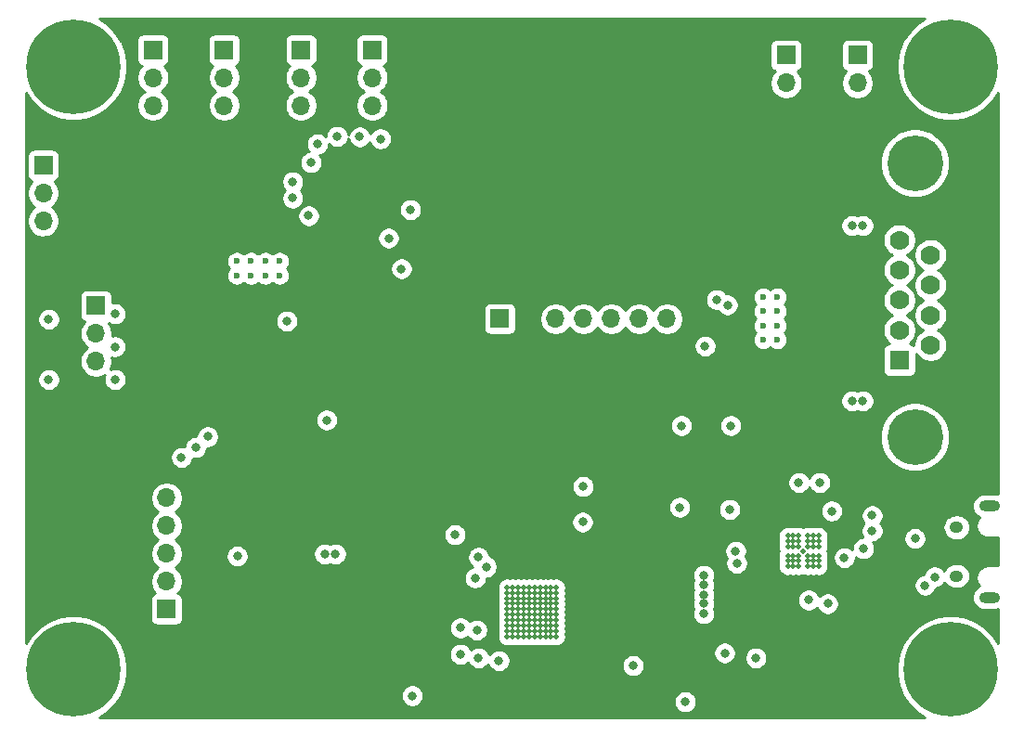
<source format=gbr>
%TF.GenerationSoftware,KiCad,Pcbnew,5.1.10-1.fc33*%
%TF.CreationDate,2021-05-26T11:17:30-04:00*%
%TF.ProjectId,UnderglowPCB,556e6465-7267-46c6-9f77-5043422e6b69,1.3.2*%
%TF.SameCoordinates,Original*%
%TF.FileFunction,Copper,L3,Inr*%
%TF.FilePolarity,Positive*%
%FSLAX46Y46*%
G04 Gerber Fmt 4.6, Leading zero omitted, Abs format (unit mm)*
G04 Created by KiCad (PCBNEW 5.1.10-1.fc33) date 2021-05-26 11:17:30*
%MOMM*%
%LPD*%
G01*
G04 APERTURE LIST*
%TA.AperFunction,ComponentPad*%
%ADD10C,0.500000*%
%TD*%
%TA.AperFunction,ComponentPad*%
%ADD11O,1.700000X1.700000*%
%TD*%
%TA.AperFunction,ComponentPad*%
%ADD12R,1.700000X1.700000*%
%TD*%
%TA.AperFunction,ComponentPad*%
%ADD13C,0.600000*%
%TD*%
%TA.AperFunction,ComponentPad*%
%ADD14O,1.250000X1.050000*%
%TD*%
%TA.AperFunction,ComponentPad*%
%ADD15O,1.900000X1.000000*%
%TD*%
%TA.AperFunction,ComponentPad*%
%ADD16C,0.900000*%
%TD*%
%TA.AperFunction,ComponentPad*%
%ADD17C,8.600000*%
%TD*%
%TA.AperFunction,ComponentPad*%
%ADD18C,1.778000*%
%TD*%
%TA.AperFunction,ComponentPad*%
%ADD19R,1.778000X1.778000*%
%TD*%
%TA.AperFunction,ComponentPad*%
%ADD20C,5.080000*%
%TD*%
%TA.AperFunction,ViaPad*%
%ADD21C,0.800000*%
%TD*%
%TA.AperFunction,Conductor*%
%ADD22C,0.254000*%
%TD*%
%TA.AperFunction,Conductor*%
%ADD23C,0.100000*%
%TD*%
G04 APERTURE END LIST*
D10*
%TO.N,GND*%
%TO.C,U1*%
X153100000Y-124950000D03*
X152600000Y-124950000D03*
X152100000Y-124950000D03*
X151600000Y-124950000D03*
X151100000Y-124950000D03*
X150600000Y-124950000D03*
X150100000Y-124950000D03*
X149600000Y-124950000D03*
X149100000Y-124950000D03*
X148600000Y-124950000D03*
X151100000Y-124450000D03*
X149600000Y-124450000D03*
X150600000Y-124450000D03*
X148600000Y-124450000D03*
X149100000Y-124450000D03*
X152100000Y-124450000D03*
X152600000Y-124450000D03*
X153100000Y-124450000D03*
X150100000Y-124450000D03*
X151600000Y-124450000D03*
X151100000Y-123950000D03*
X149600000Y-123950000D03*
X150600000Y-123950000D03*
X148600000Y-123950000D03*
X149100000Y-123950000D03*
X152100000Y-123950000D03*
X152600000Y-123950000D03*
X153100000Y-123950000D03*
X150100000Y-123950000D03*
X151600000Y-123950000D03*
X151100000Y-123450000D03*
X149600000Y-123450000D03*
X150600000Y-123450000D03*
X148600000Y-123450000D03*
X149100000Y-123450000D03*
X152100000Y-123450000D03*
X152600000Y-123450000D03*
X153100000Y-123450000D03*
X150100000Y-123450000D03*
X151600000Y-123450000D03*
X151100000Y-122950000D03*
X149600000Y-122950000D03*
X150600000Y-122950000D03*
X148600000Y-122950000D03*
X149100000Y-122950000D03*
X152100000Y-122950000D03*
X152600000Y-122950000D03*
X153100000Y-122950000D03*
X150100000Y-122950000D03*
X151600000Y-122950000D03*
X151100000Y-122450000D03*
X149600000Y-122450000D03*
X150600000Y-122450000D03*
X148600000Y-122450000D03*
X149100000Y-122450000D03*
X152100000Y-122450000D03*
X152600000Y-122450000D03*
X153100000Y-122450000D03*
X150100000Y-122450000D03*
X151600000Y-122450000D03*
X151100000Y-121950000D03*
X149600000Y-121950000D03*
X150600000Y-121950000D03*
X148600000Y-121950000D03*
X149100000Y-121950000D03*
X152100000Y-121950000D03*
X152600000Y-121950000D03*
X153100000Y-121950000D03*
X150100000Y-121950000D03*
X151600000Y-121950000D03*
X151100000Y-121450000D03*
X149600000Y-121450000D03*
X150600000Y-121450000D03*
X148600000Y-121450000D03*
X149100000Y-121450000D03*
X152100000Y-121450000D03*
X152600000Y-121450000D03*
X153100000Y-121450000D03*
X150100000Y-121450000D03*
X151600000Y-121450000D03*
X151100000Y-120950000D03*
X149600000Y-120950000D03*
X150600000Y-120950000D03*
X148600000Y-120950000D03*
X149100000Y-120950000D03*
X152100000Y-120950000D03*
X152600000Y-120950000D03*
X153100000Y-120950000D03*
X150100000Y-120950000D03*
X151600000Y-120950000D03*
X151100000Y-120450000D03*
X149600000Y-120450000D03*
X150600000Y-120450000D03*
X148600000Y-120450000D03*
X149100000Y-120450000D03*
X152100000Y-120450000D03*
X152600000Y-120450000D03*
X153100000Y-120450000D03*
X150100000Y-120450000D03*
X151600000Y-120450000D03*
%TD*%
D11*
%TO.N,JOYSTICK_B*%
%TO.C,J11*%
X117550000Y-112290000D03*
%TO.N,JOYSTICK_Y*%
X117550000Y-114830000D03*
%TO.N,JOYSTICK_X*%
X117550000Y-117370000D03*
%TO.N,+3V3*%
X117550000Y-119910000D03*
D12*
%TO.N,GND*%
X117550000Y-122450000D03*
%TD*%
%TO.N,GND*%
%TO.C,J12*%
X147950000Y-95950000D03*
D11*
%TO.N,+5V*%
X150490000Y-95950000D03*
%TO.N,SPICLK*%
X153030000Y-95950000D03*
%TO.N,MOSI*%
X155570000Y-95950000D03*
%TO.N,OLED_RESET*%
X158110000Y-95950000D03*
%TO.N,OLED_DC*%
X160650000Y-95950000D03*
%TO.N,OLED_CS*%
X163190000Y-95950000D03*
%TD*%
D13*
%TO.N,N/C*%
%TO.C,U6*%
X173250000Y-97875000D03*
X173250000Y-96575000D03*
X171950000Y-96575000D03*
X171950000Y-97875000D03*
X173250000Y-93975000D03*
X173250000Y-95275000D03*
X171950000Y-95275000D03*
X171950000Y-93975000D03*
%TD*%
D11*
%TO.N,+5V*%
%TO.C,J8*%
X174050000Y-76990000D03*
%TO.N,5V_LED_SPARE_1*%
X174050000Y-74450000D03*
D12*
%TO.N,GND*%
X174050000Y-71910000D03*
%TD*%
D10*
%TO.N,GND*%
%TO.C,U8*%
X177000000Y-118550000D03*
X176500000Y-118550000D03*
X176000000Y-118550000D03*
X174200000Y-118550000D03*
X174700000Y-118550000D03*
X175200000Y-118550000D03*
X177000000Y-118050000D03*
X177000000Y-117550000D03*
X177000000Y-115750000D03*
X174200000Y-115750000D03*
X174200000Y-116250000D03*
X174200000Y-116750000D03*
X174200000Y-118050000D03*
X174200000Y-117550000D03*
X174700000Y-115750000D03*
X175200000Y-115750000D03*
X176500000Y-115750000D03*
X176000000Y-115750000D03*
X177000000Y-116250000D03*
X177000000Y-116750000D03*
X176500000Y-116250000D03*
X176500000Y-116750000D03*
X176000000Y-116750000D03*
X176000000Y-116250000D03*
X175200000Y-116250000D03*
X174700000Y-116250000D03*
X174700000Y-116750000D03*
X175200000Y-116750000D03*
X174700000Y-118050000D03*
X174700000Y-117550000D03*
X175200000Y-117550000D03*
X175200000Y-118050000D03*
X176500000Y-118050000D03*
X176000000Y-118050000D03*
X176000000Y-117550000D03*
X176500000Y-117550000D03*
X175600000Y-117150000D03*
%TD*%
D14*
%TO.N,Net-(J3-Pad6)*%
%TO.C,J3*%
X189600000Y-119425000D03*
X189600000Y-114975000D03*
D15*
X192600000Y-121375000D03*
X192600000Y-113025000D03*
%TD*%
D16*
%TO.N,GND*%
%TO.C,H1*%
X111330419Y-125669581D03*
X109050000Y-124725000D03*
X106769581Y-125669581D03*
X105825000Y-127950000D03*
X106769581Y-130230419D03*
X109050000Y-131175000D03*
X111330419Y-130230419D03*
X112275000Y-127950000D03*
D17*
X109050000Y-127950000D03*
%TD*%
%TO.N,GND*%
%TO.C,H2*%
X189050000Y-72950000D03*
D16*
X185825000Y-72950000D03*
X186769581Y-70669581D03*
X189050000Y-69725000D03*
X191330419Y-70669581D03*
X192275000Y-72950000D03*
X191330419Y-75230419D03*
X189050000Y-76175000D03*
X186769581Y-75230419D03*
%TD*%
%TO.N,GND*%
%TO.C,H3*%
X191330419Y-125669581D03*
X189050000Y-124725000D03*
X186769581Y-125669581D03*
X185825000Y-127950000D03*
X186769581Y-130230419D03*
X189050000Y-131175000D03*
X191330419Y-130230419D03*
X192275000Y-127950000D03*
D17*
X189050000Y-127950000D03*
%TD*%
%TO.N,GND*%
%TO.C,H4*%
X109050000Y-72950000D03*
D16*
X112275000Y-72950000D03*
X111330419Y-75230419D03*
X109050000Y-76175000D03*
X106769581Y-75230419D03*
X105825000Y-72950000D03*
X106769581Y-70669581D03*
X109050000Y-69725000D03*
X111330419Y-70669581D03*
%TD*%
D11*
%TO.N,+5V*%
%TO.C,J9*%
X180550000Y-76990000D03*
%TO.N,5V_LED_SPARE_2*%
X180550000Y-74450000D03*
D12*
%TO.N,GND*%
X180550000Y-71910000D03*
%TD*%
D11*
%TO.N,TURN_LEFT*%
%TO.C,J10*%
X111100000Y-99830000D03*
%TO.N,TURN_RIGHT*%
X111100000Y-97290000D03*
D12*
%TO.N,BRAKE*%
X111100000Y-94750000D03*
%TD*%
%TO.N,GND*%
%TO.C,J4*%
X116300000Y-71410000D03*
D11*
%TO.N,UNDRGLW_FRNT*%
X116300000Y-73950000D03*
%TO.N,+12V*%
X116300000Y-76490000D03*
%TD*%
%TO.N,+12V*%
%TO.C,J5*%
X122800000Y-76490000D03*
%TO.N,UNDRGLW_LEFT*%
X122800000Y-73950000D03*
D12*
%TO.N,GND*%
X122800000Y-71410000D03*
%TD*%
%TO.N,GND*%
%TO.C,J6*%
X129800000Y-71410000D03*
D11*
%TO.N,UNDRGLW_REAR*%
X129800000Y-73950000D03*
%TO.N,+12V*%
X129800000Y-76490000D03*
%TD*%
D12*
%TO.N,GND*%
%TO.C,J7*%
X136300000Y-71410000D03*
D11*
%TO.N,UNDRGLW_RGHT*%
X136300000Y-73950000D03*
%TO.N,+12V*%
X136300000Y-76490000D03*
%TD*%
D12*
%TO.N,GND*%
%TO.C,J1*%
X106300000Y-81950000D03*
D11*
%TO.N,AUX*%
X106300000Y-84490000D03*
%TO.N,CAR_12V*%
X106300000Y-87030000D03*
%TD*%
D13*
%TO.N,GND*%
%TO.C,U2*%
X127850000Y-90700000D03*
X126550000Y-90700000D03*
X126550000Y-92000000D03*
X127850000Y-92000000D03*
X123950000Y-90700000D03*
X125250000Y-90700000D03*
X125250000Y-92000000D03*
X123950000Y-92000000D03*
%TD*%
D18*
%TO.N,Net-(J2-Pad5)*%
%TO.C,J2*%
X184377600Y-88763600D03*
%TO.N,Net-(J2-Pad4)*%
X184377600Y-91506800D03*
%TO.N,GND*%
X184377600Y-94250000D03*
%TO.N,Net-(D4-Pad2)*%
X184377600Y-96993200D03*
D19*
%TO.N,Net-(J2-Pad1)*%
X184377600Y-99736400D03*
D18*
%TO.N,Net-(J2-Pad9)*%
X187222400Y-90135200D03*
%TO.N,Net-(J2-Pad8)*%
X187222400Y-92878400D03*
%TO.N,Net-(D5-Pad2)*%
X187222400Y-95621600D03*
%TO.N,Net-(J2-Pad6)*%
X187222400Y-98364800D03*
D20*
%TO.N,N/C*%
X185800000Y-81753200D03*
X185800000Y-106746800D03*
%TD*%
D21*
%TO.N,GND*%
X164850000Y-130900000D03*
X139950000Y-130350000D03*
X155550000Y-111250000D03*
X181100000Y-116930000D03*
X169450000Y-117150000D03*
X169550000Y-118250000D03*
X164350000Y-113150000D03*
X129050000Y-83450000D03*
X129050000Y-84950000D03*
X181050000Y-87450000D03*
X180050000Y-103450000D03*
X181050000Y-103450000D03*
X180050000Y-87450000D03*
X132950000Y-117400000D03*
X131950000Y-117400000D03*
X168900000Y-113350000D03*
X169000000Y-105700000D03*
X164500000Y-105700000D03*
X168700000Y-94700000D03*
X167700000Y-94200000D03*
X112850000Y-95500000D03*
X112850000Y-98500000D03*
X112850000Y-101500000D03*
X106800000Y-101500000D03*
X106800000Y-96000000D03*
X177100000Y-110900000D03*
X181900000Y-113900000D03*
X175200000Y-110900000D03*
X181900000Y-115300000D03*
X185800000Y-116000000D03*
X187600000Y-119500000D03*
X179350000Y-117750000D03*
X137050000Y-79550000D03*
X138960000Y-91390000D03*
X139800000Y-86000000D03*
%TO.N,VBUS*%
X186724990Y-120275010D03*
X178200000Y-113500000D03*
%TO.N,+3V3*%
X166550000Y-119350000D03*
X166550000Y-120250000D03*
X166550000Y-121150000D03*
X166550000Y-121950000D03*
X166550000Y-122850000D03*
X166650000Y-98450000D03*
X137800000Y-88600000D03*
X132150000Y-105200000D03*
%TO.N,+5V*%
X162350000Y-117750000D03*
X162350000Y-116950000D03*
X162350000Y-116150000D03*
X124050000Y-101950000D03*
X131350000Y-108800000D03*
X132750000Y-108800000D03*
X132950000Y-111200000D03*
X131550000Y-111200000D03*
X130750000Y-110000000D03*
X129950000Y-108800000D03*
X129950000Y-111200000D03*
X129150000Y-110000000D03*
X133550000Y-110000000D03*
X135150000Y-110000000D03*
X134350000Y-108800000D03*
X134350000Y-111200000D03*
X165000000Y-111300000D03*
X182600000Y-119900000D03*
X137050000Y-83350000D03*
%TO.N,MOSI*%
X147850000Y-127150000D03*
%TO.N,SPICLK*%
X143850000Y-115650000D03*
%TO.N,JOYSTICK_X*%
X144350000Y-124150000D03*
%TO.N,JOYSTICK_Y*%
X145850000Y-124350000D03*
%TO.N,UNDRGLW_FRNT*%
X130700000Y-81700000D03*
%TO.N,UNDRGLW_LEFT*%
X131300000Y-80000000D03*
%TO.N,UNDRGLW_REAR*%
X133100000Y-79300000D03*
%TO.N,UNDRGLW_RGHT*%
X135150000Y-79350000D03*
%TO.N,EN*%
X171300000Y-126900000D03*
X160100000Y-127600000D03*
%TO.N,IO0*%
X155500000Y-114500000D03*
X168450000Y-126450000D03*
%TO.N,TURN_RIGHT_LOW*%
X146700000Y-118600000D03*
X120200000Y-107700000D03*
%TO.N,TURN_LEFT_LOW*%
X145700000Y-119600000D03*
X118900000Y-108600000D03*
%TO.N,BRAKE_LOW*%
X146000000Y-117700000D03*
X121300000Y-106700000D03*
%TO.N,RXD0*%
X146000000Y-126900000D03*
X176100000Y-121600000D03*
%TO.N,TXD0*%
X177850000Y-121950000D03*
X144350000Y-126550000D03*
%TO.N,Net-(C6-Pad2)*%
X130500000Y-86550000D03*
X128500000Y-96150000D03*
%TO.N,AUX*%
X124000000Y-117600000D03*
%TD*%
D22*
%TO.N,+5V*%
X185904121Y-69116735D02*
X185216735Y-69804121D01*
X184676660Y-70612401D01*
X184304650Y-71510514D01*
X184115000Y-72463945D01*
X184115000Y-73436055D01*
X184304650Y-74389486D01*
X184676660Y-75287599D01*
X185216735Y-76095879D01*
X185904121Y-76783265D01*
X186712401Y-77323340D01*
X187610514Y-77695350D01*
X188563945Y-77885000D01*
X189536055Y-77885000D01*
X190489486Y-77695350D01*
X191387599Y-77323340D01*
X192195879Y-76783265D01*
X192883265Y-76095879D01*
X193390001Y-75337494D01*
X193390000Y-111942067D01*
X193272499Y-111906423D01*
X193105752Y-111890000D01*
X192094248Y-111890000D01*
X191927501Y-111906423D01*
X191713553Y-111971324D01*
X191516377Y-112076716D01*
X191343551Y-112218551D01*
X191201716Y-112391377D01*
X191096324Y-112588553D01*
X191031423Y-112802501D01*
X191009509Y-113025000D01*
X191031423Y-113247499D01*
X191096324Y-113461447D01*
X191201716Y-113658623D01*
X191343551Y-113831449D01*
X191516377Y-113973284D01*
X191676116Y-114058666D01*
X191643546Y-114091009D01*
X191637501Y-114098421D01*
X191585527Y-114163064D01*
X191551542Y-114214999D01*
X191516816Y-114266483D01*
X191512326Y-114274928D01*
X191473898Y-114348434D01*
X191450640Y-114405999D01*
X191426582Y-114463232D01*
X191423817Y-114472388D01*
X191400398Y-114551959D01*
X191388760Y-114612969D01*
X191376281Y-114673758D01*
X191375347Y-114683276D01*
X191367830Y-114765880D01*
X191368263Y-114827969D01*
X191367830Y-114890057D01*
X191368763Y-114899576D01*
X191377434Y-114982066D01*
X191389920Y-115042891D01*
X191401550Y-115103857D01*
X191404314Y-115113013D01*
X191428841Y-115192249D01*
X191452894Y-115249469D01*
X191476159Y-115307052D01*
X191480649Y-115315497D01*
X191520100Y-115388460D01*
X191554821Y-115439936D01*
X191588810Y-115491877D01*
X191594854Y-115499289D01*
X191647726Y-115563200D01*
X191691767Y-115606935D01*
X191735224Y-115651311D01*
X191742593Y-115657408D01*
X191806872Y-115709832D01*
X191858616Y-115744210D01*
X191909810Y-115779263D01*
X191918223Y-115783812D01*
X191991459Y-115822752D01*
X192048866Y-115846413D01*
X192105920Y-115870867D01*
X192115054Y-115873694D01*
X192115061Y-115873697D01*
X192115069Y-115873699D01*
X192194461Y-115897669D01*
X192255337Y-115909723D01*
X192316095Y-115922637D01*
X192325607Y-115923637D01*
X192408157Y-115931731D01*
X192408163Y-115931731D01*
X192441353Y-115935000D01*
X193365001Y-115935000D01*
X193365000Y-118465000D01*
X192441353Y-118465000D01*
X192407737Y-118468311D01*
X192402220Y-118468311D01*
X192392708Y-118469310D01*
X192357523Y-118473257D01*
X192340717Y-118474912D01*
X192339515Y-118475277D01*
X192310280Y-118478556D01*
X192249514Y-118491472D01*
X192188654Y-118503523D01*
X192179518Y-118506351D01*
X192179512Y-118506352D01*
X192179507Y-118506354D01*
X192100454Y-118531431D01*
X192043382Y-118555892D01*
X191985984Y-118579550D01*
X191977578Y-118584095D01*
X191977575Y-118584096D01*
X191977573Y-118584097D01*
X191977570Y-118584099D01*
X191904884Y-118624059D01*
X191853653Y-118659138D01*
X191801951Y-118693489D01*
X191794581Y-118699585D01*
X191731041Y-118752901D01*
X191687602Y-118797259D01*
X191643546Y-118841009D01*
X191637501Y-118848421D01*
X191585527Y-118913064D01*
X191551542Y-118964999D01*
X191516816Y-119016483D01*
X191512326Y-119024928D01*
X191473898Y-119098434D01*
X191450640Y-119155999D01*
X191426582Y-119213232D01*
X191423817Y-119222388D01*
X191400398Y-119301959D01*
X191388760Y-119362969D01*
X191376281Y-119423758D01*
X191375347Y-119433276D01*
X191367830Y-119515880D01*
X191368263Y-119577969D01*
X191367830Y-119640057D01*
X191368763Y-119649576D01*
X191377434Y-119732066D01*
X191389920Y-119792891D01*
X191401550Y-119853857D01*
X191404314Y-119863013D01*
X191428841Y-119942249D01*
X191452894Y-119999469D01*
X191476159Y-120057052D01*
X191480649Y-120065497D01*
X191520100Y-120138460D01*
X191554821Y-120189936D01*
X191588810Y-120241877D01*
X191594854Y-120249289D01*
X191647726Y-120313200D01*
X191676078Y-120341355D01*
X191516377Y-120426716D01*
X191343551Y-120568551D01*
X191201716Y-120741377D01*
X191096324Y-120938553D01*
X191031423Y-121152501D01*
X191009509Y-121375000D01*
X191031423Y-121597499D01*
X191096324Y-121811447D01*
X191201716Y-122008623D01*
X191343551Y-122181449D01*
X191516377Y-122323284D01*
X191713553Y-122428676D01*
X191927501Y-122493577D01*
X192094248Y-122510000D01*
X193105752Y-122510000D01*
X193272499Y-122493577D01*
X193390001Y-122457933D01*
X193390000Y-125562505D01*
X192883265Y-124804121D01*
X192195879Y-124116735D01*
X191387599Y-123576660D01*
X190489486Y-123204650D01*
X189536055Y-123015000D01*
X188563945Y-123015000D01*
X187610514Y-123204650D01*
X186712401Y-123576660D01*
X185904121Y-124116735D01*
X185216735Y-124804121D01*
X184676660Y-125612401D01*
X184304650Y-126510514D01*
X184115000Y-127463945D01*
X184115000Y-128436055D01*
X184304650Y-129389486D01*
X184676660Y-130287599D01*
X185216735Y-131095879D01*
X185904121Y-131783265D01*
X186662504Y-132290000D01*
X111437496Y-132290000D01*
X112195879Y-131783265D01*
X112883265Y-131095879D01*
X113423340Y-130287599D01*
X113439717Y-130248061D01*
X138915000Y-130248061D01*
X138915000Y-130451939D01*
X138954774Y-130651898D01*
X139032795Y-130840256D01*
X139146063Y-131009774D01*
X139290226Y-131153937D01*
X139459744Y-131267205D01*
X139648102Y-131345226D01*
X139848061Y-131385000D01*
X140051939Y-131385000D01*
X140251898Y-131345226D01*
X140440256Y-131267205D01*
X140609774Y-131153937D01*
X140753937Y-131009774D01*
X140867205Y-130840256D01*
X140884682Y-130798061D01*
X163815000Y-130798061D01*
X163815000Y-131001939D01*
X163854774Y-131201898D01*
X163932795Y-131390256D01*
X164046063Y-131559774D01*
X164190226Y-131703937D01*
X164359744Y-131817205D01*
X164548102Y-131895226D01*
X164748061Y-131935000D01*
X164951939Y-131935000D01*
X165151898Y-131895226D01*
X165340256Y-131817205D01*
X165509774Y-131703937D01*
X165653937Y-131559774D01*
X165767205Y-131390256D01*
X165845226Y-131201898D01*
X165885000Y-131001939D01*
X165885000Y-130798061D01*
X165845226Y-130598102D01*
X165767205Y-130409744D01*
X165653937Y-130240226D01*
X165509774Y-130096063D01*
X165340256Y-129982795D01*
X165151898Y-129904774D01*
X164951939Y-129865000D01*
X164748061Y-129865000D01*
X164548102Y-129904774D01*
X164359744Y-129982795D01*
X164190226Y-130096063D01*
X164046063Y-130240226D01*
X163932795Y-130409744D01*
X163854774Y-130598102D01*
X163815000Y-130798061D01*
X140884682Y-130798061D01*
X140945226Y-130651898D01*
X140985000Y-130451939D01*
X140985000Y-130248061D01*
X140945226Y-130048102D01*
X140867205Y-129859744D01*
X140753937Y-129690226D01*
X140609774Y-129546063D01*
X140440256Y-129432795D01*
X140251898Y-129354774D01*
X140051939Y-129315000D01*
X139848061Y-129315000D01*
X139648102Y-129354774D01*
X139459744Y-129432795D01*
X139290226Y-129546063D01*
X139146063Y-129690226D01*
X139032795Y-129859744D01*
X138954774Y-130048102D01*
X138915000Y-130248061D01*
X113439717Y-130248061D01*
X113795350Y-129389486D01*
X113985000Y-128436055D01*
X113985000Y-127463945D01*
X113795350Y-126510514D01*
X113769482Y-126448061D01*
X143315000Y-126448061D01*
X143315000Y-126651939D01*
X143354774Y-126851898D01*
X143432795Y-127040256D01*
X143546063Y-127209774D01*
X143690226Y-127353937D01*
X143859744Y-127467205D01*
X144048102Y-127545226D01*
X144248061Y-127585000D01*
X144451939Y-127585000D01*
X144651898Y-127545226D01*
X144840256Y-127467205D01*
X145009774Y-127353937D01*
X145050770Y-127312941D01*
X145082795Y-127390256D01*
X145196063Y-127559774D01*
X145340226Y-127703937D01*
X145509744Y-127817205D01*
X145698102Y-127895226D01*
X145898061Y-127935000D01*
X146101939Y-127935000D01*
X146301898Y-127895226D01*
X146490256Y-127817205D01*
X146659774Y-127703937D01*
X146803937Y-127559774D01*
X146862903Y-127471524D01*
X146932795Y-127640256D01*
X147046063Y-127809774D01*
X147190226Y-127953937D01*
X147359744Y-128067205D01*
X147548102Y-128145226D01*
X147748061Y-128185000D01*
X147951939Y-128185000D01*
X148151898Y-128145226D01*
X148340256Y-128067205D01*
X148509774Y-127953937D01*
X148653937Y-127809774D01*
X148767205Y-127640256D01*
X148826104Y-127498061D01*
X159065000Y-127498061D01*
X159065000Y-127701939D01*
X159104774Y-127901898D01*
X159182795Y-128090256D01*
X159296063Y-128259774D01*
X159440226Y-128403937D01*
X159609744Y-128517205D01*
X159798102Y-128595226D01*
X159998061Y-128635000D01*
X160201939Y-128635000D01*
X160401898Y-128595226D01*
X160590256Y-128517205D01*
X160759774Y-128403937D01*
X160903937Y-128259774D01*
X161017205Y-128090256D01*
X161095226Y-127901898D01*
X161135000Y-127701939D01*
X161135000Y-127498061D01*
X161095226Y-127298102D01*
X161017205Y-127109744D01*
X160903937Y-126940226D01*
X160759774Y-126796063D01*
X160590256Y-126682795D01*
X160401898Y-126604774D01*
X160201939Y-126565000D01*
X159998061Y-126565000D01*
X159798102Y-126604774D01*
X159609744Y-126682795D01*
X159440226Y-126796063D01*
X159296063Y-126940226D01*
X159182795Y-127109744D01*
X159104774Y-127298102D01*
X159065000Y-127498061D01*
X148826104Y-127498061D01*
X148845226Y-127451898D01*
X148885000Y-127251939D01*
X148885000Y-127048061D01*
X148845226Y-126848102D01*
X148767205Y-126659744D01*
X148653937Y-126490226D01*
X148511772Y-126348061D01*
X167415000Y-126348061D01*
X167415000Y-126551939D01*
X167454774Y-126751898D01*
X167532795Y-126940256D01*
X167646063Y-127109774D01*
X167790226Y-127253937D01*
X167959744Y-127367205D01*
X168148102Y-127445226D01*
X168348061Y-127485000D01*
X168551939Y-127485000D01*
X168751898Y-127445226D01*
X168940256Y-127367205D01*
X169109774Y-127253937D01*
X169253937Y-127109774D01*
X169367205Y-126940256D01*
X169426104Y-126798061D01*
X170265000Y-126798061D01*
X170265000Y-127001939D01*
X170304774Y-127201898D01*
X170382795Y-127390256D01*
X170496063Y-127559774D01*
X170640226Y-127703937D01*
X170809744Y-127817205D01*
X170998102Y-127895226D01*
X171198061Y-127935000D01*
X171401939Y-127935000D01*
X171601898Y-127895226D01*
X171790256Y-127817205D01*
X171959774Y-127703937D01*
X172103937Y-127559774D01*
X172217205Y-127390256D01*
X172295226Y-127201898D01*
X172335000Y-127001939D01*
X172335000Y-126798061D01*
X172295226Y-126598102D01*
X172217205Y-126409744D01*
X172103937Y-126240226D01*
X171959774Y-126096063D01*
X171790256Y-125982795D01*
X171601898Y-125904774D01*
X171401939Y-125865000D01*
X171198061Y-125865000D01*
X170998102Y-125904774D01*
X170809744Y-125982795D01*
X170640226Y-126096063D01*
X170496063Y-126240226D01*
X170382795Y-126409744D01*
X170304774Y-126598102D01*
X170265000Y-126798061D01*
X169426104Y-126798061D01*
X169445226Y-126751898D01*
X169485000Y-126551939D01*
X169485000Y-126348061D01*
X169445226Y-126148102D01*
X169367205Y-125959744D01*
X169253937Y-125790226D01*
X169109774Y-125646063D01*
X168940256Y-125532795D01*
X168751898Y-125454774D01*
X168551939Y-125415000D01*
X168348061Y-125415000D01*
X168148102Y-125454774D01*
X167959744Y-125532795D01*
X167790226Y-125646063D01*
X167646063Y-125790226D01*
X167532795Y-125959744D01*
X167454774Y-126148102D01*
X167415000Y-126348061D01*
X148511772Y-126348061D01*
X148509774Y-126346063D01*
X148340256Y-126232795D01*
X148151898Y-126154774D01*
X147951939Y-126115000D01*
X147748061Y-126115000D01*
X147548102Y-126154774D01*
X147359744Y-126232795D01*
X147190226Y-126346063D01*
X147046063Y-126490226D01*
X146987097Y-126578476D01*
X146917205Y-126409744D01*
X146803937Y-126240226D01*
X146659774Y-126096063D01*
X146490256Y-125982795D01*
X146301898Y-125904774D01*
X146101939Y-125865000D01*
X145898061Y-125865000D01*
X145698102Y-125904774D01*
X145509744Y-125982795D01*
X145340226Y-126096063D01*
X145299230Y-126137059D01*
X145267205Y-126059744D01*
X145153937Y-125890226D01*
X145009774Y-125746063D01*
X144840256Y-125632795D01*
X144651898Y-125554774D01*
X144451939Y-125515000D01*
X144248061Y-125515000D01*
X144048102Y-125554774D01*
X143859744Y-125632795D01*
X143690226Y-125746063D01*
X143546063Y-125890226D01*
X143432795Y-126059744D01*
X143354774Y-126248102D01*
X143315000Y-126448061D01*
X113769482Y-126448061D01*
X113423340Y-125612401D01*
X112883265Y-124804121D01*
X112195879Y-124116735D01*
X112093102Y-124048061D01*
X143315000Y-124048061D01*
X143315000Y-124251939D01*
X143354774Y-124451898D01*
X143432795Y-124640256D01*
X143546063Y-124809774D01*
X143690226Y-124953937D01*
X143859744Y-125067205D01*
X144048102Y-125145226D01*
X144248061Y-125185000D01*
X144451939Y-125185000D01*
X144651898Y-125145226D01*
X144840256Y-125067205D01*
X145009069Y-124954408D01*
X145046063Y-125009774D01*
X145190226Y-125153937D01*
X145359744Y-125267205D01*
X145548102Y-125345226D01*
X145748061Y-125385000D01*
X145951939Y-125385000D01*
X146151898Y-125345226D01*
X146340256Y-125267205D01*
X146509774Y-125153937D01*
X146653937Y-125009774D01*
X146767205Y-124840256D01*
X146845226Y-124651898D01*
X146885000Y-124451939D01*
X146885000Y-124248061D01*
X146845226Y-124048102D01*
X146767205Y-123859744D01*
X146653937Y-123690226D01*
X146509774Y-123546063D01*
X146340256Y-123432795D01*
X146151898Y-123354774D01*
X145951939Y-123315000D01*
X145748061Y-123315000D01*
X145548102Y-123354774D01*
X145359744Y-123432795D01*
X145190931Y-123545592D01*
X145153937Y-123490226D01*
X145009774Y-123346063D01*
X144840256Y-123232795D01*
X144651898Y-123154774D01*
X144451939Y-123115000D01*
X144248061Y-123115000D01*
X144048102Y-123154774D01*
X143859744Y-123232795D01*
X143690226Y-123346063D01*
X143546063Y-123490226D01*
X143432795Y-123659744D01*
X143354774Y-123848102D01*
X143315000Y-124048061D01*
X112093102Y-124048061D01*
X111387599Y-123576660D01*
X110489486Y-123204650D01*
X109536055Y-123015000D01*
X108563945Y-123015000D01*
X107610514Y-123204650D01*
X106712401Y-123576660D01*
X105904121Y-124116735D01*
X105216735Y-124804121D01*
X104710000Y-125562504D01*
X104710000Y-121600000D01*
X116061928Y-121600000D01*
X116061928Y-123300000D01*
X116074188Y-123424482D01*
X116110498Y-123544180D01*
X116169463Y-123654494D01*
X116248815Y-123751185D01*
X116345506Y-123830537D01*
X116455820Y-123889502D01*
X116575518Y-123925812D01*
X116700000Y-123938072D01*
X118400000Y-123938072D01*
X118524482Y-123925812D01*
X118644180Y-123889502D01*
X118754494Y-123830537D01*
X118851185Y-123751185D01*
X118930537Y-123654494D01*
X118989502Y-123544180D01*
X119025812Y-123424482D01*
X119038072Y-123300000D01*
X119038072Y-121600000D01*
X119025812Y-121475518D01*
X118989502Y-121355820D01*
X118930537Y-121245506D01*
X118851185Y-121148815D01*
X118754494Y-121069463D01*
X118644180Y-121010498D01*
X118571620Y-120988487D01*
X118703475Y-120856632D01*
X118865990Y-120613411D01*
X118977932Y-120343158D01*
X119035000Y-120056260D01*
X119035000Y-119763740D01*
X118982153Y-119498061D01*
X144665000Y-119498061D01*
X144665000Y-119701939D01*
X144704774Y-119901898D01*
X144782795Y-120090256D01*
X144896063Y-120259774D01*
X145040226Y-120403937D01*
X145209744Y-120517205D01*
X145398102Y-120595226D01*
X145598061Y-120635000D01*
X145801939Y-120635000D01*
X146001898Y-120595226D01*
X146190256Y-120517205D01*
X146359774Y-120403937D01*
X146400876Y-120362835D01*
X147715000Y-120362835D01*
X147715000Y-120537165D01*
X147747390Y-120700000D01*
X147715000Y-120862835D01*
X147715000Y-121037165D01*
X147747390Y-121200000D01*
X147715000Y-121362835D01*
X147715000Y-121537165D01*
X147747390Y-121700000D01*
X147715000Y-121862835D01*
X147715000Y-122037165D01*
X147747390Y-122200000D01*
X147715000Y-122362835D01*
X147715000Y-122537165D01*
X147747390Y-122700000D01*
X147715000Y-122862835D01*
X147715000Y-123037165D01*
X147747390Y-123200000D01*
X147715000Y-123362835D01*
X147715000Y-123537165D01*
X147747390Y-123700000D01*
X147715000Y-123862835D01*
X147715000Y-124037165D01*
X147747390Y-124200000D01*
X147715000Y-124362835D01*
X147715000Y-124537165D01*
X147747390Y-124700000D01*
X147715000Y-124862835D01*
X147715000Y-125037165D01*
X147749010Y-125208145D01*
X147815723Y-125369205D01*
X147912576Y-125514155D01*
X148035845Y-125637424D01*
X148180795Y-125734277D01*
X148341855Y-125800990D01*
X148512835Y-125835000D01*
X148687165Y-125835000D01*
X148850000Y-125802610D01*
X149012835Y-125835000D01*
X149187165Y-125835000D01*
X149350000Y-125802610D01*
X149512835Y-125835000D01*
X149687165Y-125835000D01*
X149850000Y-125802610D01*
X150012835Y-125835000D01*
X150187165Y-125835000D01*
X150350000Y-125802610D01*
X150512835Y-125835000D01*
X150687165Y-125835000D01*
X150850000Y-125802610D01*
X151012835Y-125835000D01*
X151187165Y-125835000D01*
X151350000Y-125802610D01*
X151512835Y-125835000D01*
X151687165Y-125835000D01*
X151850000Y-125802610D01*
X152012835Y-125835000D01*
X152187165Y-125835000D01*
X152350000Y-125802610D01*
X152512835Y-125835000D01*
X152687165Y-125835000D01*
X152850000Y-125802610D01*
X153012835Y-125835000D01*
X153187165Y-125835000D01*
X153358145Y-125800990D01*
X153519205Y-125734277D01*
X153664155Y-125637424D01*
X153787424Y-125514155D01*
X153884277Y-125369205D01*
X153950990Y-125208145D01*
X153985000Y-125037165D01*
X153985000Y-124862835D01*
X153952610Y-124700000D01*
X153985000Y-124537165D01*
X153985000Y-124362835D01*
X153952610Y-124200000D01*
X153985000Y-124037165D01*
X153985000Y-123862835D01*
X153952610Y-123700000D01*
X153985000Y-123537165D01*
X153985000Y-123362835D01*
X153952610Y-123200000D01*
X153985000Y-123037165D01*
X153985000Y-122862835D01*
X153952610Y-122700000D01*
X153985000Y-122537165D01*
X153985000Y-122362835D01*
X153952610Y-122200000D01*
X153985000Y-122037165D01*
X153985000Y-121862835D01*
X153952610Y-121700000D01*
X153985000Y-121537165D01*
X153985000Y-121362835D01*
X153952610Y-121200000D01*
X153985000Y-121037165D01*
X153985000Y-120862835D01*
X153952610Y-120700000D01*
X153985000Y-120537165D01*
X153985000Y-120362835D01*
X153950990Y-120191855D01*
X153884277Y-120030795D01*
X153787424Y-119885845D01*
X153664155Y-119762576D01*
X153519205Y-119665723D01*
X153358145Y-119599010D01*
X153187165Y-119565000D01*
X153012835Y-119565000D01*
X152850000Y-119597390D01*
X152687165Y-119565000D01*
X152512835Y-119565000D01*
X152350000Y-119597390D01*
X152187165Y-119565000D01*
X152012835Y-119565000D01*
X151850000Y-119597390D01*
X151687165Y-119565000D01*
X151512835Y-119565000D01*
X151350000Y-119597390D01*
X151187165Y-119565000D01*
X151012835Y-119565000D01*
X150850000Y-119597390D01*
X150687165Y-119565000D01*
X150512835Y-119565000D01*
X150350000Y-119597390D01*
X150187165Y-119565000D01*
X150012835Y-119565000D01*
X149850000Y-119597390D01*
X149687165Y-119565000D01*
X149512835Y-119565000D01*
X149350000Y-119597390D01*
X149187165Y-119565000D01*
X149012835Y-119565000D01*
X148850000Y-119597390D01*
X148687165Y-119565000D01*
X148512835Y-119565000D01*
X148341855Y-119599010D01*
X148180795Y-119665723D01*
X148035845Y-119762576D01*
X147912576Y-119885845D01*
X147815723Y-120030795D01*
X147749010Y-120191855D01*
X147715000Y-120362835D01*
X146400876Y-120362835D01*
X146503937Y-120259774D01*
X146617205Y-120090256D01*
X146695226Y-119901898D01*
X146735000Y-119701939D01*
X146735000Y-119635000D01*
X146801939Y-119635000D01*
X147001898Y-119595226D01*
X147190256Y-119517205D01*
X147359774Y-119403937D01*
X147503937Y-119259774D01*
X147511763Y-119248061D01*
X165515000Y-119248061D01*
X165515000Y-119451939D01*
X165554774Y-119651898D01*
X165616120Y-119800000D01*
X165554774Y-119948102D01*
X165515000Y-120148061D01*
X165515000Y-120351939D01*
X165554774Y-120551898D01*
X165616120Y-120700000D01*
X165554774Y-120848102D01*
X165515000Y-121048061D01*
X165515000Y-121251939D01*
X165554774Y-121451898D01*
X165595409Y-121550000D01*
X165554774Y-121648102D01*
X165515000Y-121848061D01*
X165515000Y-122051939D01*
X165554774Y-122251898D01*
X165616120Y-122400000D01*
X165554774Y-122548102D01*
X165515000Y-122748061D01*
X165515000Y-122951939D01*
X165554774Y-123151898D01*
X165632795Y-123340256D01*
X165746063Y-123509774D01*
X165890226Y-123653937D01*
X166059744Y-123767205D01*
X166248102Y-123845226D01*
X166448061Y-123885000D01*
X166651939Y-123885000D01*
X166851898Y-123845226D01*
X167040256Y-123767205D01*
X167209774Y-123653937D01*
X167353937Y-123509774D01*
X167467205Y-123340256D01*
X167545226Y-123151898D01*
X167585000Y-122951939D01*
X167585000Y-122748061D01*
X167545226Y-122548102D01*
X167483880Y-122400000D01*
X167545226Y-122251898D01*
X167585000Y-122051939D01*
X167585000Y-121848061D01*
X167545226Y-121648102D01*
X167504591Y-121550000D01*
X167526104Y-121498061D01*
X175065000Y-121498061D01*
X175065000Y-121701939D01*
X175104774Y-121901898D01*
X175182795Y-122090256D01*
X175296063Y-122259774D01*
X175440226Y-122403937D01*
X175609744Y-122517205D01*
X175798102Y-122595226D01*
X175998061Y-122635000D01*
X176201939Y-122635000D01*
X176401898Y-122595226D01*
X176590256Y-122517205D01*
X176759774Y-122403937D01*
X176871480Y-122292231D01*
X176932795Y-122440256D01*
X177046063Y-122609774D01*
X177190226Y-122753937D01*
X177359744Y-122867205D01*
X177548102Y-122945226D01*
X177748061Y-122985000D01*
X177951939Y-122985000D01*
X178151898Y-122945226D01*
X178340256Y-122867205D01*
X178509774Y-122753937D01*
X178653937Y-122609774D01*
X178767205Y-122440256D01*
X178845226Y-122251898D01*
X178885000Y-122051939D01*
X178885000Y-121848061D01*
X178845226Y-121648102D01*
X178767205Y-121459744D01*
X178653937Y-121290226D01*
X178509774Y-121146063D01*
X178340256Y-121032795D01*
X178151898Y-120954774D01*
X177951939Y-120915000D01*
X177748061Y-120915000D01*
X177548102Y-120954774D01*
X177359744Y-121032795D01*
X177190226Y-121146063D01*
X177078520Y-121257769D01*
X177017205Y-121109744D01*
X176903937Y-120940226D01*
X176759774Y-120796063D01*
X176590256Y-120682795D01*
X176401898Y-120604774D01*
X176201939Y-120565000D01*
X175998061Y-120565000D01*
X175798102Y-120604774D01*
X175609744Y-120682795D01*
X175440226Y-120796063D01*
X175296063Y-120940226D01*
X175182795Y-121109744D01*
X175104774Y-121298102D01*
X175065000Y-121498061D01*
X167526104Y-121498061D01*
X167545226Y-121451898D01*
X167585000Y-121251939D01*
X167585000Y-121048061D01*
X167545226Y-120848102D01*
X167483880Y-120700000D01*
X167545226Y-120551898D01*
X167585000Y-120351939D01*
X167585000Y-120173071D01*
X185689990Y-120173071D01*
X185689990Y-120376949D01*
X185729764Y-120576908D01*
X185807785Y-120765266D01*
X185921053Y-120934784D01*
X186065216Y-121078947D01*
X186234734Y-121192215D01*
X186423092Y-121270236D01*
X186623051Y-121310010D01*
X186826929Y-121310010D01*
X187026888Y-121270236D01*
X187215246Y-121192215D01*
X187384764Y-121078947D01*
X187528927Y-120934784D01*
X187642195Y-120765266D01*
X187720216Y-120576908D01*
X187729648Y-120529488D01*
X187901898Y-120495226D01*
X188090256Y-120417205D01*
X188259774Y-120303937D01*
X188403937Y-120159774D01*
X188500328Y-120015515D01*
X188530829Y-120072579D01*
X188675788Y-120249212D01*
X188852421Y-120394171D01*
X189053940Y-120501885D01*
X189272600Y-120568215D01*
X189443021Y-120585000D01*
X189756979Y-120585000D01*
X189927400Y-120568215D01*
X190146060Y-120501885D01*
X190347579Y-120394171D01*
X190524212Y-120249212D01*
X190669171Y-120072579D01*
X190776885Y-119871060D01*
X190843215Y-119652400D01*
X190865612Y-119425000D01*
X190843215Y-119197600D01*
X190776885Y-118978940D01*
X190669171Y-118777421D01*
X190524212Y-118600788D01*
X190347579Y-118455829D01*
X190146060Y-118348115D01*
X189927400Y-118281785D01*
X189756979Y-118265000D01*
X189443021Y-118265000D01*
X189272600Y-118281785D01*
X189053940Y-118348115D01*
X188852421Y-118455829D01*
X188675788Y-118600788D01*
X188530829Y-118777421D01*
X188455784Y-118917821D01*
X188403937Y-118840226D01*
X188259774Y-118696063D01*
X188090256Y-118582795D01*
X187901898Y-118504774D01*
X187701939Y-118465000D01*
X187498061Y-118465000D01*
X187298102Y-118504774D01*
X187109744Y-118582795D01*
X186940226Y-118696063D01*
X186796063Y-118840226D01*
X186682795Y-119009744D01*
X186604774Y-119198102D01*
X186595342Y-119245522D01*
X186423092Y-119279784D01*
X186234734Y-119357805D01*
X186065216Y-119471073D01*
X185921053Y-119615236D01*
X185807785Y-119784754D01*
X185729764Y-119973112D01*
X185689990Y-120173071D01*
X167585000Y-120173071D01*
X167585000Y-120148061D01*
X167545226Y-119948102D01*
X167483880Y-119800000D01*
X167545226Y-119651898D01*
X167585000Y-119451939D01*
X167585000Y-119248061D01*
X167545226Y-119048102D01*
X167467205Y-118859744D01*
X167353937Y-118690226D01*
X167209774Y-118546063D01*
X167040256Y-118432795D01*
X166851898Y-118354774D01*
X166651939Y-118315000D01*
X166448061Y-118315000D01*
X166248102Y-118354774D01*
X166059744Y-118432795D01*
X165890226Y-118546063D01*
X165746063Y-118690226D01*
X165632795Y-118859744D01*
X165554774Y-119048102D01*
X165515000Y-119248061D01*
X147511763Y-119248061D01*
X147617205Y-119090256D01*
X147695226Y-118901898D01*
X147735000Y-118701939D01*
X147735000Y-118498061D01*
X147695226Y-118298102D01*
X147617205Y-118109744D01*
X147503937Y-117940226D01*
X147359774Y-117796063D01*
X147190256Y-117682795D01*
X147035000Y-117618485D01*
X147035000Y-117598061D01*
X146995226Y-117398102D01*
X146917205Y-117209744D01*
X146809173Y-117048061D01*
X168415000Y-117048061D01*
X168415000Y-117251939D01*
X168454774Y-117451898D01*
X168532795Y-117640256D01*
X168625080Y-117778370D01*
X168554774Y-117948102D01*
X168515000Y-118148061D01*
X168515000Y-118351939D01*
X168554774Y-118551898D01*
X168632795Y-118740256D01*
X168746063Y-118909774D01*
X168890226Y-119053937D01*
X169059744Y-119167205D01*
X169248102Y-119245226D01*
X169448061Y-119285000D01*
X169651939Y-119285000D01*
X169851898Y-119245226D01*
X170040256Y-119167205D01*
X170209774Y-119053937D01*
X170353937Y-118909774D01*
X170467205Y-118740256D01*
X170545226Y-118551898D01*
X170585000Y-118351939D01*
X170585000Y-118148061D01*
X170545226Y-117948102D01*
X170467205Y-117759744D01*
X170374920Y-117621630D01*
X170445226Y-117451898D01*
X170485000Y-117251939D01*
X170485000Y-117048061D01*
X170445226Y-116848102D01*
X170367205Y-116659744D01*
X170253937Y-116490226D01*
X170109774Y-116346063D01*
X169940256Y-116232795D01*
X169751898Y-116154774D01*
X169551939Y-116115000D01*
X169348061Y-116115000D01*
X169148102Y-116154774D01*
X168959744Y-116232795D01*
X168790226Y-116346063D01*
X168646063Y-116490226D01*
X168532795Y-116659744D01*
X168454774Y-116848102D01*
X168415000Y-117048061D01*
X146809173Y-117048061D01*
X146803937Y-117040226D01*
X146659774Y-116896063D01*
X146490256Y-116782795D01*
X146301898Y-116704774D01*
X146101939Y-116665000D01*
X145898061Y-116665000D01*
X145698102Y-116704774D01*
X145509744Y-116782795D01*
X145340226Y-116896063D01*
X145196063Y-117040226D01*
X145082795Y-117209744D01*
X145004774Y-117398102D01*
X144965000Y-117598061D01*
X144965000Y-117801939D01*
X145004774Y-118001898D01*
X145082795Y-118190256D01*
X145196063Y-118359774D01*
X145340226Y-118503937D01*
X145469797Y-118590513D01*
X145398102Y-118604774D01*
X145209744Y-118682795D01*
X145040226Y-118796063D01*
X144896063Y-118940226D01*
X144782795Y-119109744D01*
X144704774Y-119298102D01*
X144665000Y-119498061D01*
X118982153Y-119498061D01*
X118977932Y-119476842D01*
X118865990Y-119206589D01*
X118703475Y-118963368D01*
X118496632Y-118756525D01*
X118322240Y-118640000D01*
X118496632Y-118523475D01*
X118703475Y-118316632D01*
X118865990Y-118073411D01*
X118977932Y-117803158D01*
X119035000Y-117516260D01*
X119035000Y-117498061D01*
X122965000Y-117498061D01*
X122965000Y-117701939D01*
X123004774Y-117901898D01*
X123082795Y-118090256D01*
X123196063Y-118259774D01*
X123340226Y-118403937D01*
X123509744Y-118517205D01*
X123698102Y-118595226D01*
X123898061Y-118635000D01*
X124101939Y-118635000D01*
X124301898Y-118595226D01*
X124490256Y-118517205D01*
X124659774Y-118403937D01*
X124803937Y-118259774D01*
X124917205Y-118090256D01*
X124995226Y-117901898D01*
X125035000Y-117701939D01*
X125035000Y-117498061D01*
X124995226Y-117298102D01*
X124995210Y-117298061D01*
X130915000Y-117298061D01*
X130915000Y-117501939D01*
X130954774Y-117701898D01*
X131032795Y-117890256D01*
X131146063Y-118059774D01*
X131290226Y-118203937D01*
X131459744Y-118317205D01*
X131648102Y-118395226D01*
X131848061Y-118435000D01*
X132051939Y-118435000D01*
X132251898Y-118395226D01*
X132440256Y-118317205D01*
X132450000Y-118310694D01*
X132459744Y-118317205D01*
X132648102Y-118395226D01*
X132848061Y-118435000D01*
X133051939Y-118435000D01*
X133251898Y-118395226D01*
X133440256Y-118317205D01*
X133609774Y-118203937D01*
X133753937Y-118059774D01*
X133867205Y-117890256D01*
X133945226Y-117701898D01*
X133985000Y-117501939D01*
X133985000Y-117298061D01*
X133945226Y-117098102D01*
X133867205Y-116909744D01*
X133753937Y-116740226D01*
X133609774Y-116596063D01*
X133440256Y-116482795D01*
X133251898Y-116404774D01*
X133051939Y-116365000D01*
X132848061Y-116365000D01*
X132648102Y-116404774D01*
X132459744Y-116482795D01*
X132450000Y-116489306D01*
X132440256Y-116482795D01*
X132251898Y-116404774D01*
X132051939Y-116365000D01*
X131848061Y-116365000D01*
X131648102Y-116404774D01*
X131459744Y-116482795D01*
X131290226Y-116596063D01*
X131146063Y-116740226D01*
X131032795Y-116909744D01*
X130954774Y-117098102D01*
X130915000Y-117298061D01*
X124995210Y-117298061D01*
X124917205Y-117109744D01*
X124803937Y-116940226D01*
X124659774Y-116796063D01*
X124490256Y-116682795D01*
X124301898Y-116604774D01*
X124101939Y-116565000D01*
X123898061Y-116565000D01*
X123698102Y-116604774D01*
X123509744Y-116682795D01*
X123340226Y-116796063D01*
X123196063Y-116940226D01*
X123082795Y-117109744D01*
X123004774Y-117298102D01*
X122965000Y-117498061D01*
X119035000Y-117498061D01*
X119035000Y-117223740D01*
X118977932Y-116936842D01*
X118865990Y-116666589D01*
X118703475Y-116423368D01*
X118496632Y-116216525D01*
X118322240Y-116100000D01*
X118496632Y-115983475D01*
X118703475Y-115776632D01*
X118856201Y-115548061D01*
X142815000Y-115548061D01*
X142815000Y-115751939D01*
X142854774Y-115951898D01*
X142932795Y-116140256D01*
X143046063Y-116309774D01*
X143190226Y-116453937D01*
X143359744Y-116567205D01*
X143548102Y-116645226D01*
X143748061Y-116685000D01*
X143951939Y-116685000D01*
X144151898Y-116645226D01*
X144340256Y-116567205D01*
X144509774Y-116453937D01*
X144653937Y-116309774D01*
X144767205Y-116140256D01*
X144845226Y-115951898D01*
X144885000Y-115751939D01*
X144885000Y-115662835D01*
X173315000Y-115662835D01*
X173315000Y-115837165D01*
X173347390Y-116000000D01*
X173315000Y-116162835D01*
X173315000Y-116337165D01*
X173347390Y-116500000D01*
X173315000Y-116662835D01*
X173315000Y-116837165D01*
X173349010Y-117008145D01*
X173407768Y-117150000D01*
X173349010Y-117291855D01*
X173315000Y-117462835D01*
X173315000Y-117637165D01*
X173347390Y-117800000D01*
X173315000Y-117962835D01*
X173315000Y-118137165D01*
X173347390Y-118300000D01*
X173315000Y-118462835D01*
X173315000Y-118637165D01*
X173349010Y-118808145D01*
X173415723Y-118969205D01*
X173512576Y-119114155D01*
X173635845Y-119237424D01*
X173780795Y-119334277D01*
X173941855Y-119400990D01*
X174112835Y-119435000D01*
X174287165Y-119435000D01*
X174450000Y-119402610D01*
X174612835Y-119435000D01*
X174787165Y-119435000D01*
X174950000Y-119402610D01*
X175112835Y-119435000D01*
X175287165Y-119435000D01*
X175458145Y-119400990D01*
X175600000Y-119342232D01*
X175741855Y-119400990D01*
X175912835Y-119435000D01*
X176087165Y-119435000D01*
X176250000Y-119402610D01*
X176412835Y-119435000D01*
X176587165Y-119435000D01*
X176750000Y-119402610D01*
X176912835Y-119435000D01*
X177087165Y-119435000D01*
X177258145Y-119400990D01*
X177419205Y-119334277D01*
X177564155Y-119237424D01*
X177687424Y-119114155D01*
X177784277Y-118969205D01*
X177850990Y-118808145D01*
X177885000Y-118637165D01*
X177885000Y-118462835D01*
X177852610Y-118300000D01*
X177885000Y-118137165D01*
X177885000Y-117962835D01*
X177852610Y-117800000D01*
X177882832Y-117648061D01*
X178315000Y-117648061D01*
X178315000Y-117851939D01*
X178354774Y-118051898D01*
X178432795Y-118240256D01*
X178546063Y-118409774D01*
X178690226Y-118553937D01*
X178859744Y-118667205D01*
X179048102Y-118745226D01*
X179248061Y-118785000D01*
X179451939Y-118785000D01*
X179651898Y-118745226D01*
X179840256Y-118667205D01*
X180009774Y-118553937D01*
X180153937Y-118409774D01*
X180267205Y-118240256D01*
X180345226Y-118051898D01*
X180385000Y-117851939D01*
X180385000Y-117678711D01*
X180440226Y-117733937D01*
X180609744Y-117847205D01*
X180798102Y-117925226D01*
X180998061Y-117965000D01*
X181201939Y-117965000D01*
X181401898Y-117925226D01*
X181590256Y-117847205D01*
X181759774Y-117733937D01*
X181903937Y-117589774D01*
X182017205Y-117420256D01*
X182095226Y-117231898D01*
X182135000Y-117031939D01*
X182135000Y-116828061D01*
X182095226Y-116628102D01*
X182017205Y-116439744D01*
X181947217Y-116335000D01*
X182001939Y-116335000D01*
X182201898Y-116295226D01*
X182390256Y-116217205D01*
X182559774Y-116103937D01*
X182703937Y-115959774D01*
X182745172Y-115898061D01*
X184765000Y-115898061D01*
X184765000Y-116101939D01*
X184804774Y-116301898D01*
X184882795Y-116490256D01*
X184996063Y-116659774D01*
X185140226Y-116803937D01*
X185309744Y-116917205D01*
X185498102Y-116995226D01*
X185698061Y-117035000D01*
X185901939Y-117035000D01*
X186101898Y-116995226D01*
X186290256Y-116917205D01*
X186459774Y-116803937D01*
X186603937Y-116659774D01*
X186717205Y-116490256D01*
X186795226Y-116301898D01*
X186835000Y-116101939D01*
X186835000Y-115898061D01*
X186795226Y-115698102D01*
X186717205Y-115509744D01*
X186603937Y-115340226D01*
X186459774Y-115196063D01*
X186290256Y-115082795D01*
X186101898Y-115004774D01*
X185952213Y-114975000D01*
X188334388Y-114975000D01*
X188356785Y-115202400D01*
X188423115Y-115421060D01*
X188530829Y-115622579D01*
X188675788Y-115799212D01*
X188852421Y-115944171D01*
X189053940Y-116051885D01*
X189272600Y-116118215D01*
X189443021Y-116135000D01*
X189756979Y-116135000D01*
X189927400Y-116118215D01*
X190146060Y-116051885D01*
X190347579Y-115944171D01*
X190524212Y-115799212D01*
X190669171Y-115622579D01*
X190776885Y-115421060D01*
X190843215Y-115202400D01*
X190865612Y-114975000D01*
X190843215Y-114747600D01*
X190776885Y-114528940D01*
X190669171Y-114327421D01*
X190524212Y-114150788D01*
X190347579Y-114005829D01*
X190146060Y-113898115D01*
X189927400Y-113831785D01*
X189756979Y-113815000D01*
X189443021Y-113815000D01*
X189272600Y-113831785D01*
X189053940Y-113898115D01*
X188852421Y-114005829D01*
X188675788Y-114150788D01*
X188530829Y-114327421D01*
X188423115Y-114528940D01*
X188356785Y-114747600D01*
X188334388Y-114975000D01*
X185952213Y-114975000D01*
X185901939Y-114965000D01*
X185698061Y-114965000D01*
X185498102Y-115004774D01*
X185309744Y-115082795D01*
X185140226Y-115196063D01*
X184996063Y-115340226D01*
X184882795Y-115509744D01*
X184804774Y-115698102D01*
X184765000Y-115898061D01*
X182745172Y-115898061D01*
X182817205Y-115790256D01*
X182895226Y-115601898D01*
X182935000Y-115401939D01*
X182935000Y-115198061D01*
X182895226Y-114998102D01*
X182817205Y-114809744D01*
X182703937Y-114640226D01*
X182663711Y-114600000D01*
X182703937Y-114559774D01*
X182817205Y-114390256D01*
X182895226Y-114201898D01*
X182935000Y-114001939D01*
X182935000Y-113798061D01*
X182895226Y-113598102D01*
X182817205Y-113409744D01*
X182703937Y-113240226D01*
X182559774Y-113096063D01*
X182390256Y-112982795D01*
X182201898Y-112904774D01*
X182001939Y-112865000D01*
X181798061Y-112865000D01*
X181598102Y-112904774D01*
X181409744Y-112982795D01*
X181240226Y-113096063D01*
X181096063Y-113240226D01*
X180982795Y-113409744D01*
X180904774Y-113598102D01*
X180865000Y-113798061D01*
X180865000Y-114001939D01*
X180904774Y-114201898D01*
X180982795Y-114390256D01*
X181096063Y-114559774D01*
X181136289Y-114600000D01*
X181096063Y-114640226D01*
X180982795Y-114809744D01*
X180904774Y-114998102D01*
X180865000Y-115198061D01*
X180865000Y-115401939D01*
X180904774Y-115601898D01*
X180982795Y-115790256D01*
X181052783Y-115895000D01*
X180998061Y-115895000D01*
X180798102Y-115934774D01*
X180609744Y-116012795D01*
X180440226Y-116126063D01*
X180296063Y-116270226D01*
X180182795Y-116439744D01*
X180104774Y-116628102D01*
X180065000Y-116828061D01*
X180065000Y-117001289D01*
X180009774Y-116946063D01*
X179840256Y-116832795D01*
X179651898Y-116754774D01*
X179451939Y-116715000D01*
X179248061Y-116715000D01*
X179048102Y-116754774D01*
X178859744Y-116832795D01*
X178690226Y-116946063D01*
X178546063Y-117090226D01*
X178432795Y-117259744D01*
X178354774Y-117448102D01*
X178315000Y-117648061D01*
X177882832Y-117648061D01*
X177885000Y-117637165D01*
X177885000Y-117462835D01*
X177850990Y-117291855D01*
X177792232Y-117150000D01*
X177850990Y-117008145D01*
X177885000Y-116837165D01*
X177885000Y-116662835D01*
X177852610Y-116500000D01*
X177885000Y-116337165D01*
X177885000Y-116162835D01*
X177852610Y-116000000D01*
X177885000Y-115837165D01*
X177885000Y-115662835D01*
X177850990Y-115491855D01*
X177784277Y-115330795D01*
X177687424Y-115185845D01*
X177564155Y-115062576D01*
X177419205Y-114965723D01*
X177258145Y-114899010D01*
X177087165Y-114865000D01*
X176912835Y-114865000D01*
X176750000Y-114897390D01*
X176587165Y-114865000D01*
X176412835Y-114865000D01*
X176250000Y-114897390D01*
X176087165Y-114865000D01*
X175912835Y-114865000D01*
X175741855Y-114899010D01*
X175600000Y-114957768D01*
X175458145Y-114899010D01*
X175287165Y-114865000D01*
X175112835Y-114865000D01*
X174950000Y-114897390D01*
X174787165Y-114865000D01*
X174612835Y-114865000D01*
X174450000Y-114897390D01*
X174287165Y-114865000D01*
X174112835Y-114865000D01*
X173941855Y-114899010D01*
X173780795Y-114965723D01*
X173635845Y-115062576D01*
X173512576Y-115185845D01*
X173415723Y-115330795D01*
X173349010Y-115491855D01*
X173315000Y-115662835D01*
X144885000Y-115662835D01*
X144885000Y-115548061D01*
X144845226Y-115348102D01*
X144767205Y-115159744D01*
X144653937Y-114990226D01*
X144509774Y-114846063D01*
X144340256Y-114732795D01*
X144151898Y-114654774D01*
X143951939Y-114615000D01*
X143748061Y-114615000D01*
X143548102Y-114654774D01*
X143359744Y-114732795D01*
X143190226Y-114846063D01*
X143046063Y-114990226D01*
X142932795Y-115159744D01*
X142854774Y-115348102D01*
X142815000Y-115548061D01*
X118856201Y-115548061D01*
X118865990Y-115533411D01*
X118977932Y-115263158D01*
X119035000Y-114976260D01*
X119035000Y-114683740D01*
X118978175Y-114398061D01*
X154465000Y-114398061D01*
X154465000Y-114601939D01*
X154504774Y-114801898D01*
X154582795Y-114990256D01*
X154696063Y-115159774D01*
X154840226Y-115303937D01*
X155009744Y-115417205D01*
X155198102Y-115495226D01*
X155398061Y-115535000D01*
X155601939Y-115535000D01*
X155801898Y-115495226D01*
X155990256Y-115417205D01*
X156159774Y-115303937D01*
X156303937Y-115159774D01*
X156417205Y-114990256D01*
X156495226Y-114801898D01*
X156535000Y-114601939D01*
X156535000Y-114398061D01*
X156495226Y-114198102D01*
X156417205Y-114009744D01*
X156303937Y-113840226D01*
X156159774Y-113696063D01*
X155990256Y-113582795D01*
X155801898Y-113504774D01*
X155601939Y-113465000D01*
X155398061Y-113465000D01*
X155198102Y-113504774D01*
X155009744Y-113582795D01*
X154840226Y-113696063D01*
X154696063Y-113840226D01*
X154582795Y-114009744D01*
X154504774Y-114198102D01*
X154465000Y-114398061D01*
X118978175Y-114398061D01*
X118977932Y-114396842D01*
X118865990Y-114126589D01*
X118703475Y-113883368D01*
X118496632Y-113676525D01*
X118322240Y-113560000D01*
X118496632Y-113443475D01*
X118703475Y-113236632D01*
X118829474Y-113048061D01*
X163315000Y-113048061D01*
X163315000Y-113251939D01*
X163354774Y-113451898D01*
X163432795Y-113640256D01*
X163546063Y-113809774D01*
X163690226Y-113953937D01*
X163859744Y-114067205D01*
X164048102Y-114145226D01*
X164248061Y-114185000D01*
X164451939Y-114185000D01*
X164651898Y-114145226D01*
X164840256Y-114067205D01*
X165009774Y-113953937D01*
X165153937Y-113809774D01*
X165267205Y-113640256D01*
X165345226Y-113451898D01*
X165385000Y-113251939D01*
X165385000Y-113248061D01*
X167865000Y-113248061D01*
X167865000Y-113451939D01*
X167904774Y-113651898D01*
X167982795Y-113840256D01*
X168096063Y-114009774D01*
X168240226Y-114153937D01*
X168409744Y-114267205D01*
X168598102Y-114345226D01*
X168798061Y-114385000D01*
X169001939Y-114385000D01*
X169201898Y-114345226D01*
X169390256Y-114267205D01*
X169559774Y-114153937D01*
X169703937Y-114009774D01*
X169817205Y-113840256D01*
X169895226Y-113651898D01*
X169935000Y-113451939D01*
X169935000Y-113398061D01*
X177165000Y-113398061D01*
X177165000Y-113601939D01*
X177204774Y-113801898D01*
X177282795Y-113990256D01*
X177396063Y-114159774D01*
X177540226Y-114303937D01*
X177709744Y-114417205D01*
X177898102Y-114495226D01*
X178098061Y-114535000D01*
X178301939Y-114535000D01*
X178501898Y-114495226D01*
X178690256Y-114417205D01*
X178859774Y-114303937D01*
X179003937Y-114159774D01*
X179117205Y-113990256D01*
X179195226Y-113801898D01*
X179235000Y-113601939D01*
X179235000Y-113398061D01*
X179195226Y-113198102D01*
X179117205Y-113009744D01*
X179003937Y-112840226D01*
X178859774Y-112696063D01*
X178690256Y-112582795D01*
X178501898Y-112504774D01*
X178301939Y-112465000D01*
X178098061Y-112465000D01*
X177898102Y-112504774D01*
X177709744Y-112582795D01*
X177540226Y-112696063D01*
X177396063Y-112840226D01*
X177282795Y-113009744D01*
X177204774Y-113198102D01*
X177165000Y-113398061D01*
X169935000Y-113398061D01*
X169935000Y-113248061D01*
X169895226Y-113048102D01*
X169817205Y-112859744D01*
X169703937Y-112690226D01*
X169559774Y-112546063D01*
X169390256Y-112432795D01*
X169201898Y-112354774D01*
X169001939Y-112315000D01*
X168798061Y-112315000D01*
X168598102Y-112354774D01*
X168409744Y-112432795D01*
X168240226Y-112546063D01*
X168096063Y-112690226D01*
X167982795Y-112859744D01*
X167904774Y-113048102D01*
X167865000Y-113248061D01*
X165385000Y-113248061D01*
X165385000Y-113048061D01*
X165345226Y-112848102D01*
X165267205Y-112659744D01*
X165153937Y-112490226D01*
X165009774Y-112346063D01*
X164840256Y-112232795D01*
X164651898Y-112154774D01*
X164451939Y-112115000D01*
X164248061Y-112115000D01*
X164048102Y-112154774D01*
X163859744Y-112232795D01*
X163690226Y-112346063D01*
X163546063Y-112490226D01*
X163432795Y-112659744D01*
X163354774Y-112848102D01*
X163315000Y-113048061D01*
X118829474Y-113048061D01*
X118865990Y-112993411D01*
X118977932Y-112723158D01*
X119035000Y-112436260D01*
X119035000Y-112143740D01*
X118977932Y-111856842D01*
X118865990Y-111586589D01*
X118703475Y-111343368D01*
X118508168Y-111148061D01*
X154515000Y-111148061D01*
X154515000Y-111351939D01*
X154554774Y-111551898D01*
X154632795Y-111740256D01*
X154746063Y-111909774D01*
X154890226Y-112053937D01*
X155059744Y-112167205D01*
X155248102Y-112245226D01*
X155448061Y-112285000D01*
X155651939Y-112285000D01*
X155851898Y-112245226D01*
X156040256Y-112167205D01*
X156209774Y-112053937D01*
X156353937Y-111909774D01*
X156467205Y-111740256D01*
X156545226Y-111551898D01*
X156585000Y-111351939D01*
X156585000Y-111148061D01*
X156545226Y-110948102D01*
X156483077Y-110798061D01*
X174165000Y-110798061D01*
X174165000Y-111001939D01*
X174204774Y-111201898D01*
X174282795Y-111390256D01*
X174396063Y-111559774D01*
X174540226Y-111703937D01*
X174709744Y-111817205D01*
X174898102Y-111895226D01*
X175098061Y-111935000D01*
X175301939Y-111935000D01*
X175501898Y-111895226D01*
X175690256Y-111817205D01*
X175859774Y-111703937D01*
X176003937Y-111559774D01*
X176117205Y-111390256D01*
X176150000Y-111311082D01*
X176182795Y-111390256D01*
X176296063Y-111559774D01*
X176440226Y-111703937D01*
X176609744Y-111817205D01*
X176798102Y-111895226D01*
X176998061Y-111935000D01*
X177201939Y-111935000D01*
X177401898Y-111895226D01*
X177590256Y-111817205D01*
X177759774Y-111703937D01*
X177903937Y-111559774D01*
X178017205Y-111390256D01*
X178095226Y-111201898D01*
X178135000Y-111001939D01*
X178135000Y-110798061D01*
X178095226Y-110598102D01*
X178017205Y-110409744D01*
X177903937Y-110240226D01*
X177759774Y-110096063D01*
X177590256Y-109982795D01*
X177401898Y-109904774D01*
X177201939Y-109865000D01*
X176998061Y-109865000D01*
X176798102Y-109904774D01*
X176609744Y-109982795D01*
X176440226Y-110096063D01*
X176296063Y-110240226D01*
X176182795Y-110409744D01*
X176150000Y-110488918D01*
X176117205Y-110409744D01*
X176003937Y-110240226D01*
X175859774Y-110096063D01*
X175690256Y-109982795D01*
X175501898Y-109904774D01*
X175301939Y-109865000D01*
X175098061Y-109865000D01*
X174898102Y-109904774D01*
X174709744Y-109982795D01*
X174540226Y-110096063D01*
X174396063Y-110240226D01*
X174282795Y-110409744D01*
X174204774Y-110598102D01*
X174165000Y-110798061D01*
X156483077Y-110798061D01*
X156467205Y-110759744D01*
X156353937Y-110590226D01*
X156209774Y-110446063D01*
X156040256Y-110332795D01*
X155851898Y-110254774D01*
X155651939Y-110215000D01*
X155448061Y-110215000D01*
X155248102Y-110254774D01*
X155059744Y-110332795D01*
X154890226Y-110446063D01*
X154746063Y-110590226D01*
X154632795Y-110759744D01*
X154554774Y-110948102D01*
X154515000Y-111148061D01*
X118508168Y-111148061D01*
X118496632Y-111136525D01*
X118253411Y-110974010D01*
X117983158Y-110862068D01*
X117696260Y-110805000D01*
X117403740Y-110805000D01*
X117116842Y-110862068D01*
X116846589Y-110974010D01*
X116603368Y-111136525D01*
X116396525Y-111343368D01*
X116234010Y-111586589D01*
X116122068Y-111856842D01*
X116065000Y-112143740D01*
X116065000Y-112436260D01*
X116122068Y-112723158D01*
X116234010Y-112993411D01*
X116396525Y-113236632D01*
X116603368Y-113443475D01*
X116777760Y-113560000D01*
X116603368Y-113676525D01*
X116396525Y-113883368D01*
X116234010Y-114126589D01*
X116122068Y-114396842D01*
X116065000Y-114683740D01*
X116065000Y-114976260D01*
X116122068Y-115263158D01*
X116234010Y-115533411D01*
X116396525Y-115776632D01*
X116603368Y-115983475D01*
X116777760Y-116100000D01*
X116603368Y-116216525D01*
X116396525Y-116423368D01*
X116234010Y-116666589D01*
X116122068Y-116936842D01*
X116065000Y-117223740D01*
X116065000Y-117516260D01*
X116122068Y-117803158D01*
X116234010Y-118073411D01*
X116396525Y-118316632D01*
X116603368Y-118523475D01*
X116777760Y-118640000D01*
X116603368Y-118756525D01*
X116396525Y-118963368D01*
X116234010Y-119206589D01*
X116122068Y-119476842D01*
X116065000Y-119763740D01*
X116065000Y-120056260D01*
X116122068Y-120343158D01*
X116234010Y-120613411D01*
X116396525Y-120856632D01*
X116528380Y-120988487D01*
X116455820Y-121010498D01*
X116345506Y-121069463D01*
X116248815Y-121148815D01*
X116169463Y-121245506D01*
X116110498Y-121355820D01*
X116074188Y-121475518D01*
X116061928Y-121600000D01*
X104710000Y-121600000D01*
X104710000Y-108498061D01*
X117865000Y-108498061D01*
X117865000Y-108701939D01*
X117904774Y-108901898D01*
X117982795Y-109090256D01*
X118096063Y-109259774D01*
X118240226Y-109403937D01*
X118409744Y-109517205D01*
X118598102Y-109595226D01*
X118798061Y-109635000D01*
X119001939Y-109635000D01*
X119201898Y-109595226D01*
X119390256Y-109517205D01*
X119559774Y-109403937D01*
X119703937Y-109259774D01*
X119817205Y-109090256D01*
X119895226Y-108901898D01*
X119934880Y-108702542D01*
X120098061Y-108735000D01*
X120301939Y-108735000D01*
X120501898Y-108695226D01*
X120690256Y-108617205D01*
X120859774Y-108503937D01*
X121003937Y-108359774D01*
X121117205Y-108190256D01*
X121195226Y-108001898D01*
X121235000Y-107801939D01*
X121235000Y-107735000D01*
X121401939Y-107735000D01*
X121601898Y-107695226D01*
X121790256Y-107617205D01*
X121959774Y-107503937D01*
X122103937Y-107359774D01*
X122217205Y-107190256D01*
X122295226Y-107001898D01*
X122335000Y-106801939D01*
X122335000Y-106598061D01*
X122295226Y-106398102D01*
X122217205Y-106209744D01*
X122103937Y-106040226D01*
X121959774Y-105896063D01*
X121790256Y-105782795D01*
X121601898Y-105704774D01*
X121401939Y-105665000D01*
X121198061Y-105665000D01*
X120998102Y-105704774D01*
X120809744Y-105782795D01*
X120640226Y-105896063D01*
X120496063Y-106040226D01*
X120382795Y-106209744D01*
X120304774Y-106398102D01*
X120265000Y-106598061D01*
X120265000Y-106665000D01*
X120098061Y-106665000D01*
X119898102Y-106704774D01*
X119709744Y-106782795D01*
X119540226Y-106896063D01*
X119396063Y-107040226D01*
X119282795Y-107209744D01*
X119204774Y-107398102D01*
X119165120Y-107597458D01*
X119001939Y-107565000D01*
X118798061Y-107565000D01*
X118598102Y-107604774D01*
X118409744Y-107682795D01*
X118240226Y-107796063D01*
X118096063Y-107940226D01*
X117982795Y-108109744D01*
X117904774Y-108298102D01*
X117865000Y-108498061D01*
X104710000Y-108498061D01*
X104710000Y-105098061D01*
X131115000Y-105098061D01*
X131115000Y-105301939D01*
X131154774Y-105501898D01*
X131232795Y-105690256D01*
X131346063Y-105859774D01*
X131490226Y-106003937D01*
X131659744Y-106117205D01*
X131848102Y-106195226D01*
X132048061Y-106235000D01*
X132251939Y-106235000D01*
X132451898Y-106195226D01*
X132640256Y-106117205D01*
X132809774Y-106003937D01*
X132953937Y-105859774D01*
X133067205Y-105690256D01*
X133105393Y-105598061D01*
X163465000Y-105598061D01*
X163465000Y-105801939D01*
X163504774Y-106001898D01*
X163582795Y-106190256D01*
X163696063Y-106359774D01*
X163840226Y-106503937D01*
X164009744Y-106617205D01*
X164198102Y-106695226D01*
X164398061Y-106735000D01*
X164601939Y-106735000D01*
X164801898Y-106695226D01*
X164990256Y-106617205D01*
X165159774Y-106503937D01*
X165303937Y-106359774D01*
X165417205Y-106190256D01*
X165495226Y-106001898D01*
X165535000Y-105801939D01*
X165535000Y-105598061D01*
X167965000Y-105598061D01*
X167965000Y-105801939D01*
X168004774Y-106001898D01*
X168082795Y-106190256D01*
X168196063Y-106359774D01*
X168340226Y-106503937D01*
X168509744Y-106617205D01*
X168698102Y-106695226D01*
X168898061Y-106735000D01*
X169101939Y-106735000D01*
X169301898Y-106695226D01*
X169490256Y-106617205D01*
X169659774Y-106503937D01*
X169729621Y-106434090D01*
X182625000Y-106434090D01*
X182625000Y-107059510D01*
X182747014Y-107672913D01*
X182986352Y-108250726D01*
X183333817Y-108770744D01*
X183776056Y-109212983D01*
X184296074Y-109560448D01*
X184873887Y-109799786D01*
X185487290Y-109921800D01*
X186112710Y-109921800D01*
X186726113Y-109799786D01*
X187303926Y-109560448D01*
X187823944Y-109212983D01*
X188266183Y-108770744D01*
X188613648Y-108250726D01*
X188852986Y-107672913D01*
X188975000Y-107059510D01*
X188975000Y-106434090D01*
X188852986Y-105820687D01*
X188613648Y-105242874D01*
X188266183Y-104722856D01*
X187823944Y-104280617D01*
X187303926Y-103933152D01*
X186726113Y-103693814D01*
X186112710Y-103571800D01*
X185487290Y-103571800D01*
X184873887Y-103693814D01*
X184296074Y-103933152D01*
X183776056Y-104280617D01*
X183333817Y-104722856D01*
X182986352Y-105242874D01*
X182747014Y-105820687D01*
X182625000Y-106434090D01*
X169729621Y-106434090D01*
X169803937Y-106359774D01*
X169917205Y-106190256D01*
X169995226Y-106001898D01*
X170035000Y-105801939D01*
X170035000Y-105598061D01*
X169995226Y-105398102D01*
X169917205Y-105209744D01*
X169803937Y-105040226D01*
X169659774Y-104896063D01*
X169490256Y-104782795D01*
X169301898Y-104704774D01*
X169101939Y-104665000D01*
X168898061Y-104665000D01*
X168698102Y-104704774D01*
X168509744Y-104782795D01*
X168340226Y-104896063D01*
X168196063Y-105040226D01*
X168082795Y-105209744D01*
X168004774Y-105398102D01*
X167965000Y-105598061D01*
X165535000Y-105598061D01*
X165495226Y-105398102D01*
X165417205Y-105209744D01*
X165303937Y-105040226D01*
X165159774Y-104896063D01*
X164990256Y-104782795D01*
X164801898Y-104704774D01*
X164601939Y-104665000D01*
X164398061Y-104665000D01*
X164198102Y-104704774D01*
X164009744Y-104782795D01*
X163840226Y-104896063D01*
X163696063Y-105040226D01*
X163582795Y-105209744D01*
X163504774Y-105398102D01*
X163465000Y-105598061D01*
X133105393Y-105598061D01*
X133145226Y-105501898D01*
X133185000Y-105301939D01*
X133185000Y-105098061D01*
X133145226Y-104898102D01*
X133067205Y-104709744D01*
X132953937Y-104540226D01*
X132809774Y-104396063D01*
X132640256Y-104282795D01*
X132451898Y-104204774D01*
X132251939Y-104165000D01*
X132048061Y-104165000D01*
X131848102Y-104204774D01*
X131659744Y-104282795D01*
X131490226Y-104396063D01*
X131346063Y-104540226D01*
X131232795Y-104709744D01*
X131154774Y-104898102D01*
X131115000Y-105098061D01*
X104710000Y-105098061D01*
X104710000Y-103348061D01*
X179015000Y-103348061D01*
X179015000Y-103551939D01*
X179054774Y-103751898D01*
X179132795Y-103940256D01*
X179246063Y-104109774D01*
X179390226Y-104253937D01*
X179559744Y-104367205D01*
X179748102Y-104445226D01*
X179948061Y-104485000D01*
X180151939Y-104485000D01*
X180351898Y-104445226D01*
X180540256Y-104367205D01*
X180550000Y-104360694D01*
X180559744Y-104367205D01*
X180748102Y-104445226D01*
X180948061Y-104485000D01*
X181151939Y-104485000D01*
X181351898Y-104445226D01*
X181540256Y-104367205D01*
X181709774Y-104253937D01*
X181853937Y-104109774D01*
X181967205Y-103940256D01*
X182045226Y-103751898D01*
X182085000Y-103551939D01*
X182085000Y-103348061D01*
X182045226Y-103148102D01*
X181967205Y-102959744D01*
X181853937Y-102790226D01*
X181709774Y-102646063D01*
X181540256Y-102532795D01*
X181351898Y-102454774D01*
X181151939Y-102415000D01*
X180948061Y-102415000D01*
X180748102Y-102454774D01*
X180559744Y-102532795D01*
X180550000Y-102539306D01*
X180540256Y-102532795D01*
X180351898Y-102454774D01*
X180151939Y-102415000D01*
X179948061Y-102415000D01*
X179748102Y-102454774D01*
X179559744Y-102532795D01*
X179390226Y-102646063D01*
X179246063Y-102790226D01*
X179132795Y-102959744D01*
X179054774Y-103148102D01*
X179015000Y-103348061D01*
X104710000Y-103348061D01*
X104710000Y-101398061D01*
X105765000Y-101398061D01*
X105765000Y-101601939D01*
X105804774Y-101801898D01*
X105882795Y-101990256D01*
X105996063Y-102159774D01*
X106140226Y-102303937D01*
X106309744Y-102417205D01*
X106498102Y-102495226D01*
X106698061Y-102535000D01*
X106901939Y-102535000D01*
X107101898Y-102495226D01*
X107290256Y-102417205D01*
X107459774Y-102303937D01*
X107603937Y-102159774D01*
X107717205Y-101990256D01*
X107795226Y-101801898D01*
X107835000Y-101601939D01*
X107835000Y-101398061D01*
X107795226Y-101198102D01*
X107717205Y-101009744D01*
X107603937Y-100840226D01*
X107459774Y-100696063D01*
X107290256Y-100582795D01*
X107101898Y-100504774D01*
X106901939Y-100465000D01*
X106698061Y-100465000D01*
X106498102Y-100504774D01*
X106309744Y-100582795D01*
X106140226Y-100696063D01*
X105996063Y-100840226D01*
X105882795Y-101009744D01*
X105804774Y-101198102D01*
X105765000Y-101398061D01*
X104710000Y-101398061D01*
X104710000Y-95898061D01*
X105765000Y-95898061D01*
X105765000Y-96101939D01*
X105804774Y-96301898D01*
X105882795Y-96490256D01*
X105996063Y-96659774D01*
X106140226Y-96803937D01*
X106309744Y-96917205D01*
X106498102Y-96995226D01*
X106698061Y-97035000D01*
X106901939Y-97035000D01*
X107101898Y-96995226D01*
X107290256Y-96917205D01*
X107459774Y-96803937D01*
X107603937Y-96659774D01*
X107717205Y-96490256D01*
X107795226Y-96301898D01*
X107835000Y-96101939D01*
X107835000Y-95898061D01*
X107795226Y-95698102D01*
X107717205Y-95509744D01*
X107603937Y-95340226D01*
X107459774Y-95196063D01*
X107290256Y-95082795D01*
X107101898Y-95004774D01*
X106901939Y-94965000D01*
X106698061Y-94965000D01*
X106498102Y-95004774D01*
X106309744Y-95082795D01*
X106140226Y-95196063D01*
X105996063Y-95340226D01*
X105882795Y-95509744D01*
X105804774Y-95698102D01*
X105765000Y-95898061D01*
X104710000Y-95898061D01*
X104710000Y-93900000D01*
X109611928Y-93900000D01*
X109611928Y-95600000D01*
X109624188Y-95724482D01*
X109660498Y-95844180D01*
X109719463Y-95954494D01*
X109798815Y-96051185D01*
X109895506Y-96130537D01*
X110005820Y-96189502D01*
X110078380Y-96211513D01*
X109946525Y-96343368D01*
X109784010Y-96586589D01*
X109672068Y-96856842D01*
X109615000Y-97143740D01*
X109615000Y-97436260D01*
X109672068Y-97723158D01*
X109784010Y-97993411D01*
X109946525Y-98236632D01*
X110153368Y-98443475D01*
X110327760Y-98560000D01*
X110153368Y-98676525D01*
X109946525Y-98883368D01*
X109784010Y-99126589D01*
X109672068Y-99396842D01*
X109615000Y-99683740D01*
X109615000Y-99976260D01*
X109672068Y-100263158D01*
X109784010Y-100533411D01*
X109946525Y-100776632D01*
X110153368Y-100983475D01*
X110396589Y-101145990D01*
X110666842Y-101257932D01*
X110953740Y-101315000D01*
X111246260Y-101315000D01*
X111533158Y-101257932D01*
X111803411Y-101145990D01*
X111904276Y-101078594D01*
X111854774Y-101198102D01*
X111815000Y-101398061D01*
X111815000Y-101601939D01*
X111854774Y-101801898D01*
X111932795Y-101990256D01*
X112046063Y-102159774D01*
X112190226Y-102303937D01*
X112359744Y-102417205D01*
X112548102Y-102495226D01*
X112748061Y-102535000D01*
X112951939Y-102535000D01*
X113151898Y-102495226D01*
X113340256Y-102417205D01*
X113509774Y-102303937D01*
X113653937Y-102159774D01*
X113767205Y-101990256D01*
X113845226Y-101801898D01*
X113885000Y-101601939D01*
X113885000Y-101398061D01*
X113845226Y-101198102D01*
X113767205Y-101009744D01*
X113653937Y-100840226D01*
X113509774Y-100696063D01*
X113340256Y-100582795D01*
X113151898Y-100504774D01*
X112951939Y-100465000D01*
X112748061Y-100465000D01*
X112548102Y-100504774D01*
X112391890Y-100569480D01*
X112415990Y-100533411D01*
X112527932Y-100263158D01*
X112585000Y-99976260D01*
X112585000Y-99683740D01*
X112547448Y-99494955D01*
X112548102Y-99495226D01*
X112748061Y-99535000D01*
X112951939Y-99535000D01*
X113151898Y-99495226D01*
X113340256Y-99417205D01*
X113509774Y-99303937D01*
X113653937Y-99159774D01*
X113767205Y-98990256D01*
X113845226Y-98801898D01*
X113885000Y-98601939D01*
X113885000Y-98398061D01*
X113875055Y-98348061D01*
X165615000Y-98348061D01*
X165615000Y-98551939D01*
X165654774Y-98751898D01*
X165732795Y-98940256D01*
X165846063Y-99109774D01*
X165990226Y-99253937D01*
X166159744Y-99367205D01*
X166348102Y-99445226D01*
X166548061Y-99485000D01*
X166751939Y-99485000D01*
X166951898Y-99445226D01*
X167140256Y-99367205D01*
X167309774Y-99253937D01*
X167453937Y-99109774D01*
X167567205Y-98940256D01*
X167605667Y-98847400D01*
X182850528Y-98847400D01*
X182850528Y-100625400D01*
X182862788Y-100749882D01*
X182899098Y-100869580D01*
X182958063Y-100979894D01*
X183037415Y-101076585D01*
X183134106Y-101155937D01*
X183244420Y-101214902D01*
X183364118Y-101251212D01*
X183488600Y-101263472D01*
X185266600Y-101263472D01*
X185391082Y-101251212D01*
X185510780Y-101214902D01*
X185621094Y-101155937D01*
X185717785Y-101076585D01*
X185797137Y-100979894D01*
X185856102Y-100869580D01*
X185892412Y-100749882D01*
X185904672Y-100625400D01*
X185904672Y-99135808D01*
X186038632Y-99336293D01*
X186250907Y-99548568D01*
X186500515Y-99715351D01*
X186777866Y-99830234D01*
X187072299Y-99888800D01*
X187372501Y-99888800D01*
X187666934Y-99830234D01*
X187944285Y-99715351D01*
X188193893Y-99548568D01*
X188406168Y-99336293D01*
X188572951Y-99086685D01*
X188687834Y-98809334D01*
X188746400Y-98514901D01*
X188746400Y-98214699D01*
X188687834Y-97920266D01*
X188572951Y-97642915D01*
X188406168Y-97393307D01*
X188193893Y-97181032D01*
X187944285Y-97014249D01*
X187893468Y-96993200D01*
X187944285Y-96972151D01*
X188193893Y-96805368D01*
X188406168Y-96593093D01*
X188572951Y-96343485D01*
X188687834Y-96066134D01*
X188746400Y-95771701D01*
X188746400Y-95471499D01*
X188687834Y-95177066D01*
X188572951Y-94899715D01*
X188406168Y-94650107D01*
X188193893Y-94437832D01*
X187944285Y-94271049D01*
X187893468Y-94250000D01*
X187944285Y-94228951D01*
X188193893Y-94062168D01*
X188406168Y-93849893D01*
X188572951Y-93600285D01*
X188687834Y-93322934D01*
X188746400Y-93028501D01*
X188746400Y-92728299D01*
X188687834Y-92433866D01*
X188572951Y-92156515D01*
X188406168Y-91906907D01*
X188193893Y-91694632D01*
X187944285Y-91527849D01*
X187893468Y-91506800D01*
X187944285Y-91485751D01*
X188193893Y-91318968D01*
X188406168Y-91106693D01*
X188572951Y-90857085D01*
X188687834Y-90579734D01*
X188746400Y-90285301D01*
X188746400Y-89985099D01*
X188687834Y-89690666D01*
X188572951Y-89413315D01*
X188406168Y-89163707D01*
X188193893Y-88951432D01*
X187944285Y-88784649D01*
X187666934Y-88669766D01*
X187372501Y-88611200D01*
X187072299Y-88611200D01*
X186777866Y-88669766D01*
X186500515Y-88784649D01*
X186250907Y-88951432D01*
X186038632Y-89163707D01*
X185871849Y-89413315D01*
X185756966Y-89690666D01*
X185698400Y-89985099D01*
X185698400Y-90285301D01*
X185756966Y-90579734D01*
X185871849Y-90857085D01*
X186038632Y-91106693D01*
X186250907Y-91318968D01*
X186500515Y-91485751D01*
X186551332Y-91506800D01*
X186500515Y-91527849D01*
X186250907Y-91694632D01*
X186038632Y-91906907D01*
X185871849Y-92156515D01*
X185756966Y-92433866D01*
X185698400Y-92728299D01*
X185698400Y-93028501D01*
X185756966Y-93322934D01*
X185871849Y-93600285D01*
X186038632Y-93849893D01*
X186250907Y-94062168D01*
X186500515Y-94228951D01*
X186551332Y-94250000D01*
X186500515Y-94271049D01*
X186250907Y-94437832D01*
X186038632Y-94650107D01*
X185871849Y-94899715D01*
X185756966Y-95177066D01*
X185698400Y-95471499D01*
X185698400Y-95771701D01*
X185756966Y-96066134D01*
X185871849Y-96343485D01*
X186038632Y-96593093D01*
X186250907Y-96805368D01*
X186500515Y-96972151D01*
X186551332Y-96993200D01*
X186500515Y-97014249D01*
X186250907Y-97181032D01*
X186038632Y-97393307D01*
X185871849Y-97642915D01*
X185756966Y-97920266D01*
X185698400Y-98214699D01*
X185698400Y-98380306D01*
X185621094Y-98316863D01*
X185510780Y-98257898D01*
X185391082Y-98221588D01*
X185296287Y-98212252D01*
X185349093Y-98176968D01*
X185561368Y-97964693D01*
X185728151Y-97715085D01*
X185843034Y-97437734D01*
X185901600Y-97143301D01*
X185901600Y-96843099D01*
X185843034Y-96548666D01*
X185728151Y-96271315D01*
X185561368Y-96021707D01*
X185349093Y-95809432D01*
X185099485Y-95642649D01*
X185048668Y-95621600D01*
X185099485Y-95600551D01*
X185349093Y-95433768D01*
X185561368Y-95221493D01*
X185728151Y-94971885D01*
X185843034Y-94694534D01*
X185901600Y-94400101D01*
X185901600Y-94099899D01*
X185843034Y-93805466D01*
X185728151Y-93528115D01*
X185561368Y-93278507D01*
X185349093Y-93066232D01*
X185099485Y-92899449D01*
X185048668Y-92878400D01*
X185099485Y-92857351D01*
X185349093Y-92690568D01*
X185561368Y-92478293D01*
X185728151Y-92228685D01*
X185843034Y-91951334D01*
X185901600Y-91656901D01*
X185901600Y-91356699D01*
X185843034Y-91062266D01*
X185728151Y-90784915D01*
X185561368Y-90535307D01*
X185349093Y-90323032D01*
X185099485Y-90156249D01*
X185048668Y-90135200D01*
X185099485Y-90114151D01*
X185349093Y-89947368D01*
X185561368Y-89735093D01*
X185728151Y-89485485D01*
X185843034Y-89208134D01*
X185901600Y-88913701D01*
X185901600Y-88613499D01*
X185843034Y-88319066D01*
X185728151Y-88041715D01*
X185561368Y-87792107D01*
X185349093Y-87579832D01*
X185099485Y-87413049D01*
X184822134Y-87298166D01*
X184527701Y-87239600D01*
X184227499Y-87239600D01*
X183933066Y-87298166D01*
X183655715Y-87413049D01*
X183406107Y-87579832D01*
X183193832Y-87792107D01*
X183027049Y-88041715D01*
X182912166Y-88319066D01*
X182853600Y-88613499D01*
X182853600Y-88913701D01*
X182912166Y-89208134D01*
X183027049Y-89485485D01*
X183193832Y-89735093D01*
X183406107Y-89947368D01*
X183655715Y-90114151D01*
X183706532Y-90135200D01*
X183655715Y-90156249D01*
X183406107Y-90323032D01*
X183193832Y-90535307D01*
X183027049Y-90784915D01*
X182912166Y-91062266D01*
X182853600Y-91356699D01*
X182853600Y-91656901D01*
X182912166Y-91951334D01*
X183027049Y-92228685D01*
X183193832Y-92478293D01*
X183406107Y-92690568D01*
X183655715Y-92857351D01*
X183706532Y-92878400D01*
X183655715Y-92899449D01*
X183406107Y-93066232D01*
X183193832Y-93278507D01*
X183027049Y-93528115D01*
X182912166Y-93805466D01*
X182853600Y-94099899D01*
X182853600Y-94400101D01*
X182912166Y-94694534D01*
X183027049Y-94971885D01*
X183193832Y-95221493D01*
X183406107Y-95433768D01*
X183655715Y-95600551D01*
X183706532Y-95621600D01*
X183655715Y-95642649D01*
X183406107Y-95809432D01*
X183193832Y-96021707D01*
X183027049Y-96271315D01*
X182912166Y-96548666D01*
X182853600Y-96843099D01*
X182853600Y-97143301D01*
X182912166Y-97437734D01*
X183027049Y-97715085D01*
X183193832Y-97964693D01*
X183406107Y-98176968D01*
X183458913Y-98212252D01*
X183364118Y-98221588D01*
X183244420Y-98257898D01*
X183134106Y-98316863D01*
X183037415Y-98396215D01*
X182958063Y-98492906D01*
X182899098Y-98603220D01*
X182862788Y-98722918D01*
X182850528Y-98847400D01*
X167605667Y-98847400D01*
X167645226Y-98751898D01*
X167685000Y-98551939D01*
X167685000Y-98348061D01*
X167645226Y-98148102D01*
X167567205Y-97959744D01*
X167453937Y-97790226D01*
X167309774Y-97646063D01*
X167140256Y-97532795D01*
X166951898Y-97454774D01*
X166751939Y-97415000D01*
X166548061Y-97415000D01*
X166348102Y-97454774D01*
X166159744Y-97532795D01*
X165990226Y-97646063D01*
X165846063Y-97790226D01*
X165732795Y-97959744D01*
X165654774Y-98148102D01*
X165615000Y-98348061D01*
X113875055Y-98348061D01*
X113845226Y-98198102D01*
X113767205Y-98009744D01*
X113653937Y-97840226D01*
X113509774Y-97696063D01*
X113340256Y-97582795D01*
X113151898Y-97504774D01*
X112951939Y-97465000D01*
X112748061Y-97465000D01*
X112572330Y-97499955D01*
X112585000Y-97436260D01*
X112585000Y-97143740D01*
X112527932Y-96856842D01*
X112415990Y-96586589D01*
X112256892Y-96348481D01*
X112359744Y-96417205D01*
X112548102Y-96495226D01*
X112748061Y-96535000D01*
X112951939Y-96535000D01*
X113151898Y-96495226D01*
X113340256Y-96417205D01*
X113509774Y-96303937D01*
X113653937Y-96159774D01*
X113728581Y-96048061D01*
X127465000Y-96048061D01*
X127465000Y-96251939D01*
X127504774Y-96451898D01*
X127582795Y-96640256D01*
X127696063Y-96809774D01*
X127840226Y-96953937D01*
X128009744Y-97067205D01*
X128198102Y-97145226D01*
X128398061Y-97185000D01*
X128601939Y-97185000D01*
X128801898Y-97145226D01*
X128990256Y-97067205D01*
X129159774Y-96953937D01*
X129303937Y-96809774D01*
X129417205Y-96640256D01*
X129495226Y-96451898D01*
X129535000Y-96251939D01*
X129535000Y-96048061D01*
X129495226Y-95848102D01*
X129417205Y-95659744D01*
X129303937Y-95490226D01*
X129159774Y-95346063D01*
X128990256Y-95232795D01*
X128801898Y-95154774D01*
X128601939Y-95115000D01*
X128398061Y-95115000D01*
X128198102Y-95154774D01*
X128009744Y-95232795D01*
X127840226Y-95346063D01*
X127696063Y-95490226D01*
X127582795Y-95659744D01*
X127504774Y-95848102D01*
X127465000Y-96048061D01*
X113728581Y-96048061D01*
X113767205Y-95990256D01*
X113845226Y-95801898D01*
X113885000Y-95601939D01*
X113885000Y-95398061D01*
X113845226Y-95198102D01*
X113804591Y-95100000D01*
X146461928Y-95100000D01*
X146461928Y-96800000D01*
X146474188Y-96924482D01*
X146510498Y-97044180D01*
X146569463Y-97154494D01*
X146648815Y-97251185D01*
X146745506Y-97330537D01*
X146855820Y-97389502D01*
X146975518Y-97425812D01*
X147100000Y-97438072D01*
X148800000Y-97438072D01*
X148924482Y-97425812D01*
X149044180Y-97389502D01*
X149154494Y-97330537D01*
X149251185Y-97251185D01*
X149330537Y-97154494D01*
X149389502Y-97044180D01*
X149425812Y-96924482D01*
X149438072Y-96800000D01*
X149438072Y-95803740D01*
X151545000Y-95803740D01*
X151545000Y-96096260D01*
X151602068Y-96383158D01*
X151714010Y-96653411D01*
X151876525Y-96896632D01*
X152083368Y-97103475D01*
X152326589Y-97265990D01*
X152596842Y-97377932D01*
X152883740Y-97435000D01*
X153176260Y-97435000D01*
X153463158Y-97377932D01*
X153733411Y-97265990D01*
X153976632Y-97103475D01*
X154183475Y-96896632D01*
X154300000Y-96722240D01*
X154416525Y-96896632D01*
X154623368Y-97103475D01*
X154866589Y-97265990D01*
X155136842Y-97377932D01*
X155423740Y-97435000D01*
X155716260Y-97435000D01*
X156003158Y-97377932D01*
X156273411Y-97265990D01*
X156516632Y-97103475D01*
X156723475Y-96896632D01*
X156840000Y-96722240D01*
X156956525Y-96896632D01*
X157163368Y-97103475D01*
X157406589Y-97265990D01*
X157676842Y-97377932D01*
X157963740Y-97435000D01*
X158256260Y-97435000D01*
X158543158Y-97377932D01*
X158813411Y-97265990D01*
X159056632Y-97103475D01*
X159263475Y-96896632D01*
X159380000Y-96722240D01*
X159496525Y-96896632D01*
X159703368Y-97103475D01*
X159946589Y-97265990D01*
X160216842Y-97377932D01*
X160503740Y-97435000D01*
X160796260Y-97435000D01*
X161083158Y-97377932D01*
X161353411Y-97265990D01*
X161596632Y-97103475D01*
X161803475Y-96896632D01*
X161920000Y-96722240D01*
X162036525Y-96896632D01*
X162243368Y-97103475D01*
X162486589Y-97265990D01*
X162756842Y-97377932D01*
X163043740Y-97435000D01*
X163336260Y-97435000D01*
X163623158Y-97377932D01*
X163893411Y-97265990D01*
X164136632Y-97103475D01*
X164343475Y-96896632D01*
X164505990Y-96653411D01*
X164617932Y-96383158D01*
X164675000Y-96096260D01*
X164675000Y-95803740D01*
X164617932Y-95516842D01*
X164505990Y-95246589D01*
X164343475Y-95003368D01*
X164136632Y-94796525D01*
X163893411Y-94634010D01*
X163623158Y-94522068D01*
X163336260Y-94465000D01*
X163043740Y-94465000D01*
X162756842Y-94522068D01*
X162486589Y-94634010D01*
X162243368Y-94796525D01*
X162036525Y-95003368D01*
X161920000Y-95177760D01*
X161803475Y-95003368D01*
X161596632Y-94796525D01*
X161353411Y-94634010D01*
X161083158Y-94522068D01*
X160796260Y-94465000D01*
X160503740Y-94465000D01*
X160216842Y-94522068D01*
X159946589Y-94634010D01*
X159703368Y-94796525D01*
X159496525Y-95003368D01*
X159380000Y-95177760D01*
X159263475Y-95003368D01*
X159056632Y-94796525D01*
X158813411Y-94634010D01*
X158543158Y-94522068D01*
X158256260Y-94465000D01*
X157963740Y-94465000D01*
X157676842Y-94522068D01*
X157406589Y-94634010D01*
X157163368Y-94796525D01*
X156956525Y-95003368D01*
X156840000Y-95177760D01*
X156723475Y-95003368D01*
X156516632Y-94796525D01*
X156273411Y-94634010D01*
X156003158Y-94522068D01*
X155716260Y-94465000D01*
X155423740Y-94465000D01*
X155136842Y-94522068D01*
X154866589Y-94634010D01*
X154623368Y-94796525D01*
X154416525Y-95003368D01*
X154300000Y-95177760D01*
X154183475Y-95003368D01*
X153976632Y-94796525D01*
X153733411Y-94634010D01*
X153463158Y-94522068D01*
X153176260Y-94465000D01*
X152883740Y-94465000D01*
X152596842Y-94522068D01*
X152326589Y-94634010D01*
X152083368Y-94796525D01*
X151876525Y-95003368D01*
X151714010Y-95246589D01*
X151602068Y-95516842D01*
X151545000Y-95803740D01*
X149438072Y-95803740D01*
X149438072Y-95100000D01*
X149425812Y-94975518D01*
X149389502Y-94855820D01*
X149330537Y-94745506D01*
X149251185Y-94648815D01*
X149154494Y-94569463D01*
X149044180Y-94510498D01*
X148924482Y-94474188D01*
X148800000Y-94461928D01*
X147100000Y-94461928D01*
X146975518Y-94474188D01*
X146855820Y-94510498D01*
X146745506Y-94569463D01*
X146648815Y-94648815D01*
X146569463Y-94745506D01*
X146510498Y-94855820D01*
X146474188Y-94975518D01*
X146461928Y-95100000D01*
X113804591Y-95100000D01*
X113767205Y-95009744D01*
X113653937Y-94840226D01*
X113509774Y-94696063D01*
X113340256Y-94582795D01*
X113151898Y-94504774D01*
X112951939Y-94465000D01*
X112748061Y-94465000D01*
X112588072Y-94496824D01*
X112588072Y-94098061D01*
X166665000Y-94098061D01*
X166665000Y-94301939D01*
X166704774Y-94501898D01*
X166782795Y-94690256D01*
X166896063Y-94859774D01*
X167040226Y-95003937D01*
X167209744Y-95117205D01*
X167398102Y-95195226D01*
X167598061Y-95235000D01*
X167801939Y-95235000D01*
X167811430Y-95233112D01*
X167896063Y-95359774D01*
X168040226Y-95503937D01*
X168209744Y-95617205D01*
X168398102Y-95695226D01*
X168598061Y-95735000D01*
X168801939Y-95735000D01*
X169001898Y-95695226D01*
X169190256Y-95617205D01*
X169359774Y-95503937D01*
X169503937Y-95359774D01*
X169617205Y-95190256D01*
X169695226Y-95001898D01*
X169735000Y-94801939D01*
X169735000Y-94598061D01*
X169695226Y-94398102D01*
X169617205Y-94209744D01*
X169503937Y-94040226D01*
X169359774Y-93896063D01*
X169340091Y-93882911D01*
X171015000Y-93882911D01*
X171015000Y-94067089D01*
X171050932Y-94247729D01*
X171121414Y-94417889D01*
X171223738Y-94571028D01*
X171277710Y-94625000D01*
X171223738Y-94678972D01*
X171121414Y-94832111D01*
X171050932Y-95002271D01*
X171015000Y-95182911D01*
X171015000Y-95367089D01*
X171050932Y-95547729D01*
X171121414Y-95717889D01*
X171223738Y-95871028D01*
X171277710Y-95925000D01*
X171223738Y-95978972D01*
X171121414Y-96132111D01*
X171050932Y-96302271D01*
X171015000Y-96482911D01*
X171015000Y-96667089D01*
X171050932Y-96847729D01*
X171121414Y-97017889D01*
X171223738Y-97171028D01*
X171277710Y-97225000D01*
X171223738Y-97278972D01*
X171121414Y-97432111D01*
X171050932Y-97602271D01*
X171015000Y-97782911D01*
X171015000Y-97967089D01*
X171050932Y-98147729D01*
X171121414Y-98317889D01*
X171223738Y-98471028D01*
X171353972Y-98601262D01*
X171507111Y-98703586D01*
X171677271Y-98774068D01*
X171857911Y-98810000D01*
X172042089Y-98810000D01*
X172222729Y-98774068D01*
X172392889Y-98703586D01*
X172546028Y-98601262D01*
X172600000Y-98547290D01*
X172653972Y-98601262D01*
X172807111Y-98703586D01*
X172977271Y-98774068D01*
X173157911Y-98810000D01*
X173342089Y-98810000D01*
X173522729Y-98774068D01*
X173692889Y-98703586D01*
X173846028Y-98601262D01*
X173976262Y-98471028D01*
X174078586Y-98317889D01*
X174149068Y-98147729D01*
X174185000Y-97967089D01*
X174185000Y-97782911D01*
X174149068Y-97602271D01*
X174078586Y-97432111D01*
X173976262Y-97278972D01*
X173922290Y-97225000D01*
X173976262Y-97171028D01*
X174078586Y-97017889D01*
X174149068Y-96847729D01*
X174185000Y-96667089D01*
X174185000Y-96482911D01*
X174149068Y-96302271D01*
X174078586Y-96132111D01*
X173976262Y-95978972D01*
X173922290Y-95925000D01*
X173976262Y-95871028D01*
X174078586Y-95717889D01*
X174149068Y-95547729D01*
X174185000Y-95367089D01*
X174185000Y-95182911D01*
X174149068Y-95002271D01*
X174078586Y-94832111D01*
X173976262Y-94678972D01*
X173922290Y-94625000D01*
X173976262Y-94571028D01*
X174078586Y-94417889D01*
X174149068Y-94247729D01*
X174185000Y-94067089D01*
X174185000Y-93882911D01*
X174149068Y-93702271D01*
X174078586Y-93532111D01*
X173976262Y-93378972D01*
X173846028Y-93248738D01*
X173692889Y-93146414D01*
X173522729Y-93075932D01*
X173342089Y-93040000D01*
X173157911Y-93040000D01*
X172977271Y-93075932D01*
X172807111Y-93146414D01*
X172653972Y-93248738D01*
X172600000Y-93302710D01*
X172546028Y-93248738D01*
X172392889Y-93146414D01*
X172222729Y-93075932D01*
X172042089Y-93040000D01*
X171857911Y-93040000D01*
X171677271Y-93075932D01*
X171507111Y-93146414D01*
X171353972Y-93248738D01*
X171223738Y-93378972D01*
X171121414Y-93532111D01*
X171050932Y-93702271D01*
X171015000Y-93882911D01*
X169340091Y-93882911D01*
X169190256Y-93782795D01*
X169001898Y-93704774D01*
X168801939Y-93665000D01*
X168598061Y-93665000D01*
X168588570Y-93666888D01*
X168503937Y-93540226D01*
X168359774Y-93396063D01*
X168190256Y-93282795D01*
X168001898Y-93204774D01*
X167801939Y-93165000D01*
X167598061Y-93165000D01*
X167398102Y-93204774D01*
X167209744Y-93282795D01*
X167040226Y-93396063D01*
X166896063Y-93540226D01*
X166782795Y-93709744D01*
X166704774Y-93898102D01*
X166665000Y-94098061D01*
X112588072Y-94098061D01*
X112588072Y-93900000D01*
X112575812Y-93775518D01*
X112539502Y-93655820D01*
X112480537Y-93545506D01*
X112401185Y-93448815D01*
X112304494Y-93369463D01*
X112194180Y-93310498D01*
X112074482Y-93274188D01*
X111950000Y-93261928D01*
X110250000Y-93261928D01*
X110125518Y-93274188D01*
X110005820Y-93310498D01*
X109895506Y-93369463D01*
X109798815Y-93448815D01*
X109719463Y-93545506D01*
X109660498Y-93655820D01*
X109624188Y-93775518D01*
X109611928Y-93900000D01*
X104710000Y-93900000D01*
X104710000Y-90607911D01*
X123015000Y-90607911D01*
X123015000Y-90792089D01*
X123050932Y-90972729D01*
X123121414Y-91142889D01*
X123223738Y-91296028D01*
X123277710Y-91350000D01*
X123223738Y-91403972D01*
X123121414Y-91557111D01*
X123050932Y-91727271D01*
X123015000Y-91907911D01*
X123015000Y-92092089D01*
X123050932Y-92272729D01*
X123121414Y-92442889D01*
X123223738Y-92596028D01*
X123353972Y-92726262D01*
X123507111Y-92828586D01*
X123677271Y-92899068D01*
X123857911Y-92935000D01*
X124042089Y-92935000D01*
X124222729Y-92899068D01*
X124392889Y-92828586D01*
X124546028Y-92726262D01*
X124600000Y-92672290D01*
X124653972Y-92726262D01*
X124807111Y-92828586D01*
X124977271Y-92899068D01*
X125157911Y-92935000D01*
X125342089Y-92935000D01*
X125522729Y-92899068D01*
X125692889Y-92828586D01*
X125846028Y-92726262D01*
X125900000Y-92672290D01*
X125953972Y-92726262D01*
X126107111Y-92828586D01*
X126277271Y-92899068D01*
X126457911Y-92935000D01*
X126642089Y-92935000D01*
X126822729Y-92899068D01*
X126992889Y-92828586D01*
X127146028Y-92726262D01*
X127200000Y-92672290D01*
X127253972Y-92726262D01*
X127407111Y-92828586D01*
X127577271Y-92899068D01*
X127757911Y-92935000D01*
X127942089Y-92935000D01*
X128122729Y-92899068D01*
X128292889Y-92828586D01*
X128446028Y-92726262D01*
X128576262Y-92596028D01*
X128678586Y-92442889D01*
X128749068Y-92272729D01*
X128785000Y-92092089D01*
X128785000Y-91907911D01*
X128749068Y-91727271D01*
X128678586Y-91557111D01*
X128576262Y-91403972D01*
X128522290Y-91350000D01*
X128576262Y-91296028D01*
X128581585Y-91288061D01*
X137925000Y-91288061D01*
X137925000Y-91491939D01*
X137964774Y-91691898D01*
X138042795Y-91880256D01*
X138156063Y-92049774D01*
X138300226Y-92193937D01*
X138469744Y-92307205D01*
X138658102Y-92385226D01*
X138858061Y-92425000D01*
X139061939Y-92425000D01*
X139261898Y-92385226D01*
X139450256Y-92307205D01*
X139619774Y-92193937D01*
X139763937Y-92049774D01*
X139877205Y-91880256D01*
X139955226Y-91691898D01*
X139995000Y-91491939D01*
X139995000Y-91288061D01*
X139955226Y-91088102D01*
X139877205Y-90899744D01*
X139763937Y-90730226D01*
X139619774Y-90586063D01*
X139450256Y-90472795D01*
X139261898Y-90394774D01*
X139061939Y-90355000D01*
X138858061Y-90355000D01*
X138658102Y-90394774D01*
X138469744Y-90472795D01*
X138300226Y-90586063D01*
X138156063Y-90730226D01*
X138042795Y-90899744D01*
X137964774Y-91088102D01*
X137925000Y-91288061D01*
X128581585Y-91288061D01*
X128678586Y-91142889D01*
X128749068Y-90972729D01*
X128785000Y-90792089D01*
X128785000Y-90607911D01*
X128749068Y-90427271D01*
X128678586Y-90257111D01*
X128576262Y-90103972D01*
X128446028Y-89973738D01*
X128292889Y-89871414D01*
X128122729Y-89800932D01*
X127942089Y-89765000D01*
X127757911Y-89765000D01*
X127577271Y-89800932D01*
X127407111Y-89871414D01*
X127253972Y-89973738D01*
X127200000Y-90027710D01*
X127146028Y-89973738D01*
X126992889Y-89871414D01*
X126822729Y-89800932D01*
X126642089Y-89765000D01*
X126457911Y-89765000D01*
X126277271Y-89800932D01*
X126107111Y-89871414D01*
X125953972Y-89973738D01*
X125900000Y-90027710D01*
X125846028Y-89973738D01*
X125692889Y-89871414D01*
X125522729Y-89800932D01*
X125342089Y-89765000D01*
X125157911Y-89765000D01*
X124977271Y-89800932D01*
X124807111Y-89871414D01*
X124653972Y-89973738D01*
X124600000Y-90027710D01*
X124546028Y-89973738D01*
X124392889Y-89871414D01*
X124222729Y-89800932D01*
X124042089Y-89765000D01*
X123857911Y-89765000D01*
X123677271Y-89800932D01*
X123507111Y-89871414D01*
X123353972Y-89973738D01*
X123223738Y-90103972D01*
X123121414Y-90257111D01*
X123050932Y-90427271D01*
X123015000Y-90607911D01*
X104710000Y-90607911D01*
X104710000Y-81100000D01*
X104811928Y-81100000D01*
X104811928Y-82800000D01*
X104824188Y-82924482D01*
X104860498Y-83044180D01*
X104919463Y-83154494D01*
X104998815Y-83251185D01*
X105095506Y-83330537D01*
X105205820Y-83389502D01*
X105278380Y-83411513D01*
X105146525Y-83543368D01*
X104984010Y-83786589D01*
X104872068Y-84056842D01*
X104815000Y-84343740D01*
X104815000Y-84636260D01*
X104872068Y-84923158D01*
X104984010Y-85193411D01*
X105146525Y-85436632D01*
X105353368Y-85643475D01*
X105527760Y-85760000D01*
X105353368Y-85876525D01*
X105146525Y-86083368D01*
X104984010Y-86326589D01*
X104872068Y-86596842D01*
X104815000Y-86883740D01*
X104815000Y-87176260D01*
X104872068Y-87463158D01*
X104984010Y-87733411D01*
X105146525Y-87976632D01*
X105353368Y-88183475D01*
X105596589Y-88345990D01*
X105866842Y-88457932D01*
X106153740Y-88515000D01*
X106446260Y-88515000D01*
X106531417Y-88498061D01*
X136765000Y-88498061D01*
X136765000Y-88701939D01*
X136804774Y-88901898D01*
X136882795Y-89090256D01*
X136996063Y-89259774D01*
X137140226Y-89403937D01*
X137309744Y-89517205D01*
X137498102Y-89595226D01*
X137698061Y-89635000D01*
X137901939Y-89635000D01*
X138101898Y-89595226D01*
X138290256Y-89517205D01*
X138459774Y-89403937D01*
X138603937Y-89259774D01*
X138717205Y-89090256D01*
X138795226Y-88901898D01*
X138835000Y-88701939D01*
X138835000Y-88498061D01*
X138795226Y-88298102D01*
X138717205Y-88109744D01*
X138603937Y-87940226D01*
X138459774Y-87796063D01*
X138290256Y-87682795D01*
X138101898Y-87604774D01*
X137901939Y-87565000D01*
X137698061Y-87565000D01*
X137498102Y-87604774D01*
X137309744Y-87682795D01*
X137140226Y-87796063D01*
X136996063Y-87940226D01*
X136882795Y-88109744D01*
X136804774Y-88298102D01*
X136765000Y-88498061D01*
X106531417Y-88498061D01*
X106733158Y-88457932D01*
X107003411Y-88345990D01*
X107246632Y-88183475D01*
X107453475Y-87976632D01*
X107615990Y-87733411D01*
X107727932Y-87463158D01*
X107785000Y-87176260D01*
X107785000Y-86883740D01*
X107727932Y-86596842D01*
X107666306Y-86448061D01*
X129465000Y-86448061D01*
X129465000Y-86651939D01*
X129504774Y-86851898D01*
X129582795Y-87040256D01*
X129696063Y-87209774D01*
X129840226Y-87353937D01*
X130009744Y-87467205D01*
X130198102Y-87545226D01*
X130398061Y-87585000D01*
X130601939Y-87585000D01*
X130801898Y-87545226D01*
X130990256Y-87467205D01*
X131159774Y-87353937D01*
X131165650Y-87348061D01*
X179015000Y-87348061D01*
X179015000Y-87551939D01*
X179054774Y-87751898D01*
X179132795Y-87940256D01*
X179246063Y-88109774D01*
X179390226Y-88253937D01*
X179559744Y-88367205D01*
X179748102Y-88445226D01*
X179948061Y-88485000D01*
X180151939Y-88485000D01*
X180351898Y-88445226D01*
X180540256Y-88367205D01*
X180550000Y-88360694D01*
X180559744Y-88367205D01*
X180748102Y-88445226D01*
X180948061Y-88485000D01*
X181151939Y-88485000D01*
X181351898Y-88445226D01*
X181540256Y-88367205D01*
X181709774Y-88253937D01*
X181853937Y-88109774D01*
X181967205Y-87940256D01*
X182045226Y-87751898D01*
X182085000Y-87551939D01*
X182085000Y-87348061D01*
X182045226Y-87148102D01*
X181967205Y-86959744D01*
X181853937Y-86790226D01*
X181709774Y-86646063D01*
X181540256Y-86532795D01*
X181351898Y-86454774D01*
X181151939Y-86415000D01*
X180948061Y-86415000D01*
X180748102Y-86454774D01*
X180559744Y-86532795D01*
X180550000Y-86539306D01*
X180540256Y-86532795D01*
X180351898Y-86454774D01*
X180151939Y-86415000D01*
X179948061Y-86415000D01*
X179748102Y-86454774D01*
X179559744Y-86532795D01*
X179390226Y-86646063D01*
X179246063Y-86790226D01*
X179132795Y-86959744D01*
X179054774Y-87148102D01*
X179015000Y-87348061D01*
X131165650Y-87348061D01*
X131303937Y-87209774D01*
X131417205Y-87040256D01*
X131495226Y-86851898D01*
X131535000Y-86651939D01*
X131535000Y-86448061D01*
X131495226Y-86248102D01*
X131417205Y-86059744D01*
X131309173Y-85898061D01*
X138765000Y-85898061D01*
X138765000Y-86101939D01*
X138804774Y-86301898D01*
X138882795Y-86490256D01*
X138996063Y-86659774D01*
X139140226Y-86803937D01*
X139309744Y-86917205D01*
X139498102Y-86995226D01*
X139698061Y-87035000D01*
X139901939Y-87035000D01*
X140101898Y-86995226D01*
X140290256Y-86917205D01*
X140459774Y-86803937D01*
X140603937Y-86659774D01*
X140717205Y-86490256D01*
X140795226Y-86301898D01*
X140835000Y-86101939D01*
X140835000Y-85898061D01*
X140795226Y-85698102D01*
X140717205Y-85509744D01*
X140603937Y-85340226D01*
X140459774Y-85196063D01*
X140290256Y-85082795D01*
X140101898Y-85004774D01*
X139901939Y-84965000D01*
X139698061Y-84965000D01*
X139498102Y-85004774D01*
X139309744Y-85082795D01*
X139140226Y-85196063D01*
X138996063Y-85340226D01*
X138882795Y-85509744D01*
X138804774Y-85698102D01*
X138765000Y-85898061D01*
X131309173Y-85898061D01*
X131303937Y-85890226D01*
X131159774Y-85746063D01*
X130990256Y-85632795D01*
X130801898Y-85554774D01*
X130601939Y-85515000D01*
X130398061Y-85515000D01*
X130198102Y-85554774D01*
X130009744Y-85632795D01*
X129840226Y-85746063D01*
X129696063Y-85890226D01*
X129582795Y-86059744D01*
X129504774Y-86248102D01*
X129465000Y-86448061D01*
X107666306Y-86448061D01*
X107615990Y-86326589D01*
X107453475Y-86083368D01*
X107246632Y-85876525D01*
X107072240Y-85760000D01*
X107246632Y-85643475D01*
X107453475Y-85436632D01*
X107615990Y-85193411D01*
X107727932Y-84923158D01*
X107785000Y-84636260D01*
X107785000Y-84343740D01*
X107727932Y-84056842D01*
X107615990Y-83786589D01*
X107453475Y-83543368D01*
X107321620Y-83411513D01*
X107394180Y-83389502D01*
X107471709Y-83348061D01*
X128015000Y-83348061D01*
X128015000Y-83551939D01*
X128054774Y-83751898D01*
X128132795Y-83940256D01*
X128246063Y-84109774D01*
X128336289Y-84200000D01*
X128246063Y-84290226D01*
X128132795Y-84459744D01*
X128054774Y-84648102D01*
X128015000Y-84848061D01*
X128015000Y-85051939D01*
X128054774Y-85251898D01*
X128132795Y-85440256D01*
X128246063Y-85609774D01*
X128390226Y-85753937D01*
X128559744Y-85867205D01*
X128748102Y-85945226D01*
X128948061Y-85985000D01*
X129151939Y-85985000D01*
X129351898Y-85945226D01*
X129540256Y-85867205D01*
X129709774Y-85753937D01*
X129853937Y-85609774D01*
X129967205Y-85440256D01*
X130045226Y-85251898D01*
X130085000Y-85051939D01*
X130085000Y-84848061D01*
X130045226Y-84648102D01*
X129967205Y-84459744D01*
X129853937Y-84290226D01*
X129763711Y-84200000D01*
X129853937Y-84109774D01*
X129967205Y-83940256D01*
X130045226Y-83751898D01*
X130085000Y-83551939D01*
X130085000Y-83348061D01*
X130045226Y-83148102D01*
X129967205Y-82959744D01*
X129853937Y-82790226D01*
X129709774Y-82646063D01*
X129540256Y-82532795D01*
X129351898Y-82454774D01*
X129151939Y-82415000D01*
X128948061Y-82415000D01*
X128748102Y-82454774D01*
X128559744Y-82532795D01*
X128390226Y-82646063D01*
X128246063Y-82790226D01*
X128132795Y-82959744D01*
X128054774Y-83148102D01*
X128015000Y-83348061D01*
X107471709Y-83348061D01*
X107504494Y-83330537D01*
X107601185Y-83251185D01*
X107680537Y-83154494D01*
X107739502Y-83044180D01*
X107775812Y-82924482D01*
X107788072Y-82800000D01*
X107788072Y-81598061D01*
X129665000Y-81598061D01*
X129665000Y-81801939D01*
X129704774Y-82001898D01*
X129782795Y-82190256D01*
X129896063Y-82359774D01*
X130040226Y-82503937D01*
X130209744Y-82617205D01*
X130398102Y-82695226D01*
X130598061Y-82735000D01*
X130801939Y-82735000D01*
X131001898Y-82695226D01*
X131190256Y-82617205D01*
X131359774Y-82503937D01*
X131503937Y-82359774D01*
X131617205Y-82190256D01*
X131695226Y-82001898D01*
X131735000Y-81801939D01*
X131735000Y-81598061D01*
X131703658Y-81440490D01*
X182625000Y-81440490D01*
X182625000Y-82065910D01*
X182747014Y-82679313D01*
X182986352Y-83257126D01*
X183333817Y-83777144D01*
X183776056Y-84219383D01*
X184296074Y-84566848D01*
X184873887Y-84806186D01*
X185487290Y-84928200D01*
X186112710Y-84928200D01*
X186726113Y-84806186D01*
X187303926Y-84566848D01*
X187823944Y-84219383D01*
X188266183Y-83777144D01*
X188613648Y-83257126D01*
X188852986Y-82679313D01*
X188975000Y-82065910D01*
X188975000Y-81440490D01*
X188852986Y-80827087D01*
X188613648Y-80249274D01*
X188266183Y-79729256D01*
X187823944Y-79287017D01*
X187303926Y-78939552D01*
X186726113Y-78700214D01*
X186112710Y-78578200D01*
X185487290Y-78578200D01*
X184873887Y-78700214D01*
X184296074Y-78939552D01*
X183776056Y-79287017D01*
X183333817Y-79729256D01*
X182986352Y-80249274D01*
X182747014Y-80827087D01*
X182625000Y-81440490D01*
X131703658Y-81440490D01*
X131695226Y-81398102D01*
X131617205Y-81209744D01*
X131503937Y-81040226D01*
X131482656Y-81018945D01*
X131601898Y-80995226D01*
X131790256Y-80917205D01*
X131959774Y-80803937D01*
X132103937Y-80659774D01*
X132217205Y-80490256D01*
X132295226Y-80301898D01*
X132335000Y-80101939D01*
X132335000Y-79998711D01*
X132440226Y-80103937D01*
X132609744Y-80217205D01*
X132798102Y-80295226D01*
X132998061Y-80335000D01*
X133201939Y-80335000D01*
X133401898Y-80295226D01*
X133590256Y-80217205D01*
X133759774Y-80103937D01*
X133903937Y-79959774D01*
X134017205Y-79790256D01*
X134095226Y-79601898D01*
X134120027Y-79477213D01*
X134154774Y-79651898D01*
X134232795Y-79840256D01*
X134346063Y-80009774D01*
X134490226Y-80153937D01*
X134659744Y-80267205D01*
X134848102Y-80345226D01*
X135048061Y-80385000D01*
X135251939Y-80385000D01*
X135451898Y-80345226D01*
X135640256Y-80267205D01*
X135809774Y-80153937D01*
X135953937Y-80009774D01*
X136056554Y-79856196D01*
X136132795Y-80040256D01*
X136246063Y-80209774D01*
X136390226Y-80353937D01*
X136559744Y-80467205D01*
X136748102Y-80545226D01*
X136948061Y-80585000D01*
X137151939Y-80585000D01*
X137351898Y-80545226D01*
X137540256Y-80467205D01*
X137709774Y-80353937D01*
X137853937Y-80209774D01*
X137967205Y-80040256D01*
X138045226Y-79851898D01*
X138085000Y-79651939D01*
X138085000Y-79448061D01*
X138045226Y-79248102D01*
X137967205Y-79059744D01*
X137853937Y-78890226D01*
X137709774Y-78746063D01*
X137540256Y-78632795D01*
X137351898Y-78554774D01*
X137151939Y-78515000D01*
X136948061Y-78515000D01*
X136748102Y-78554774D01*
X136559744Y-78632795D01*
X136390226Y-78746063D01*
X136246063Y-78890226D01*
X136143446Y-79043804D01*
X136067205Y-78859744D01*
X135953937Y-78690226D01*
X135809774Y-78546063D01*
X135640256Y-78432795D01*
X135451898Y-78354774D01*
X135251939Y-78315000D01*
X135048061Y-78315000D01*
X134848102Y-78354774D01*
X134659744Y-78432795D01*
X134490226Y-78546063D01*
X134346063Y-78690226D01*
X134232795Y-78859744D01*
X134154774Y-79048102D01*
X134129973Y-79172787D01*
X134095226Y-78998102D01*
X134017205Y-78809744D01*
X133903937Y-78640226D01*
X133759774Y-78496063D01*
X133590256Y-78382795D01*
X133401898Y-78304774D01*
X133201939Y-78265000D01*
X132998061Y-78265000D01*
X132798102Y-78304774D01*
X132609744Y-78382795D01*
X132440226Y-78496063D01*
X132296063Y-78640226D01*
X132182795Y-78809744D01*
X132104774Y-78998102D01*
X132065000Y-79198061D01*
X132065000Y-79301289D01*
X131959774Y-79196063D01*
X131790256Y-79082795D01*
X131601898Y-79004774D01*
X131401939Y-78965000D01*
X131198061Y-78965000D01*
X130998102Y-79004774D01*
X130809744Y-79082795D01*
X130640226Y-79196063D01*
X130496063Y-79340226D01*
X130382795Y-79509744D01*
X130304774Y-79698102D01*
X130265000Y-79898061D01*
X130265000Y-80101939D01*
X130304774Y-80301898D01*
X130382795Y-80490256D01*
X130496063Y-80659774D01*
X130517344Y-80681055D01*
X130398102Y-80704774D01*
X130209744Y-80782795D01*
X130040226Y-80896063D01*
X129896063Y-81040226D01*
X129782795Y-81209744D01*
X129704774Y-81398102D01*
X129665000Y-81598061D01*
X107788072Y-81598061D01*
X107788072Y-81100000D01*
X107775812Y-80975518D01*
X107739502Y-80855820D01*
X107680537Y-80745506D01*
X107601185Y-80648815D01*
X107504494Y-80569463D01*
X107394180Y-80510498D01*
X107274482Y-80474188D01*
X107150000Y-80461928D01*
X105450000Y-80461928D01*
X105325518Y-80474188D01*
X105205820Y-80510498D01*
X105095506Y-80569463D01*
X104998815Y-80648815D01*
X104919463Y-80745506D01*
X104860498Y-80855820D01*
X104824188Y-80975518D01*
X104811928Y-81100000D01*
X104710000Y-81100000D01*
X104710000Y-75337496D01*
X105216735Y-76095879D01*
X105904121Y-76783265D01*
X106712401Y-77323340D01*
X107610514Y-77695350D01*
X108563945Y-77885000D01*
X109536055Y-77885000D01*
X110489486Y-77695350D01*
X111387599Y-77323340D01*
X112195879Y-76783265D01*
X112883265Y-76095879D01*
X113423340Y-75287599D01*
X113795350Y-74389486D01*
X113985000Y-73436055D01*
X113985000Y-72463945D01*
X113795350Y-71510514D01*
X113423340Y-70612401D01*
X113388327Y-70560000D01*
X114811928Y-70560000D01*
X114811928Y-72260000D01*
X114824188Y-72384482D01*
X114860498Y-72504180D01*
X114919463Y-72614494D01*
X114998815Y-72711185D01*
X115095506Y-72790537D01*
X115205820Y-72849502D01*
X115278380Y-72871513D01*
X115146525Y-73003368D01*
X114984010Y-73246589D01*
X114872068Y-73516842D01*
X114815000Y-73803740D01*
X114815000Y-74096260D01*
X114872068Y-74383158D01*
X114984010Y-74653411D01*
X115146525Y-74896632D01*
X115353368Y-75103475D01*
X115527760Y-75220000D01*
X115353368Y-75336525D01*
X115146525Y-75543368D01*
X114984010Y-75786589D01*
X114872068Y-76056842D01*
X114815000Y-76343740D01*
X114815000Y-76636260D01*
X114872068Y-76923158D01*
X114984010Y-77193411D01*
X115146525Y-77436632D01*
X115353368Y-77643475D01*
X115596589Y-77805990D01*
X115866842Y-77917932D01*
X116153740Y-77975000D01*
X116446260Y-77975000D01*
X116733158Y-77917932D01*
X117003411Y-77805990D01*
X117246632Y-77643475D01*
X117453475Y-77436632D01*
X117615990Y-77193411D01*
X117727932Y-76923158D01*
X117785000Y-76636260D01*
X117785000Y-76343740D01*
X117727932Y-76056842D01*
X117615990Y-75786589D01*
X117453475Y-75543368D01*
X117246632Y-75336525D01*
X117072240Y-75220000D01*
X117246632Y-75103475D01*
X117453475Y-74896632D01*
X117615990Y-74653411D01*
X117727932Y-74383158D01*
X117785000Y-74096260D01*
X117785000Y-73803740D01*
X117727932Y-73516842D01*
X117615990Y-73246589D01*
X117453475Y-73003368D01*
X117321620Y-72871513D01*
X117394180Y-72849502D01*
X117504494Y-72790537D01*
X117601185Y-72711185D01*
X117680537Y-72614494D01*
X117739502Y-72504180D01*
X117775812Y-72384482D01*
X117788072Y-72260000D01*
X117788072Y-70560000D01*
X121311928Y-70560000D01*
X121311928Y-72260000D01*
X121324188Y-72384482D01*
X121360498Y-72504180D01*
X121419463Y-72614494D01*
X121498815Y-72711185D01*
X121595506Y-72790537D01*
X121705820Y-72849502D01*
X121778380Y-72871513D01*
X121646525Y-73003368D01*
X121484010Y-73246589D01*
X121372068Y-73516842D01*
X121315000Y-73803740D01*
X121315000Y-74096260D01*
X121372068Y-74383158D01*
X121484010Y-74653411D01*
X121646525Y-74896632D01*
X121853368Y-75103475D01*
X122027760Y-75220000D01*
X121853368Y-75336525D01*
X121646525Y-75543368D01*
X121484010Y-75786589D01*
X121372068Y-76056842D01*
X121315000Y-76343740D01*
X121315000Y-76636260D01*
X121372068Y-76923158D01*
X121484010Y-77193411D01*
X121646525Y-77436632D01*
X121853368Y-77643475D01*
X122096589Y-77805990D01*
X122366842Y-77917932D01*
X122653740Y-77975000D01*
X122946260Y-77975000D01*
X123233158Y-77917932D01*
X123503411Y-77805990D01*
X123746632Y-77643475D01*
X123953475Y-77436632D01*
X124115990Y-77193411D01*
X124227932Y-76923158D01*
X124285000Y-76636260D01*
X124285000Y-76343740D01*
X124227932Y-76056842D01*
X124115990Y-75786589D01*
X123953475Y-75543368D01*
X123746632Y-75336525D01*
X123572240Y-75220000D01*
X123746632Y-75103475D01*
X123953475Y-74896632D01*
X124115990Y-74653411D01*
X124227932Y-74383158D01*
X124285000Y-74096260D01*
X124285000Y-73803740D01*
X124227932Y-73516842D01*
X124115990Y-73246589D01*
X123953475Y-73003368D01*
X123821620Y-72871513D01*
X123894180Y-72849502D01*
X124004494Y-72790537D01*
X124101185Y-72711185D01*
X124180537Y-72614494D01*
X124239502Y-72504180D01*
X124275812Y-72384482D01*
X124288072Y-72260000D01*
X124288072Y-70560000D01*
X128311928Y-70560000D01*
X128311928Y-72260000D01*
X128324188Y-72384482D01*
X128360498Y-72504180D01*
X128419463Y-72614494D01*
X128498815Y-72711185D01*
X128595506Y-72790537D01*
X128705820Y-72849502D01*
X128778380Y-72871513D01*
X128646525Y-73003368D01*
X128484010Y-73246589D01*
X128372068Y-73516842D01*
X128315000Y-73803740D01*
X128315000Y-74096260D01*
X128372068Y-74383158D01*
X128484010Y-74653411D01*
X128646525Y-74896632D01*
X128853368Y-75103475D01*
X129027760Y-75220000D01*
X128853368Y-75336525D01*
X128646525Y-75543368D01*
X128484010Y-75786589D01*
X128372068Y-76056842D01*
X128315000Y-76343740D01*
X128315000Y-76636260D01*
X128372068Y-76923158D01*
X128484010Y-77193411D01*
X128646525Y-77436632D01*
X128853368Y-77643475D01*
X129096589Y-77805990D01*
X129366842Y-77917932D01*
X129653740Y-77975000D01*
X129946260Y-77975000D01*
X130233158Y-77917932D01*
X130503411Y-77805990D01*
X130746632Y-77643475D01*
X130953475Y-77436632D01*
X131115990Y-77193411D01*
X131227932Y-76923158D01*
X131285000Y-76636260D01*
X131285000Y-76343740D01*
X131227932Y-76056842D01*
X131115990Y-75786589D01*
X130953475Y-75543368D01*
X130746632Y-75336525D01*
X130572240Y-75220000D01*
X130746632Y-75103475D01*
X130953475Y-74896632D01*
X131115990Y-74653411D01*
X131227932Y-74383158D01*
X131285000Y-74096260D01*
X131285000Y-73803740D01*
X131227932Y-73516842D01*
X131115990Y-73246589D01*
X130953475Y-73003368D01*
X130821620Y-72871513D01*
X130894180Y-72849502D01*
X131004494Y-72790537D01*
X131101185Y-72711185D01*
X131180537Y-72614494D01*
X131239502Y-72504180D01*
X131275812Y-72384482D01*
X131288072Y-72260000D01*
X131288072Y-70560000D01*
X134811928Y-70560000D01*
X134811928Y-72260000D01*
X134824188Y-72384482D01*
X134860498Y-72504180D01*
X134919463Y-72614494D01*
X134998815Y-72711185D01*
X135095506Y-72790537D01*
X135205820Y-72849502D01*
X135278380Y-72871513D01*
X135146525Y-73003368D01*
X134984010Y-73246589D01*
X134872068Y-73516842D01*
X134815000Y-73803740D01*
X134815000Y-74096260D01*
X134872068Y-74383158D01*
X134984010Y-74653411D01*
X135146525Y-74896632D01*
X135353368Y-75103475D01*
X135527760Y-75220000D01*
X135353368Y-75336525D01*
X135146525Y-75543368D01*
X134984010Y-75786589D01*
X134872068Y-76056842D01*
X134815000Y-76343740D01*
X134815000Y-76636260D01*
X134872068Y-76923158D01*
X134984010Y-77193411D01*
X135146525Y-77436632D01*
X135353368Y-77643475D01*
X135596589Y-77805990D01*
X135866842Y-77917932D01*
X136153740Y-77975000D01*
X136446260Y-77975000D01*
X136733158Y-77917932D01*
X137003411Y-77805990D01*
X137246632Y-77643475D01*
X137453475Y-77436632D01*
X137615990Y-77193411D01*
X137727932Y-76923158D01*
X137785000Y-76636260D01*
X137785000Y-76343740D01*
X137727932Y-76056842D01*
X137615990Y-75786589D01*
X137453475Y-75543368D01*
X137246632Y-75336525D01*
X137072240Y-75220000D01*
X137246632Y-75103475D01*
X137453475Y-74896632D01*
X137615990Y-74653411D01*
X137727932Y-74383158D01*
X137785000Y-74096260D01*
X137785000Y-73803740D01*
X137727932Y-73516842D01*
X137615990Y-73246589D01*
X137453475Y-73003368D01*
X137321620Y-72871513D01*
X137394180Y-72849502D01*
X137504494Y-72790537D01*
X137601185Y-72711185D01*
X137680537Y-72614494D01*
X137739502Y-72504180D01*
X137775812Y-72384482D01*
X137788072Y-72260000D01*
X137788072Y-71060000D01*
X172561928Y-71060000D01*
X172561928Y-72760000D01*
X172574188Y-72884482D01*
X172610498Y-73004180D01*
X172669463Y-73114494D01*
X172748815Y-73211185D01*
X172845506Y-73290537D01*
X172955820Y-73349502D01*
X173028380Y-73371513D01*
X172896525Y-73503368D01*
X172734010Y-73746589D01*
X172622068Y-74016842D01*
X172565000Y-74303740D01*
X172565000Y-74596260D01*
X172622068Y-74883158D01*
X172734010Y-75153411D01*
X172896525Y-75396632D01*
X173103368Y-75603475D01*
X173346589Y-75765990D01*
X173616842Y-75877932D01*
X173903740Y-75935000D01*
X174196260Y-75935000D01*
X174483158Y-75877932D01*
X174753411Y-75765990D01*
X174996632Y-75603475D01*
X175203475Y-75396632D01*
X175365990Y-75153411D01*
X175477932Y-74883158D01*
X175535000Y-74596260D01*
X175535000Y-74303740D01*
X175477932Y-74016842D01*
X175365990Y-73746589D01*
X175203475Y-73503368D01*
X175071620Y-73371513D01*
X175144180Y-73349502D01*
X175254494Y-73290537D01*
X175351185Y-73211185D01*
X175430537Y-73114494D01*
X175489502Y-73004180D01*
X175525812Y-72884482D01*
X175538072Y-72760000D01*
X175538072Y-71060000D01*
X179061928Y-71060000D01*
X179061928Y-72760000D01*
X179074188Y-72884482D01*
X179110498Y-73004180D01*
X179169463Y-73114494D01*
X179248815Y-73211185D01*
X179345506Y-73290537D01*
X179455820Y-73349502D01*
X179528380Y-73371513D01*
X179396525Y-73503368D01*
X179234010Y-73746589D01*
X179122068Y-74016842D01*
X179065000Y-74303740D01*
X179065000Y-74596260D01*
X179122068Y-74883158D01*
X179234010Y-75153411D01*
X179396525Y-75396632D01*
X179603368Y-75603475D01*
X179846589Y-75765990D01*
X180116842Y-75877932D01*
X180403740Y-75935000D01*
X180696260Y-75935000D01*
X180983158Y-75877932D01*
X181253411Y-75765990D01*
X181496632Y-75603475D01*
X181703475Y-75396632D01*
X181865990Y-75153411D01*
X181977932Y-74883158D01*
X182035000Y-74596260D01*
X182035000Y-74303740D01*
X181977932Y-74016842D01*
X181865990Y-73746589D01*
X181703475Y-73503368D01*
X181571620Y-73371513D01*
X181644180Y-73349502D01*
X181754494Y-73290537D01*
X181851185Y-73211185D01*
X181930537Y-73114494D01*
X181989502Y-73004180D01*
X182025812Y-72884482D01*
X182038072Y-72760000D01*
X182038072Y-71060000D01*
X182025812Y-70935518D01*
X181989502Y-70815820D01*
X181930537Y-70705506D01*
X181851185Y-70608815D01*
X181754494Y-70529463D01*
X181644180Y-70470498D01*
X181524482Y-70434188D01*
X181400000Y-70421928D01*
X179700000Y-70421928D01*
X179575518Y-70434188D01*
X179455820Y-70470498D01*
X179345506Y-70529463D01*
X179248815Y-70608815D01*
X179169463Y-70705506D01*
X179110498Y-70815820D01*
X179074188Y-70935518D01*
X179061928Y-71060000D01*
X175538072Y-71060000D01*
X175525812Y-70935518D01*
X175489502Y-70815820D01*
X175430537Y-70705506D01*
X175351185Y-70608815D01*
X175254494Y-70529463D01*
X175144180Y-70470498D01*
X175024482Y-70434188D01*
X174900000Y-70421928D01*
X173200000Y-70421928D01*
X173075518Y-70434188D01*
X172955820Y-70470498D01*
X172845506Y-70529463D01*
X172748815Y-70608815D01*
X172669463Y-70705506D01*
X172610498Y-70815820D01*
X172574188Y-70935518D01*
X172561928Y-71060000D01*
X137788072Y-71060000D01*
X137788072Y-70560000D01*
X137775812Y-70435518D01*
X137739502Y-70315820D01*
X137680537Y-70205506D01*
X137601185Y-70108815D01*
X137504494Y-70029463D01*
X137394180Y-69970498D01*
X137274482Y-69934188D01*
X137150000Y-69921928D01*
X135450000Y-69921928D01*
X135325518Y-69934188D01*
X135205820Y-69970498D01*
X135095506Y-70029463D01*
X134998815Y-70108815D01*
X134919463Y-70205506D01*
X134860498Y-70315820D01*
X134824188Y-70435518D01*
X134811928Y-70560000D01*
X131288072Y-70560000D01*
X131275812Y-70435518D01*
X131239502Y-70315820D01*
X131180537Y-70205506D01*
X131101185Y-70108815D01*
X131004494Y-70029463D01*
X130894180Y-69970498D01*
X130774482Y-69934188D01*
X130650000Y-69921928D01*
X128950000Y-69921928D01*
X128825518Y-69934188D01*
X128705820Y-69970498D01*
X128595506Y-70029463D01*
X128498815Y-70108815D01*
X128419463Y-70205506D01*
X128360498Y-70315820D01*
X128324188Y-70435518D01*
X128311928Y-70560000D01*
X124288072Y-70560000D01*
X124275812Y-70435518D01*
X124239502Y-70315820D01*
X124180537Y-70205506D01*
X124101185Y-70108815D01*
X124004494Y-70029463D01*
X123894180Y-69970498D01*
X123774482Y-69934188D01*
X123650000Y-69921928D01*
X121950000Y-69921928D01*
X121825518Y-69934188D01*
X121705820Y-69970498D01*
X121595506Y-70029463D01*
X121498815Y-70108815D01*
X121419463Y-70205506D01*
X121360498Y-70315820D01*
X121324188Y-70435518D01*
X121311928Y-70560000D01*
X117788072Y-70560000D01*
X117775812Y-70435518D01*
X117739502Y-70315820D01*
X117680537Y-70205506D01*
X117601185Y-70108815D01*
X117504494Y-70029463D01*
X117394180Y-69970498D01*
X117274482Y-69934188D01*
X117150000Y-69921928D01*
X115450000Y-69921928D01*
X115325518Y-69934188D01*
X115205820Y-69970498D01*
X115095506Y-70029463D01*
X114998815Y-70108815D01*
X114919463Y-70205506D01*
X114860498Y-70315820D01*
X114824188Y-70435518D01*
X114811928Y-70560000D01*
X113388327Y-70560000D01*
X112883265Y-69804121D01*
X112195879Y-69116735D01*
X111437496Y-68610000D01*
X186662504Y-68610000D01*
X185904121Y-69116735D01*
%TA.AperFunction,Conductor*%
D23*
G36*
X185904121Y-69116735D02*
G01*
X185216735Y-69804121D01*
X184676660Y-70612401D01*
X184304650Y-71510514D01*
X184115000Y-72463945D01*
X184115000Y-73436055D01*
X184304650Y-74389486D01*
X184676660Y-75287599D01*
X185216735Y-76095879D01*
X185904121Y-76783265D01*
X186712401Y-77323340D01*
X187610514Y-77695350D01*
X188563945Y-77885000D01*
X189536055Y-77885000D01*
X190489486Y-77695350D01*
X191387599Y-77323340D01*
X192195879Y-76783265D01*
X192883265Y-76095879D01*
X193390001Y-75337494D01*
X193390000Y-111942067D01*
X193272499Y-111906423D01*
X193105752Y-111890000D01*
X192094248Y-111890000D01*
X191927501Y-111906423D01*
X191713553Y-111971324D01*
X191516377Y-112076716D01*
X191343551Y-112218551D01*
X191201716Y-112391377D01*
X191096324Y-112588553D01*
X191031423Y-112802501D01*
X191009509Y-113025000D01*
X191031423Y-113247499D01*
X191096324Y-113461447D01*
X191201716Y-113658623D01*
X191343551Y-113831449D01*
X191516377Y-113973284D01*
X191676116Y-114058666D01*
X191643546Y-114091009D01*
X191637501Y-114098421D01*
X191585527Y-114163064D01*
X191551542Y-114214999D01*
X191516816Y-114266483D01*
X191512326Y-114274928D01*
X191473898Y-114348434D01*
X191450640Y-114405999D01*
X191426582Y-114463232D01*
X191423817Y-114472388D01*
X191400398Y-114551959D01*
X191388760Y-114612969D01*
X191376281Y-114673758D01*
X191375347Y-114683276D01*
X191367830Y-114765880D01*
X191368263Y-114827969D01*
X191367830Y-114890057D01*
X191368763Y-114899576D01*
X191377434Y-114982066D01*
X191389920Y-115042891D01*
X191401550Y-115103857D01*
X191404314Y-115113013D01*
X191428841Y-115192249D01*
X191452894Y-115249469D01*
X191476159Y-115307052D01*
X191480649Y-115315497D01*
X191520100Y-115388460D01*
X191554821Y-115439936D01*
X191588810Y-115491877D01*
X191594854Y-115499289D01*
X191647726Y-115563200D01*
X191691767Y-115606935D01*
X191735224Y-115651311D01*
X191742593Y-115657408D01*
X191806872Y-115709832D01*
X191858616Y-115744210D01*
X191909810Y-115779263D01*
X191918223Y-115783812D01*
X191991459Y-115822752D01*
X192048866Y-115846413D01*
X192105920Y-115870867D01*
X192115054Y-115873694D01*
X192115061Y-115873697D01*
X192115069Y-115873699D01*
X192194461Y-115897669D01*
X192255337Y-115909723D01*
X192316095Y-115922637D01*
X192325607Y-115923637D01*
X192408157Y-115931731D01*
X192408163Y-115931731D01*
X192441353Y-115935000D01*
X193365001Y-115935000D01*
X193365000Y-118465000D01*
X192441353Y-118465000D01*
X192407737Y-118468311D01*
X192402220Y-118468311D01*
X192392708Y-118469310D01*
X192357523Y-118473257D01*
X192340717Y-118474912D01*
X192339515Y-118475277D01*
X192310280Y-118478556D01*
X192249514Y-118491472D01*
X192188654Y-118503523D01*
X192179518Y-118506351D01*
X192179512Y-118506352D01*
X192179507Y-118506354D01*
X192100454Y-118531431D01*
X192043382Y-118555892D01*
X191985984Y-118579550D01*
X191977578Y-118584095D01*
X191977575Y-118584096D01*
X191977573Y-118584097D01*
X191977570Y-118584099D01*
X191904884Y-118624059D01*
X191853653Y-118659138D01*
X191801951Y-118693489D01*
X191794581Y-118699585D01*
X191731041Y-118752901D01*
X191687602Y-118797259D01*
X191643546Y-118841009D01*
X191637501Y-118848421D01*
X191585527Y-118913064D01*
X191551542Y-118964999D01*
X191516816Y-119016483D01*
X191512326Y-119024928D01*
X191473898Y-119098434D01*
X191450640Y-119155999D01*
X191426582Y-119213232D01*
X191423817Y-119222388D01*
X191400398Y-119301959D01*
X191388760Y-119362969D01*
X191376281Y-119423758D01*
X191375347Y-119433276D01*
X191367830Y-119515880D01*
X191368263Y-119577969D01*
X191367830Y-119640057D01*
X191368763Y-119649576D01*
X191377434Y-119732066D01*
X191389920Y-119792891D01*
X191401550Y-119853857D01*
X191404314Y-119863013D01*
X191428841Y-119942249D01*
X191452894Y-119999469D01*
X191476159Y-120057052D01*
X191480649Y-120065497D01*
X191520100Y-120138460D01*
X191554821Y-120189936D01*
X191588810Y-120241877D01*
X191594854Y-120249289D01*
X191647726Y-120313200D01*
X191676078Y-120341355D01*
X191516377Y-120426716D01*
X191343551Y-120568551D01*
X191201716Y-120741377D01*
X191096324Y-120938553D01*
X191031423Y-121152501D01*
X191009509Y-121375000D01*
X191031423Y-121597499D01*
X191096324Y-121811447D01*
X191201716Y-122008623D01*
X191343551Y-122181449D01*
X191516377Y-122323284D01*
X191713553Y-122428676D01*
X191927501Y-122493577D01*
X192094248Y-122510000D01*
X193105752Y-122510000D01*
X193272499Y-122493577D01*
X193390001Y-122457933D01*
X193390000Y-125562505D01*
X192883265Y-124804121D01*
X192195879Y-124116735D01*
X191387599Y-123576660D01*
X190489486Y-123204650D01*
X189536055Y-123015000D01*
X188563945Y-123015000D01*
X187610514Y-123204650D01*
X186712401Y-123576660D01*
X185904121Y-124116735D01*
X185216735Y-124804121D01*
X184676660Y-125612401D01*
X184304650Y-126510514D01*
X184115000Y-127463945D01*
X184115000Y-128436055D01*
X184304650Y-129389486D01*
X184676660Y-130287599D01*
X185216735Y-131095879D01*
X185904121Y-131783265D01*
X186662504Y-132290000D01*
X111437496Y-132290000D01*
X112195879Y-131783265D01*
X112883265Y-131095879D01*
X113423340Y-130287599D01*
X113439717Y-130248061D01*
X138915000Y-130248061D01*
X138915000Y-130451939D01*
X138954774Y-130651898D01*
X139032795Y-130840256D01*
X139146063Y-131009774D01*
X139290226Y-131153937D01*
X139459744Y-131267205D01*
X139648102Y-131345226D01*
X139848061Y-131385000D01*
X140051939Y-131385000D01*
X140251898Y-131345226D01*
X140440256Y-131267205D01*
X140609774Y-131153937D01*
X140753937Y-131009774D01*
X140867205Y-130840256D01*
X140884682Y-130798061D01*
X163815000Y-130798061D01*
X163815000Y-131001939D01*
X163854774Y-131201898D01*
X163932795Y-131390256D01*
X164046063Y-131559774D01*
X164190226Y-131703937D01*
X164359744Y-131817205D01*
X164548102Y-131895226D01*
X164748061Y-131935000D01*
X164951939Y-131935000D01*
X165151898Y-131895226D01*
X165340256Y-131817205D01*
X165509774Y-131703937D01*
X165653937Y-131559774D01*
X165767205Y-131390256D01*
X165845226Y-131201898D01*
X165885000Y-131001939D01*
X165885000Y-130798061D01*
X165845226Y-130598102D01*
X165767205Y-130409744D01*
X165653937Y-130240226D01*
X165509774Y-130096063D01*
X165340256Y-129982795D01*
X165151898Y-129904774D01*
X164951939Y-129865000D01*
X164748061Y-129865000D01*
X164548102Y-129904774D01*
X164359744Y-129982795D01*
X164190226Y-130096063D01*
X164046063Y-130240226D01*
X163932795Y-130409744D01*
X163854774Y-130598102D01*
X163815000Y-130798061D01*
X140884682Y-130798061D01*
X140945226Y-130651898D01*
X140985000Y-130451939D01*
X140985000Y-130248061D01*
X140945226Y-130048102D01*
X140867205Y-129859744D01*
X140753937Y-129690226D01*
X140609774Y-129546063D01*
X140440256Y-129432795D01*
X140251898Y-129354774D01*
X140051939Y-129315000D01*
X139848061Y-129315000D01*
X139648102Y-129354774D01*
X139459744Y-129432795D01*
X139290226Y-129546063D01*
X139146063Y-129690226D01*
X139032795Y-129859744D01*
X138954774Y-130048102D01*
X138915000Y-130248061D01*
X113439717Y-130248061D01*
X113795350Y-129389486D01*
X113985000Y-128436055D01*
X113985000Y-127463945D01*
X113795350Y-126510514D01*
X113769482Y-126448061D01*
X143315000Y-126448061D01*
X143315000Y-126651939D01*
X143354774Y-126851898D01*
X143432795Y-127040256D01*
X143546063Y-127209774D01*
X143690226Y-127353937D01*
X143859744Y-127467205D01*
X144048102Y-127545226D01*
X144248061Y-127585000D01*
X144451939Y-127585000D01*
X144651898Y-127545226D01*
X144840256Y-127467205D01*
X145009774Y-127353937D01*
X145050770Y-127312941D01*
X145082795Y-127390256D01*
X145196063Y-127559774D01*
X145340226Y-127703937D01*
X145509744Y-127817205D01*
X145698102Y-127895226D01*
X145898061Y-127935000D01*
X146101939Y-127935000D01*
X146301898Y-127895226D01*
X146490256Y-127817205D01*
X146659774Y-127703937D01*
X146803937Y-127559774D01*
X146862903Y-127471524D01*
X146932795Y-127640256D01*
X147046063Y-127809774D01*
X147190226Y-127953937D01*
X147359744Y-128067205D01*
X147548102Y-128145226D01*
X147748061Y-128185000D01*
X147951939Y-128185000D01*
X148151898Y-128145226D01*
X148340256Y-128067205D01*
X148509774Y-127953937D01*
X148653937Y-127809774D01*
X148767205Y-127640256D01*
X148826104Y-127498061D01*
X159065000Y-127498061D01*
X159065000Y-127701939D01*
X159104774Y-127901898D01*
X159182795Y-128090256D01*
X159296063Y-128259774D01*
X159440226Y-128403937D01*
X159609744Y-128517205D01*
X159798102Y-128595226D01*
X159998061Y-128635000D01*
X160201939Y-128635000D01*
X160401898Y-128595226D01*
X160590256Y-128517205D01*
X160759774Y-128403937D01*
X160903937Y-128259774D01*
X161017205Y-128090256D01*
X161095226Y-127901898D01*
X161135000Y-127701939D01*
X161135000Y-127498061D01*
X161095226Y-127298102D01*
X161017205Y-127109744D01*
X160903937Y-126940226D01*
X160759774Y-126796063D01*
X160590256Y-126682795D01*
X160401898Y-126604774D01*
X160201939Y-126565000D01*
X159998061Y-126565000D01*
X159798102Y-126604774D01*
X159609744Y-126682795D01*
X159440226Y-126796063D01*
X159296063Y-126940226D01*
X159182795Y-127109744D01*
X159104774Y-127298102D01*
X159065000Y-127498061D01*
X148826104Y-127498061D01*
X148845226Y-127451898D01*
X148885000Y-127251939D01*
X148885000Y-127048061D01*
X148845226Y-126848102D01*
X148767205Y-126659744D01*
X148653937Y-126490226D01*
X148511772Y-126348061D01*
X167415000Y-126348061D01*
X167415000Y-126551939D01*
X167454774Y-126751898D01*
X167532795Y-126940256D01*
X167646063Y-127109774D01*
X167790226Y-127253937D01*
X167959744Y-127367205D01*
X168148102Y-127445226D01*
X168348061Y-127485000D01*
X168551939Y-127485000D01*
X168751898Y-127445226D01*
X168940256Y-127367205D01*
X169109774Y-127253937D01*
X169253937Y-127109774D01*
X169367205Y-126940256D01*
X169426104Y-126798061D01*
X170265000Y-126798061D01*
X170265000Y-127001939D01*
X170304774Y-127201898D01*
X170382795Y-127390256D01*
X170496063Y-127559774D01*
X170640226Y-127703937D01*
X170809744Y-127817205D01*
X170998102Y-127895226D01*
X171198061Y-127935000D01*
X171401939Y-127935000D01*
X171601898Y-127895226D01*
X171790256Y-127817205D01*
X171959774Y-127703937D01*
X172103937Y-127559774D01*
X172217205Y-127390256D01*
X172295226Y-127201898D01*
X172335000Y-127001939D01*
X172335000Y-126798061D01*
X172295226Y-126598102D01*
X172217205Y-126409744D01*
X172103937Y-126240226D01*
X171959774Y-126096063D01*
X171790256Y-125982795D01*
X171601898Y-125904774D01*
X171401939Y-125865000D01*
X171198061Y-125865000D01*
X170998102Y-125904774D01*
X170809744Y-125982795D01*
X170640226Y-126096063D01*
X170496063Y-126240226D01*
X170382795Y-126409744D01*
X170304774Y-126598102D01*
X170265000Y-126798061D01*
X169426104Y-126798061D01*
X169445226Y-126751898D01*
X169485000Y-126551939D01*
X169485000Y-126348061D01*
X169445226Y-126148102D01*
X169367205Y-125959744D01*
X169253937Y-125790226D01*
X169109774Y-125646063D01*
X168940256Y-125532795D01*
X168751898Y-125454774D01*
X168551939Y-125415000D01*
X168348061Y-125415000D01*
X168148102Y-125454774D01*
X167959744Y-125532795D01*
X167790226Y-125646063D01*
X167646063Y-125790226D01*
X167532795Y-125959744D01*
X167454774Y-126148102D01*
X167415000Y-126348061D01*
X148511772Y-126348061D01*
X148509774Y-126346063D01*
X148340256Y-126232795D01*
X148151898Y-126154774D01*
X147951939Y-126115000D01*
X147748061Y-126115000D01*
X147548102Y-126154774D01*
X147359744Y-126232795D01*
X147190226Y-126346063D01*
X147046063Y-126490226D01*
X146987097Y-126578476D01*
X146917205Y-126409744D01*
X146803937Y-126240226D01*
X146659774Y-126096063D01*
X146490256Y-125982795D01*
X146301898Y-125904774D01*
X146101939Y-125865000D01*
X145898061Y-125865000D01*
X145698102Y-125904774D01*
X145509744Y-125982795D01*
X145340226Y-126096063D01*
X145299230Y-126137059D01*
X145267205Y-126059744D01*
X145153937Y-125890226D01*
X145009774Y-125746063D01*
X144840256Y-125632795D01*
X144651898Y-125554774D01*
X144451939Y-125515000D01*
X144248061Y-125515000D01*
X144048102Y-125554774D01*
X143859744Y-125632795D01*
X143690226Y-125746063D01*
X143546063Y-125890226D01*
X143432795Y-126059744D01*
X143354774Y-126248102D01*
X143315000Y-126448061D01*
X113769482Y-126448061D01*
X113423340Y-125612401D01*
X112883265Y-124804121D01*
X112195879Y-124116735D01*
X112093102Y-124048061D01*
X143315000Y-124048061D01*
X143315000Y-124251939D01*
X143354774Y-124451898D01*
X143432795Y-124640256D01*
X143546063Y-124809774D01*
X143690226Y-124953937D01*
X143859744Y-125067205D01*
X144048102Y-125145226D01*
X144248061Y-125185000D01*
X144451939Y-125185000D01*
X144651898Y-125145226D01*
X144840256Y-125067205D01*
X145009069Y-124954408D01*
X145046063Y-125009774D01*
X145190226Y-125153937D01*
X145359744Y-125267205D01*
X145548102Y-125345226D01*
X145748061Y-125385000D01*
X145951939Y-125385000D01*
X146151898Y-125345226D01*
X146340256Y-125267205D01*
X146509774Y-125153937D01*
X146653937Y-125009774D01*
X146767205Y-124840256D01*
X146845226Y-124651898D01*
X146885000Y-124451939D01*
X146885000Y-124248061D01*
X146845226Y-124048102D01*
X146767205Y-123859744D01*
X146653937Y-123690226D01*
X146509774Y-123546063D01*
X146340256Y-123432795D01*
X146151898Y-123354774D01*
X145951939Y-123315000D01*
X145748061Y-123315000D01*
X145548102Y-123354774D01*
X145359744Y-123432795D01*
X145190931Y-123545592D01*
X145153937Y-123490226D01*
X145009774Y-123346063D01*
X144840256Y-123232795D01*
X144651898Y-123154774D01*
X144451939Y-123115000D01*
X144248061Y-123115000D01*
X144048102Y-123154774D01*
X143859744Y-123232795D01*
X143690226Y-123346063D01*
X143546063Y-123490226D01*
X143432795Y-123659744D01*
X143354774Y-123848102D01*
X143315000Y-124048061D01*
X112093102Y-124048061D01*
X111387599Y-123576660D01*
X110489486Y-123204650D01*
X109536055Y-123015000D01*
X108563945Y-123015000D01*
X107610514Y-123204650D01*
X106712401Y-123576660D01*
X105904121Y-124116735D01*
X105216735Y-124804121D01*
X104710000Y-125562504D01*
X104710000Y-121600000D01*
X116061928Y-121600000D01*
X116061928Y-123300000D01*
X116074188Y-123424482D01*
X116110498Y-123544180D01*
X116169463Y-123654494D01*
X116248815Y-123751185D01*
X116345506Y-123830537D01*
X116455820Y-123889502D01*
X116575518Y-123925812D01*
X116700000Y-123938072D01*
X118400000Y-123938072D01*
X118524482Y-123925812D01*
X118644180Y-123889502D01*
X118754494Y-123830537D01*
X118851185Y-123751185D01*
X118930537Y-123654494D01*
X118989502Y-123544180D01*
X119025812Y-123424482D01*
X119038072Y-123300000D01*
X119038072Y-121600000D01*
X119025812Y-121475518D01*
X118989502Y-121355820D01*
X118930537Y-121245506D01*
X118851185Y-121148815D01*
X118754494Y-121069463D01*
X118644180Y-121010498D01*
X118571620Y-120988487D01*
X118703475Y-120856632D01*
X118865990Y-120613411D01*
X118977932Y-120343158D01*
X119035000Y-120056260D01*
X119035000Y-119763740D01*
X118982153Y-119498061D01*
X144665000Y-119498061D01*
X144665000Y-119701939D01*
X144704774Y-119901898D01*
X144782795Y-120090256D01*
X144896063Y-120259774D01*
X145040226Y-120403937D01*
X145209744Y-120517205D01*
X145398102Y-120595226D01*
X145598061Y-120635000D01*
X145801939Y-120635000D01*
X146001898Y-120595226D01*
X146190256Y-120517205D01*
X146359774Y-120403937D01*
X146400876Y-120362835D01*
X147715000Y-120362835D01*
X147715000Y-120537165D01*
X147747390Y-120700000D01*
X147715000Y-120862835D01*
X147715000Y-121037165D01*
X147747390Y-121200000D01*
X147715000Y-121362835D01*
X147715000Y-121537165D01*
X147747390Y-121700000D01*
X147715000Y-121862835D01*
X147715000Y-122037165D01*
X147747390Y-122200000D01*
X147715000Y-122362835D01*
X147715000Y-122537165D01*
X147747390Y-122700000D01*
X147715000Y-122862835D01*
X147715000Y-123037165D01*
X147747390Y-123200000D01*
X147715000Y-123362835D01*
X147715000Y-123537165D01*
X147747390Y-123700000D01*
X147715000Y-123862835D01*
X147715000Y-124037165D01*
X147747390Y-124200000D01*
X147715000Y-124362835D01*
X147715000Y-124537165D01*
X147747390Y-124700000D01*
X147715000Y-124862835D01*
X147715000Y-125037165D01*
X147749010Y-125208145D01*
X147815723Y-125369205D01*
X147912576Y-125514155D01*
X148035845Y-125637424D01*
X148180795Y-125734277D01*
X148341855Y-125800990D01*
X148512835Y-125835000D01*
X148687165Y-125835000D01*
X148850000Y-125802610D01*
X149012835Y-125835000D01*
X149187165Y-125835000D01*
X149350000Y-125802610D01*
X149512835Y-125835000D01*
X149687165Y-125835000D01*
X149850000Y-125802610D01*
X150012835Y-125835000D01*
X150187165Y-125835000D01*
X150350000Y-125802610D01*
X150512835Y-125835000D01*
X150687165Y-125835000D01*
X150850000Y-125802610D01*
X151012835Y-125835000D01*
X151187165Y-125835000D01*
X151350000Y-125802610D01*
X151512835Y-125835000D01*
X151687165Y-125835000D01*
X151850000Y-125802610D01*
X152012835Y-125835000D01*
X152187165Y-125835000D01*
X152350000Y-125802610D01*
X152512835Y-125835000D01*
X152687165Y-125835000D01*
X152850000Y-125802610D01*
X153012835Y-125835000D01*
X153187165Y-125835000D01*
X153358145Y-125800990D01*
X153519205Y-125734277D01*
X153664155Y-125637424D01*
X153787424Y-125514155D01*
X153884277Y-125369205D01*
X153950990Y-125208145D01*
X153985000Y-125037165D01*
X153985000Y-124862835D01*
X153952610Y-124700000D01*
X153985000Y-124537165D01*
X153985000Y-124362835D01*
X153952610Y-124200000D01*
X153985000Y-124037165D01*
X153985000Y-123862835D01*
X153952610Y-123700000D01*
X153985000Y-123537165D01*
X153985000Y-123362835D01*
X153952610Y-123200000D01*
X153985000Y-123037165D01*
X153985000Y-122862835D01*
X153952610Y-122700000D01*
X153985000Y-122537165D01*
X153985000Y-122362835D01*
X153952610Y-122200000D01*
X153985000Y-122037165D01*
X153985000Y-121862835D01*
X153952610Y-121700000D01*
X153985000Y-121537165D01*
X153985000Y-121362835D01*
X153952610Y-121200000D01*
X153985000Y-121037165D01*
X153985000Y-120862835D01*
X153952610Y-120700000D01*
X153985000Y-120537165D01*
X153985000Y-120362835D01*
X153950990Y-120191855D01*
X153884277Y-120030795D01*
X153787424Y-119885845D01*
X153664155Y-119762576D01*
X153519205Y-119665723D01*
X153358145Y-119599010D01*
X153187165Y-119565000D01*
X153012835Y-119565000D01*
X152850000Y-119597390D01*
X152687165Y-119565000D01*
X152512835Y-119565000D01*
X152350000Y-119597390D01*
X152187165Y-119565000D01*
X152012835Y-119565000D01*
X151850000Y-119597390D01*
X151687165Y-119565000D01*
X151512835Y-119565000D01*
X151350000Y-119597390D01*
X151187165Y-119565000D01*
X151012835Y-119565000D01*
X150850000Y-119597390D01*
X150687165Y-119565000D01*
X150512835Y-119565000D01*
X150350000Y-119597390D01*
X150187165Y-119565000D01*
X150012835Y-119565000D01*
X149850000Y-119597390D01*
X149687165Y-119565000D01*
X149512835Y-119565000D01*
X149350000Y-119597390D01*
X149187165Y-119565000D01*
X149012835Y-119565000D01*
X148850000Y-119597390D01*
X148687165Y-119565000D01*
X148512835Y-119565000D01*
X148341855Y-119599010D01*
X148180795Y-119665723D01*
X148035845Y-119762576D01*
X147912576Y-119885845D01*
X147815723Y-120030795D01*
X147749010Y-120191855D01*
X147715000Y-120362835D01*
X146400876Y-120362835D01*
X146503937Y-120259774D01*
X146617205Y-120090256D01*
X146695226Y-119901898D01*
X146735000Y-119701939D01*
X146735000Y-119635000D01*
X146801939Y-119635000D01*
X147001898Y-119595226D01*
X147190256Y-119517205D01*
X147359774Y-119403937D01*
X147503937Y-119259774D01*
X147511763Y-119248061D01*
X165515000Y-119248061D01*
X165515000Y-119451939D01*
X165554774Y-119651898D01*
X165616120Y-119800000D01*
X165554774Y-119948102D01*
X165515000Y-120148061D01*
X165515000Y-120351939D01*
X165554774Y-120551898D01*
X165616120Y-120700000D01*
X165554774Y-120848102D01*
X165515000Y-121048061D01*
X165515000Y-121251939D01*
X165554774Y-121451898D01*
X165595409Y-121550000D01*
X165554774Y-121648102D01*
X165515000Y-121848061D01*
X165515000Y-122051939D01*
X165554774Y-122251898D01*
X165616120Y-122400000D01*
X165554774Y-122548102D01*
X165515000Y-122748061D01*
X165515000Y-122951939D01*
X165554774Y-123151898D01*
X165632795Y-123340256D01*
X165746063Y-123509774D01*
X165890226Y-123653937D01*
X166059744Y-123767205D01*
X166248102Y-123845226D01*
X166448061Y-123885000D01*
X166651939Y-123885000D01*
X166851898Y-123845226D01*
X167040256Y-123767205D01*
X167209774Y-123653937D01*
X167353937Y-123509774D01*
X167467205Y-123340256D01*
X167545226Y-123151898D01*
X167585000Y-122951939D01*
X167585000Y-122748061D01*
X167545226Y-122548102D01*
X167483880Y-122400000D01*
X167545226Y-122251898D01*
X167585000Y-122051939D01*
X167585000Y-121848061D01*
X167545226Y-121648102D01*
X167504591Y-121550000D01*
X167526104Y-121498061D01*
X175065000Y-121498061D01*
X175065000Y-121701939D01*
X175104774Y-121901898D01*
X175182795Y-122090256D01*
X175296063Y-122259774D01*
X175440226Y-122403937D01*
X175609744Y-122517205D01*
X175798102Y-122595226D01*
X175998061Y-122635000D01*
X176201939Y-122635000D01*
X176401898Y-122595226D01*
X176590256Y-122517205D01*
X176759774Y-122403937D01*
X176871480Y-122292231D01*
X176932795Y-122440256D01*
X177046063Y-122609774D01*
X177190226Y-122753937D01*
X177359744Y-122867205D01*
X177548102Y-122945226D01*
X177748061Y-122985000D01*
X177951939Y-122985000D01*
X178151898Y-122945226D01*
X178340256Y-122867205D01*
X178509774Y-122753937D01*
X178653937Y-122609774D01*
X178767205Y-122440256D01*
X178845226Y-122251898D01*
X178885000Y-122051939D01*
X178885000Y-121848061D01*
X178845226Y-121648102D01*
X178767205Y-121459744D01*
X178653937Y-121290226D01*
X178509774Y-121146063D01*
X178340256Y-121032795D01*
X178151898Y-120954774D01*
X177951939Y-120915000D01*
X177748061Y-120915000D01*
X177548102Y-120954774D01*
X177359744Y-121032795D01*
X177190226Y-121146063D01*
X177078520Y-121257769D01*
X177017205Y-121109744D01*
X176903937Y-120940226D01*
X176759774Y-120796063D01*
X176590256Y-120682795D01*
X176401898Y-120604774D01*
X176201939Y-120565000D01*
X175998061Y-120565000D01*
X175798102Y-120604774D01*
X175609744Y-120682795D01*
X175440226Y-120796063D01*
X175296063Y-120940226D01*
X175182795Y-121109744D01*
X175104774Y-121298102D01*
X175065000Y-121498061D01*
X167526104Y-121498061D01*
X167545226Y-121451898D01*
X167585000Y-121251939D01*
X167585000Y-121048061D01*
X167545226Y-120848102D01*
X167483880Y-120700000D01*
X167545226Y-120551898D01*
X167585000Y-120351939D01*
X167585000Y-120173071D01*
X185689990Y-120173071D01*
X185689990Y-120376949D01*
X185729764Y-120576908D01*
X185807785Y-120765266D01*
X185921053Y-120934784D01*
X186065216Y-121078947D01*
X186234734Y-121192215D01*
X186423092Y-121270236D01*
X186623051Y-121310010D01*
X186826929Y-121310010D01*
X187026888Y-121270236D01*
X187215246Y-121192215D01*
X187384764Y-121078947D01*
X187528927Y-120934784D01*
X187642195Y-120765266D01*
X187720216Y-120576908D01*
X187729648Y-120529488D01*
X187901898Y-120495226D01*
X188090256Y-120417205D01*
X188259774Y-120303937D01*
X188403937Y-120159774D01*
X188500328Y-120015515D01*
X188530829Y-120072579D01*
X188675788Y-120249212D01*
X188852421Y-120394171D01*
X189053940Y-120501885D01*
X189272600Y-120568215D01*
X189443021Y-120585000D01*
X189756979Y-120585000D01*
X189927400Y-120568215D01*
X190146060Y-120501885D01*
X190347579Y-120394171D01*
X190524212Y-120249212D01*
X190669171Y-120072579D01*
X190776885Y-119871060D01*
X190843215Y-119652400D01*
X190865612Y-119425000D01*
X190843215Y-119197600D01*
X190776885Y-118978940D01*
X190669171Y-118777421D01*
X190524212Y-118600788D01*
X190347579Y-118455829D01*
X190146060Y-118348115D01*
X189927400Y-118281785D01*
X189756979Y-118265000D01*
X189443021Y-118265000D01*
X189272600Y-118281785D01*
X189053940Y-118348115D01*
X188852421Y-118455829D01*
X188675788Y-118600788D01*
X188530829Y-118777421D01*
X188455784Y-118917821D01*
X188403937Y-118840226D01*
X188259774Y-118696063D01*
X188090256Y-118582795D01*
X187901898Y-118504774D01*
X187701939Y-118465000D01*
X187498061Y-118465000D01*
X187298102Y-118504774D01*
X187109744Y-118582795D01*
X186940226Y-118696063D01*
X186796063Y-118840226D01*
X186682795Y-119009744D01*
X186604774Y-119198102D01*
X186595342Y-119245522D01*
X186423092Y-119279784D01*
X186234734Y-119357805D01*
X186065216Y-119471073D01*
X185921053Y-119615236D01*
X185807785Y-119784754D01*
X185729764Y-119973112D01*
X185689990Y-120173071D01*
X167585000Y-120173071D01*
X167585000Y-120148061D01*
X167545226Y-119948102D01*
X167483880Y-119800000D01*
X167545226Y-119651898D01*
X167585000Y-119451939D01*
X167585000Y-119248061D01*
X167545226Y-119048102D01*
X167467205Y-118859744D01*
X167353937Y-118690226D01*
X167209774Y-118546063D01*
X167040256Y-118432795D01*
X166851898Y-118354774D01*
X166651939Y-118315000D01*
X166448061Y-118315000D01*
X166248102Y-118354774D01*
X166059744Y-118432795D01*
X165890226Y-118546063D01*
X165746063Y-118690226D01*
X165632795Y-118859744D01*
X165554774Y-119048102D01*
X165515000Y-119248061D01*
X147511763Y-119248061D01*
X147617205Y-119090256D01*
X147695226Y-118901898D01*
X147735000Y-118701939D01*
X147735000Y-118498061D01*
X147695226Y-118298102D01*
X147617205Y-118109744D01*
X147503937Y-117940226D01*
X147359774Y-117796063D01*
X147190256Y-117682795D01*
X147035000Y-117618485D01*
X147035000Y-117598061D01*
X146995226Y-117398102D01*
X146917205Y-117209744D01*
X146809173Y-117048061D01*
X168415000Y-117048061D01*
X168415000Y-117251939D01*
X168454774Y-117451898D01*
X168532795Y-117640256D01*
X168625080Y-117778370D01*
X168554774Y-117948102D01*
X168515000Y-118148061D01*
X168515000Y-118351939D01*
X168554774Y-118551898D01*
X168632795Y-118740256D01*
X168746063Y-118909774D01*
X168890226Y-119053937D01*
X169059744Y-119167205D01*
X169248102Y-119245226D01*
X169448061Y-119285000D01*
X169651939Y-119285000D01*
X169851898Y-119245226D01*
X170040256Y-119167205D01*
X170209774Y-119053937D01*
X170353937Y-118909774D01*
X170467205Y-118740256D01*
X170545226Y-118551898D01*
X170585000Y-118351939D01*
X170585000Y-118148061D01*
X170545226Y-117948102D01*
X170467205Y-117759744D01*
X170374920Y-117621630D01*
X170445226Y-117451898D01*
X170485000Y-117251939D01*
X170485000Y-117048061D01*
X170445226Y-116848102D01*
X170367205Y-116659744D01*
X170253937Y-116490226D01*
X170109774Y-116346063D01*
X169940256Y-116232795D01*
X169751898Y-116154774D01*
X169551939Y-116115000D01*
X169348061Y-116115000D01*
X169148102Y-116154774D01*
X168959744Y-116232795D01*
X168790226Y-116346063D01*
X168646063Y-116490226D01*
X168532795Y-116659744D01*
X168454774Y-116848102D01*
X168415000Y-117048061D01*
X146809173Y-117048061D01*
X146803937Y-117040226D01*
X146659774Y-116896063D01*
X146490256Y-116782795D01*
X146301898Y-116704774D01*
X146101939Y-116665000D01*
X145898061Y-116665000D01*
X145698102Y-116704774D01*
X145509744Y-116782795D01*
X145340226Y-116896063D01*
X145196063Y-117040226D01*
X145082795Y-117209744D01*
X145004774Y-117398102D01*
X144965000Y-117598061D01*
X144965000Y-117801939D01*
X145004774Y-118001898D01*
X145082795Y-118190256D01*
X145196063Y-118359774D01*
X145340226Y-118503937D01*
X145469797Y-118590513D01*
X145398102Y-118604774D01*
X145209744Y-118682795D01*
X145040226Y-118796063D01*
X144896063Y-118940226D01*
X144782795Y-119109744D01*
X144704774Y-119298102D01*
X144665000Y-119498061D01*
X118982153Y-119498061D01*
X118977932Y-119476842D01*
X118865990Y-119206589D01*
X118703475Y-118963368D01*
X118496632Y-118756525D01*
X118322240Y-118640000D01*
X118496632Y-118523475D01*
X118703475Y-118316632D01*
X118865990Y-118073411D01*
X118977932Y-117803158D01*
X119035000Y-117516260D01*
X119035000Y-117498061D01*
X122965000Y-117498061D01*
X122965000Y-117701939D01*
X123004774Y-117901898D01*
X123082795Y-118090256D01*
X123196063Y-118259774D01*
X123340226Y-118403937D01*
X123509744Y-118517205D01*
X123698102Y-118595226D01*
X123898061Y-118635000D01*
X124101939Y-118635000D01*
X124301898Y-118595226D01*
X124490256Y-118517205D01*
X124659774Y-118403937D01*
X124803937Y-118259774D01*
X124917205Y-118090256D01*
X124995226Y-117901898D01*
X125035000Y-117701939D01*
X125035000Y-117498061D01*
X124995226Y-117298102D01*
X124995210Y-117298061D01*
X130915000Y-117298061D01*
X130915000Y-117501939D01*
X130954774Y-117701898D01*
X131032795Y-117890256D01*
X131146063Y-118059774D01*
X131290226Y-118203937D01*
X131459744Y-118317205D01*
X131648102Y-118395226D01*
X131848061Y-118435000D01*
X132051939Y-118435000D01*
X132251898Y-118395226D01*
X132440256Y-118317205D01*
X132450000Y-118310694D01*
X132459744Y-118317205D01*
X132648102Y-118395226D01*
X132848061Y-118435000D01*
X133051939Y-118435000D01*
X133251898Y-118395226D01*
X133440256Y-118317205D01*
X133609774Y-118203937D01*
X133753937Y-118059774D01*
X133867205Y-117890256D01*
X133945226Y-117701898D01*
X133985000Y-117501939D01*
X133985000Y-117298061D01*
X133945226Y-117098102D01*
X133867205Y-116909744D01*
X133753937Y-116740226D01*
X133609774Y-116596063D01*
X133440256Y-116482795D01*
X133251898Y-116404774D01*
X133051939Y-116365000D01*
X132848061Y-116365000D01*
X132648102Y-116404774D01*
X132459744Y-116482795D01*
X132450000Y-116489306D01*
X132440256Y-116482795D01*
X132251898Y-116404774D01*
X132051939Y-116365000D01*
X131848061Y-116365000D01*
X131648102Y-116404774D01*
X131459744Y-116482795D01*
X131290226Y-116596063D01*
X131146063Y-116740226D01*
X131032795Y-116909744D01*
X130954774Y-117098102D01*
X130915000Y-117298061D01*
X124995210Y-117298061D01*
X124917205Y-117109744D01*
X124803937Y-116940226D01*
X124659774Y-116796063D01*
X124490256Y-116682795D01*
X124301898Y-116604774D01*
X124101939Y-116565000D01*
X123898061Y-116565000D01*
X123698102Y-116604774D01*
X123509744Y-116682795D01*
X123340226Y-116796063D01*
X123196063Y-116940226D01*
X123082795Y-117109744D01*
X123004774Y-117298102D01*
X122965000Y-117498061D01*
X119035000Y-117498061D01*
X119035000Y-117223740D01*
X118977932Y-116936842D01*
X118865990Y-116666589D01*
X118703475Y-116423368D01*
X118496632Y-116216525D01*
X118322240Y-116100000D01*
X118496632Y-115983475D01*
X118703475Y-115776632D01*
X118856201Y-115548061D01*
X142815000Y-115548061D01*
X142815000Y-115751939D01*
X142854774Y-115951898D01*
X142932795Y-116140256D01*
X143046063Y-116309774D01*
X143190226Y-116453937D01*
X143359744Y-116567205D01*
X143548102Y-116645226D01*
X143748061Y-116685000D01*
X143951939Y-116685000D01*
X144151898Y-116645226D01*
X144340256Y-116567205D01*
X144509774Y-116453937D01*
X144653937Y-116309774D01*
X144767205Y-116140256D01*
X144845226Y-115951898D01*
X144885000Y-115751939D01*
X144885000Y-115662835D01*
X173315000Y-115662835D01*
X173315000Y-115837165D01*
X173347390Y-116000000D01*
X173315000Y-116162835D01*
X173315000Y-116337165D01*
X173347390Y-116500000D01*
X173315000Y-116662835D01*
X173315000Y-116837165D01*
X173349010Y-117008145D01*
X173407768Y-117150000D01*
X173349010Y-117291855D01*
X173315000Y-117462835D01*
X173315000Y-117637165D01*
X173347390Y-117800000D01*
X173315000Y-117962835D01*
X173315000Y-118137165D01*
X173347390Y-118300000D01*
X173315000Y-118462835D01*
X173315000Y-118637165D01*
X173349010Y-118808145D01*
X173415723Y-118969205D01*
X173512576Y-119114155D01*
X173635845Y-119237424D01*
X173780795Y-119334277D01*
X173941855Y-119400990D01*
X174112835Y-119435000D01*
X174287165Y-119435000D01*
X174450000Y-119402610D01*
X174612835Y-119435000D01*
X174787165Y-119435000D01*
X174950000Y-119402610D01*
X175112835Y-119435000D01*
X175287165Y-119435000D01*
X175458145Y-119400990D01*
X175600000Y-119342232D01*
X175741855Y-119400990D01*
X175912835Y-119435000D01*
X176087165Y-119435000D01*
X176250000Y-119402610D01*
X176412835Y-119435000D01*
X176587165Y-119435000D01*
X176750000Y-119402610D01*
X176912835Y-119435000D01*
X177087165Y-119435000D01*
X177258145Y-119400990D01*
X177419205Y-119334277D01*
X177564155Y-119237424D01*
X177687424Y-119114155D01*
X177784277Y-118969205D01*
X177850990Y-118808145D01*
X177885000Y-118637165D01*
X177885000Y-118462835D01*
X177852610Y-118300000D01*
X177885000Y-118137165D01*
X177885000Y-117962835D01*
X177852610Y-117800000D01*
X177882832Y-117648061D01*
X178315000Y-117648061D01*
X178315000Y-117851939D01*
X178354774Y-118051898D01*
X178432795Y-118240256D01*
X178546063Y-118409774D01*
X178690226Y-118553937D01*
X178859744Y-118667205D01*
X179048102Y-118745226D01*
X179248061Y-118785000D01*
X179451939Y-118785000D01*
X179651898Y-118745226D01*
X179840256Y-118667205D01*
X180009774Y-118553937D01*
X180153937Y-118409774D01*
X180267205Y-118240256D01*
X180345226Y-118051898D01*
X180385000Y-117851939D01*
X180385000Y-117678711D01*
X180440226Y-117733937D01*
X180609744Y-117847205D01*
X180798102Y-117925226D01*
X180998061Y-117965000D01*
X181201939Y-117965000D01*
X181401898Y-117925226D01*
X181590256Y-117847205D01*
X181759774Y-117733937D01*
X181903937Y-117589774D01*
X182017205Y-117420256D01*
X182095226Y-117231898D01*
X182135000Y-117031939D01*
X182135000Y-116828061D01*
X182095226Y-116628102D01*
X182017205Y-116439744D01*
X181947217Y-116335000D01*
X182001939Y-116335000D01*
X182201898Y-116295226D01*
X182390256Y-116217205D01*
X182559774Y-116103937D01*
X182703937Y-115959774D01*
X182745172Y-115898061D01*
X184765000Y-115898061D01*
X184765000Y-116101939D01*
X184804774Y-116301898D01*
X184882795Y-116490256D01*
X184996063Y-116659774D01*
X185140226Y-116803937D01*
X185309744Y-116917205D01*
X185498102Y-116995226D01*
X185698061Y-117035000D01*
X185901939Y-117035000D01*
X186101898Y-116995226D01*
X186290256Y-116917205D01*
X186459774Y-116803937D01*
X186603937Y-116659774D01*
X186717205Y-116490256D01*
X186795226Y-116301898D01*
X186835000Y-116101939D01*
X186835000Y-115898061D01*
X186795226Y-115698102D01*
X186717205Y-115509744D01*
X186603937Y-115340226D01*
X186459774Y-115196063D01*
X186290256Y-115082795D01*
X186101898Y-115004774D01*
X185952213Y-114975000D01*
X188334388Y-114975000D01*
X188356785Y-115202400D01*
X188423115Y-115421060D01*
X188530829Y-115622579D01*
X188675788Y-115799212D01*
X188852421Y-115944171D01*
X189053940Y-116051885D01*
X189272600Y-116118215D01*
X189443021Y-116135000D01*
X189756979Y-116135000D01*
X189927400Y-116118215D01*
X190146060Y-116051885D01*
X190347579Y-115944171D01*
X190524212Y-115799212D01*
X190669171Y-115622579D01*
X190776885Y-115421060D01*
X190843215Y-115202400D01*
X190865612Y-114975000D01*
X190843215Y-114747600D01*
X190776885Y-114528940D01*
X190669171Y-114327421D01*
X190524212Y-114150788D01*
X190347579Y-114005829D01*
X190146060Y-113898115D01*
X189927400Y-113831785D01*
X189756979Y-113815000D01*
X189443021Y-113815000D01*
X189272600Y-113831785D01*
X189053940Y-113898115D01*
X188852421Y-114005829D01*
X188675788Y-114150788D01*
X188530829Y-114327421D01*
X188423115Y-114528940D01*
X188356785Y-114747600D01*
X188334388Y-114975000D01*
X185952213Y-114975000D01*
X185901939Y-114965000D01*
X185698061Y-114965000D01*
X185498102Y-115004774D01*
X185309744Y-115082795D01*
X185140226Y-115196063D01*
X184996063Y-115340226D01*
X184882795Y-115509744D01*
X184804774Y-115698102D01*
X184765000Y-115898061D01*
X182745172Y-115898061D01*
X182817205Y-115790256D01*
X182895226Y-115601898D01*
X182935000Y-115401939D01*
X182935000Y-115198061D01*
X182895226Y-114998102D01*
X182817205Y-114809744D01*
X182703937Y-114640226D01*
X182663711Y-114600000D01*
X182703937Y-114559774D01*
X182817205Y-114390256D01*
X182895226Y-114201898D01*
X182935000Y-114001939D01*
X182935000Y-113798061D01*
X182895226Y-113598102D01*
X182817205Y-113409744D01*
X182703937Y-113240226D01*
X182559774Y-113096063D01*
X182390256Y-112982795D01*
X182201898Y-112904774D01*
X182001939Y-112865000D01*
X181798061Y-112865000D01*
X181598102Y-112904774D01*
X181409744Y-112982795D01*
X181240226Y-113096063D01*
X181096063Y-113240226D01*
X180982795Y-113409744D01*
X180904774Y-113598102D01*
X180865000Y-113798061D01*
X180865000Y-114001939D01*
X180904774Y-114201898D01*
X180982795Y-114390256D01*
X181096063Y-114559774D01*
X181136289Y-114600000D01*
X181096063Y-114640226D01*
X180982795Y-114809744D01*
X180904774Y-114998102D01*
X180865000Y-115198061D01*
X180865000Y-115401939D01*
X180904774Y-115601898D01*
X180982795Y-115790256D01*
X181052783Y-115895000D01*
X180998061Y-115895000D01*
X180798102Y-115934774D01*
X180609744Y-116012795D01*
X180440226Y-116126063D01*
X180296063Y-116270226D01*
X180182795Y-116439744D01*
X180104774Y-116628102D01*
X180065000Y-116828061D01*
X180065000Y-117001289D01*
X180009774Y-116946063D01*
X179840256Y-116832795D01*
X179651898Y-116754774D01*
X179451939Y-116715000D01*
X179248061Y-116715000D01*
X179048102Y-116754774D01*
X178859744Y-116832795D01*
X178690226Y-116946063D01*
X178546063Y-117090226D01*
X178432795Y-117259744D01*
X178354774Y-117448102D01*
X178315000Y-117648061D01*
X177882832Y-117648061D01*
X177885000Y-117637165D01*
X177885000Y-117462835D01*
X177850990Y-117291855D01*
X177792232Y-117150000D01*
X177850990Y-117008145D01*
X177885000Y-116837165D01*
X177885000Y-116662835D01*
X177852610Y-116500000D01*
X177885000Y-116337165D01*
X177885000Y-116162835D01*
X177852610Y-116000000D01*
X177885000Y-115837165D01*
X177885000Y-115662835D01*
X177850990Y-115491855D01*
X177784277Y-115330795D01*
X177687424Y-115185845D01*
X177564155Y-115062576D01*
X177419205Y-114965723D01*
X177258145Y-114899010D01*
X177087165Y-114865000D01*
X176912835Y-114865000D01*
X176750000Y-114897390D01*
X176587165Y-114865000D01*
X176412835Y-114865000D01*
X176250000Y-114897390D01*
X176087165Y-114865000D01*
X175912835Y-114865000D01*
X175741855Y-114899010D01*
X175600000Y-114957768D01*
X175458145Y-114899010D01*
X175287165Y-114865000D01*
X175112835Y-114865000D01*
X174950000Y-114897390D01*
X174787165Y-114865000D01*
X174612835Y-114865000D01*
X174450000Y-114897390D01*
X174287165Y-114865000D01*
X174112835Y-114865000D01*
X173941855Y-114899010D01*
X173780795Y-114965723D01*
X173635845Y-115062576D01*
X173512576Y-115185845D01*
X173415723Y-115330795D01*
X173349010Y-115491855D01*
X173315000Y-115662835D01*
X144885000Y-115662835D01*
X144885000Y-115548061D01*
X144845226Y-115348102D01*
X144767205Y-115159744D01*
X144653937Y-114990226D01*
X144509774Y-114846063D01*
X144340256Y-114732795D01*
X144151898Y-114654774D01*
X143951939Y-114615000D01*
X143748061Y-114615000D01*
X143548102Y-114654774D01*
X143359744Y-114732795D01*
X143190226Y-114846063D01*
X143046063Y-114990226D01*
X142932795Y-115159744D01*
X142854774Y-115348102D01*
X142815000Y-115548061D01*
X118856201Y-115548061D01*
X118865990Y-115533411D01*
X118977932Y-115263158D01*
X119035000Y-114976260D01*
X119035000Y-114683740D01*
X118978175Y-114398061D01*
X154465000Y-114398061D01*
X154465000Y-114601939D01*
X154504774Y-114801898D01*
X154582795Y-114990256D01*
X154696063Y-115159774D01*
X154840226Y-115303937D01*
X155009744Y-115417205D01*
X155198102Y-115495226D01*
X155398061Y-115535000D01*
X155601939Y-115535000D01*
X155801898Y-115495226D01*
X155990256Y-115417205D01*
X156159774Y-115303937D01*
X156303937Y-115159774D01*
X156417205Y-114990256D01*
X156495226Y-114801898D01*
X156535000Y-114601939D01*
X156535000Y-114398061D01*
X156495226Y-114198102D01*
X156417205Y-114009744D01*
X156303937Y-113840226D01*
X156159774Y-113696063D01*
X155990256Y-113582795D01*
X155801898Y-113504774D01*
X155601939Y-113465000D01*
X155398061Y-113465000D01*
X155198102Y-113504774D01*
X155009744Y-113582795D01*
X154840226Y-113696063D01*
X154696063Y-113840226D01*
X154582795Y-114009744D01*
X154504774Y-114198102D01*
X154465000Y-114398061D01*
X118978175Y-114398061D01*
X118977932Y-114396842D01*
X118865990Y-114126589D01*
X118703475Y-113883368D01*
X118496632Y-113676525D01*
X118322240Y-113560000D01*
X118496632Y-113443475D01*
X118703475Y-113236632D01*
X118829474Y-113048061D01*
X163315000Y-113048061D01*
X163315000Y-113251939D01*
X163354774Y-113451898D01*
X163432795Y-113640256D01*
X163546063Y-113809774D01*
X163690226Y-113953937D01*
X163859744Y-114067205D01*
X164048102Y-114145226D01*
X164248061Y-114185000D01*
X164451939Y-114185000D01*
X164651898Y-114145226D01*
X164840256Y-114067205D01*
X165009774Y-113953937D01*
X165153937Y-113809774D01*
X165267205Y-113640256D01*
X165345226Y-113451898D01*
X165385000Y-113251939D01*
X165385000Y-113248061D01*
X167865000Y-113248061D01*
X167865000Y-113451939D01*
X167904774Y-113651898D01*
X167982795Y-113840256D01*
X168096063Y-114009774D01*
X168240226Y-114153937D01*
X168409744Y-114267205D01*
X168598102Y-114345226D01*
X168798061Y-114385000D01*
X169001939Y-114385000D01*
X169201898Y-114345226D01*
X169390256Y-114267205D01*
X169559774Y-114153937D01*
X169703937Y-114009774D01*
X169817205Y-113840256D01*
X169895226Y-113651898D01*
X169935000Y-113451939D01*
X169935000Y-113398061D01*
X177165000Y-113398061D01*
X177165000Y-113601939D01*
X177204774Y-113801898D01*
X177282795Y-113990256D01*
X177396063Y-114159774D01*
X177540226Y-114303937D01*
X177709744Y-114417205D01*
X177898102Y-114495226D01*
X178098061Y-114535000D01*
X178301939Y-114535000D01*
X178501898Y-114495226D01*
X178690256Y-114417205D01*
X178859774Y-114303937D01*
X179003937Y-114159774D01*
X179117205Y-113990256D01*
X179195226Y-113801898D01*
X179235000Y-113601939D01*
X179235000Y-113398061D01*
X179195226Y-113198102D01*
X179117205Y-113009744D01*
X179003937Y-112840226D01*
X178859774Y-112696063D01*
X178690256Y-112582795D01*
X178501898Y-112504774D01*
X178301939Y-112465000D01*
X178098061Y-112465000D01*
X177898102Y-112504774D01*
X177709744Y-112582795D01*
X177540226Y-112696063D01*
X177396063Y-112840226D01*
X177282795Y-113009744D01*
X177204774Y-113198102D01*
X177165000Y-113398061D01*
X169935000Y-113398061D01*
X169935000Y-113248061D01*
X169895226Y-113048102D01*
X169817205Y-112859744D01*
X169703937Y-112690226D01*
X169559774Y-112546063D01*
X169390256Y-112432795D01*
X169201898Y-112354774D01*
X169001939Y-112315000D01*
X168798061Y-112315000D01*
X168598102Y-112354774D01*
X168409744Y-112432795D01*
X168240226Y-112546063D01*
X168096063Y-112690226D01*
X167982795Y-112859744D01*
X167904774Y-113048102D01*
X167865000Y-113248061D01*
X165385000Y-113248061D01*
X165385000Y-113048061D01*
X165345226Y-112848102D01*
X165267205Y-112659744D01*
X165153937Y-112490226D01*
X165009774Y-112346063D01*
X164840256Y-112232795D01*
X164651898Y-112154774D01*
X164451939Y-112115000D01*
X164248061Y-112115000D01*
X164048102Y-112154774D01*
X163859744Y-112232795D01*
X163690226Y-112346063D01*
X163546063Y-112490226D01*
X163432795Y-112659744D01*
X163354774Y-112848102D01*
X163315000Y-113048061D01*
X118829474Y-113048061D01*
X118865990Y-112993411D01*
X118977932Y-112723158D01*
X119035000Y-112436260D01*
X119035000Y-112143740D01*
X118977932Y-111856842D01*
X118865990Y-111586589D01*
X118703475Y-111343368D01*
X118508168Y-111148061D01*
X154515000Y-111148061D01*
X154515000Y-111351939D01*
X154554774Y-111551898D01*
X154632795Y-111740256D01*
X154746063Y-111909774D01*
X154890226Y-112053937D01*
X155059744Y-112167205D01*
X155248102Y-112245226D01*
X155448061Y-112285000D01*
X155651939Y-112285000D01*
X155851898Y-112245226D01*
X156040256Y-112167205D01*
X156209774Y-112053937D01*
X156353937Y-111909774D01*
X156467205Y-111740256D01*
X156545226Y-111551898D01*
X156585000Y-111351939D01*
X156585000Y-111148061D01*
X156545226Y-110948102D01*
X156483077Y-110798061D01*
X174165000Y-110798061D01*
X174165000Y-111001939D01*
X174204774Y-111201898D01*
X174282795Y-111390256D01*
X174396063Y-111559774D01*
X174540226Y-111703937D01*
X174709744Y-111817205D01*
X174898102Y-111895226D01*
X175098061Y-111935000D01*
X175301939Y-111935000D01*
X175501898Y-111895226D01*
X175690256Y-111817205D01*
X175859774Y-111703937D01*
X176003937Y-111559774D01*
X176117205Y-111390256D01*
X176150000Y-111311082D01*
X176182795Y-111390256D01*
X176296063Y-111559774D01*
X176440226Y-111703937D01*
X176609744Y-111817205D01*
X176798102Y-111895226D01*
X176998061Y-111935000D01*
X177201939Y-111935000D01*
X177401898Y-111895226D01*
X177590256Y-111817205D01*
X177759774Y-111703937D01*
X177903937Y-111559774D01*
X178017205Y-111390256D01*
X178095226Y-111201898D01*
X178135000Y-111001939D01*
X178135000Y-110798061D01*
X178095226Y-110598102D01*
X178017205Y-110409744D01*
X177903937Y-110240226D01*
X177759774Y-110096063D01*
X177590256Y-109982795D01*
X177401898Y-109904774D01*
X177201939Y-109865000D01*
X176998061Y-109865000D01*
X176798102Y-109904774D01*
X176609744Y-109982795D01*
X176440226Y-110096063D01*
X176296063Y-110240226D01*
X176182795Y-110409744D01*
X176150000Y-110488918D01*
X176117205Y-110409744D01*
X176003937Y-110240226D01*
X175859774Y-110096063D01*
X175690256Y-109982795D01*
X175501898Y-109904774D01*
X175301939Y-109865000D01*
X175098061Y-109865000D01*
X174898102Y-109904774D01*
X174709744Y-109982795D01*
X174540226Y-110096063D01*
X174396063Y-110240226D01*
X174282795Y-110409744D01*
X174204774Y-110598102D01*
X174165000Y-110798061D01*
X156483077Y-110798061D01*
X156467205Y-110759744D01*
X156353937Y-110590226D01*
X156209774Y-110446063D01*
X156040256Y-110332795D01*
X155851898Y-110254774D01*
X155651939Y-110215000D01*
X155448061Y-110215000D01*
X155248102Y-110254774D01*
X155059744Y-110332795D01*
X154890226Y-110446063D01*
X154746063Y-110590226D01*
X154632795Y-110759744D01*
X154554774Y-110948102D01*
X154515000Y-111148061D01*
X118508168Y-111148061D01*
X118496632Y-111136525D01*
X118253411Y-110974010D01*
X117983158Y-110862068D01*
X117696260Y-110805000D01*
X117403740Y-110805000D01*
X117116842Y-110862068D01*
X116846589Y-110974010D01*
X116603368Y-111136525D01*
X116396525Y-111343368D01*
X116234010Y-111586589D01*
X116122068Y-111856842D01*
X116065000Y-112143740D01*
X116065000Y-112436260D01*
X116122068Y-112723158D01*
X116234010Y-112993411D01*
X116396525Y-113236632D01*
X116603368Y-113443475D01*
X116777760Y-113560000D01*
X116603368Y-113676525D01*
X116396525Y-113883368D01*
X116234010Y-114126589D01*
X116122068Y-114396842D01*
X116065000Y-114683740D01*
X116065000Y-114976260D01*
X116122068Y-115263158D01*
X116234010Y-115533411D01*
X116396525Y-115776632D01*
X116603368Y-115983475D01*
X116777760Y-116100000D01*
X116603368Y-116216525D01*
X116396525Y-116423368D01*
X116234010Y-116666589D01*
X116122068Y-116936842D01*
X116065000Y-117223740D01*
X116065000Y-117516260D01*
X116122068Y-117803158D01*
X116234010Y-118073411D01*
X116396525Y-118316632D01*
X116603368Y-118523475D01*
X116777760Y-118640000D01*
X116603368Y-118756525D01*
X116396525Y-118963368D01*
X116234010Y-119206589D01*
X116122068Y-119476842D01*
X116065000Y-119763740D01*
X116065000Y-120056260D01*
X116122068Y-120343158D01*
X116234010Y-120613411D01*
X116396525Y-120856632D01*
X116528380Y-120988487D01*
X116455820Y-121010498D01*
X116345506Y-121069463D01*
X116248815Y-121148815D01*
X116169463Y-121245506D01*
X116110498Y-121355820D01*
X116074188Y-121475518D01*
X116061928Y-121600000D01*
X104710000Y-121600000D01*
X104710000Y-108498061D01*
X117865000Y-108498061D01*
X117865000Y-108701939D01*
X117904774Y-108901898D01*
X117982795Y-109090256D01*
X118096063Y-109259774D01*
X118240226Y-109403937D01*
X118409744Y-109517205D01*
X118598102Y-109595226D01*
X118798061Y-109635000D01*
X119001939Y-109635000D01*
X119201898Y-109595226D01*
X119390256Y-109517205D01*
X119559774Y-109403937D01*
X119703937Y-109259774D01*
X119817205Y-109090256D01*
X119895226Y-108901898D01*
X119934880Y-108702542D01*
X120098061Y-108735000D01*
X120301939Y-108735000D01*
X120501898Y-108695226D01*
X120690256Y-108617205D01*
X120859774Y-108503937D01*
X121003937Y-108359774D01*
X121117205Y-108190256D01*
X121195226Y-108001898D01*
X121235000Y-107801939D01*
X121235000Y-107735000D01*
X121401939Y-107735000D01*
X121601898Y-107695226D01*
X121790256Y-107617205D01*
X121959774Y-107503937D01*
X122103937Y-107359774D01*
X122217205Y-107190256D01*
X122295226Y-107001898D01*
X122335000Y-106801939D01*
X122335000Y-106598061D01*
X122295226Y-106398102D01*
X122217205Y-106209744D01*
X122103937Y-106040226D01*
X121959774Y-105896063D01*
X121790256Y-105782795D01*
X121601898Y-105704774D01*
X121401939Y-105665000D01*
X121198061Y-105665000D01*
X120998102Y-105704774D01*
X120809744Y-105782795D01*
X120640226Y-105896063D01*
X120496063Y-106040226D01*
X120382795Y-106209744D01*
X120304774Y-106398102D01*
X120265000Y-106598061D01*
X120265000Y-106665000D01*
X120098061Y-106665000D01*
X119898102Y-106704774D01*
X119709744Y-106782795D01*
X119540226Y-106896063D01*
X119396063Y-107040226D01*
X119282795Y-107209744D01*
X119204774Y-107398102D01*
X119165120Y-107597458D01*
X119001939Y-107565000D01*
X118798061Y-107565000D01*
X118598102Y-107604774D01*
X118409744Y-107682795D01*
X118240226Y-107796063D01*
X118096063Y-107940226D01*
X117982795Y-108109744D01*
X117904774Y-108298102D01*
X117865000Y-108498061D01*
X104710000Y-108498061D01*
X104710000Y-105098061D01*
X131115000Y-105098061D01*
X131115000Y-105301939D01*
X131154774Y-105501898D01*
X131232795Y-105690256D01*
X131346063Y-105859774D01*
X131490226Y-106003937D01*
X131659744Y-106117205D01*
X131848102Y-106195226D01*
X132048061Y-106235000D01*
X132251939Y-106235000D01*
X132451898Y-106195226D01*
X132640256Y-106117205D01*
X132809774Y-106003937D01*
X132953937Y-105859774D01*
X133067205Y-105690256D01*
X133105393Y-105598061D01*
X163465000Y-105598061D01*
X163465000Y-105801939D01*
X163504774Y-106001898D01*
X163582795Y-106190256D01*
X163696063Y-106359774D01*
X163840226Y-106503937D01*
X164009744Y-106617205D01*
X164198102Y-106695226D01*
X164398061Y-106735000D01*
X164601939Y-106735000D01*
X164801898Y-106695226D01*
X164990256Y-106617205D01*
X165159774Y-106503937D01*
X165303937Y-106359774D01*
X165417205Y-106190256D01*
X165495226Y-106001898D01*
X165535000Y-105801939D01*
X165535000Y-105598061D01*
X167965000Y-105598061D01*
X167965000Y-105801939D01*
X168004774Y-106001898D01*
X168082795Y-106190256D01*
X168196063Y-106359774D01*
X168340226Y-106503937D01*
X168509744Y-106617205D01*
X168698102Y-106695226D01*
X168898061Y-106735000D01*
X169101939Y-106735000D01*
X169301898Y-106695226D01*
X169490256Y-106617205D01*
X169659774Y-106503937D01*
X169729621Y-106434090D01*
X182625000Y-106434090D01*
X182625000Y-107059510D01*
X182747014Y-107672913D01*
X182986352Y-108250726D01*
X183333817Y-108770744D01*
X183776056Y-109212983D01*
X184296074Y-109560448D01*
X184873887Y-109799786D01*
X185487290Y-109921800D01*
X186112710Y-109921800D01*
X186726113Y-109799786D01*
X187303926Y-109560448D01*
X187823944Y-109212983D01*
X188266183Y-108770744D01*
X188613648Y-108250726D01*
X188852986Y-107672913D01*
X188975000Y-107059510D01*
X188975000Y-106434090D01*
X188852986Y-105820687D01*
X188613648Y-105242874D01*
X188266183Y-104722856D01*
X187823944Y-104280617D01*
X187303926Y-103933152D01*
X186726113Y-103693814D01*
X186112710Y-103571800D01*
X185487290Y-103571800D01*
X184873887Y-103693814D01*
X184296074Y-103933152D01*
X183776056Y-104280617D01*
X183333817Y-104722856D01*
X182986352Y-105242874D01*
X182747014Y-105820687D01*
X182625000Y-106434090D01*
X169729621Y-106434090D01*
X169803937Y-106359774D01*
X169917205Y-106190256D01*
X169995226Y-106001898D01*
X170035000Y-105801939D01*
X170035000Y-105598061D01*
X169995226Y-105398102D01*
X169917205Y-105209744D01*
X169803937Y-105040226D01*
X169659774Y-104896063D01*
X169490256Y-104782795D01*
X169301898Y-104704774D01*
X169101939Y-104665000D01*
X168898061Y-104665000D01*
X168698102Y-104704774D01*
X168509744Y-104782795D01*
X168340226Y-104896063D01*
X168196063Y-105040226D01*
X168082795Y-105209744D01*
X168004774Y-105398102D01*
X167965000Y-105598061D01*
X165535000Y-105598061D01*
X165495226Y-105398102D01*
X165417205Y-105209744D01*
X165303937Y-105040226D01*
X165159774Y-104896063D01*
X164990256Y-104782795D01*
X164801898Y-104704774D01*
X164601939Y-104665000D01*
X164398061Y-104665000D01*
X164198102Y-104704774D01*
X164009744Y-104782795D01*
X163840226Y-104896063D01*
X163696063Y-105040226D01*
X163582795Y-105209744D01*
X163504774Y-105398102D01*
X163465000Y-105598061D01*
X133105393Y-105598061D01*
X133145226Y-105501898D01*
X133185000Y-105301939D01*
X133185000Y-105098061D01*
X133145226Y-104898102D01*
X133067205Y-104709744D01*
X132953937Y-104540226D01*
X132809774Y-104396063D01*
X132640256Y-104282795D01*
X132451898Y-104204774D01*
X132251939Y-104165000D01*
X132048061Y-104165000D01*
X131848102Y-104204774D01*
X131659744Y-104282795D01*
X131490226Y-104396063D01*
X131346063Y-104540226D01*
X131232795Y-104709744D01*
X131154774Y-104898102D01*
X131115000Y-105098061D01*
X104710000Y-105098061D01*
X104710000Y-103348061D01*
X179015000Y-103348061D01*
X179015000Y-103551939D01*
X179054774Y-103751898D01*
X179132795Y-103940256D01*
X179246063Y-104109774D01*
X179390226Y-104253937D01*
X179559744Y-104367205D01*
X179748102Y-104445226D01*
X179948061Y-104485000D01*
X180151939Y-104485000D01*
X180351898Y-104445226D01*
X180540256Y-104367205D01*
X180550000Y-104360694D01*
X180559744Y-104367205D01*
X180748102Y-104445226D01*
X180948061Y-104485000D01*
X181151939Y-104485000D01*
X181351898Y-104445226D01*
X181540256Y-104367205D01*
X181709774Y-104253937D01*
X181853937Y-104109774D01*
X181967205Y-103940256D01*
X182045226Y-103751898D01*
X182085000Y-103551939D01*
X182085000Y-103348061D01*
X182045226Y-103148102D01*
X181967205Y-102959744D01*
X181853937Y-102790226D01*
X181709774Y-102646063D01*
X181540256Y-102532795D01*
X181351898Y-102454774D01*
X181151939Y-102415000D01*
X180948061Y-102415000D01*
X180748102Y-102454774D01*
X180559744Y-102532795D01*
X180550000Y-102539306D01*
X180540256Y-102532795D01*
X180351898Y-102454774D01*
X180151939Y-102415000D01*
X179948061Y-102415000D01*
X179748102Y-102454774D01*
X179559744Y-102532795D01*
X179390226Y-102646063D01*
X179246063Y-102790226D01*
X179132795Y-102959744D01*
X179054774Y-103148102D01*
X179015000Y-103348061D01*
X104710000Y-103348061D01*
X104710000Y-101398061D01*
X105765000Y-101398061D01*
X105765000Y-101601939D01*
X105804774Y-101801898D01*
X105882795Y-101990256D01*
X105996063Y-102159774D01*
X106140226Y-102303937D01*
X106309744Y-102417205D01*
X106498102Y-102495226D01*
X106698061Y-102535000D01*
X106901939Y-102535000D01*
X107101898Y-102495226D01*
X107290256Y-102417205D01*
X107459774Y-102303937D01*
X107603937Y-102159774D01*
X107717205Y-101990256D01*
X107795226Y-101801898D01*
X107835000Y-101601939D01*
X107835000Y-101398061D01*
X107795226Y-101198102D01*
X107717205Y-101009744D01*
X107603937Y-100840226D01*
X107459774Y-100696063D01*
X107290256Y-100582795D01*
X107101898Y-100504774D01*
X106901939Y-100465000D01*
X106698061Y-100465000D01*
X106498102Y-100504774D01*
X106309744Y-100582795D01*
X106140226Y-100696063D01*
X105996063Y-100840226D01*
X105882795Y-101009744D01*
X105804774Y-101198102D01*
X105765000Y-101398061D01*
X104710000Y-101398061D01*
X104710000Y-95898061D01*
X105765000Y-95898061D01*
X105765000Y-96101939D01*
X105804774Y-96301898D01*
X105882795Y-96490256D01*
X105996063Y-96659774D01*
X106140226Y-96803937D01*
X106309744Y-96917205D01*
X106498102Y-96995226D01*
X106698061Y-97035000D01*
X106901939Y-97035000D01*
X107101898Y-96995226D01*
X107290256Y-96917205D01*
X107459774Y-96803937D01*
X107603937Y-96659774D01*
X107717205Y-96490256D01*
X107795226Y-96301898D01*
X107835000Y-96101939D01*
X107835000Y-95898061D01*
X107795226Y-95698102D01*
X107717205Y-95509744D01*
X107603937Y-95340226D01*
X107459774Y-95196063D01*
X107290256Y-95082795D01*
X107101898Y-95004774D01*
X106901939Y-94965000D01*
X106698061Y-94965000D01*
X106498102Y-95004774D01*
X106309744Y-95082795D01*
X106140226Y-95196063D01*
X105996063Y-95340226D01*
X105882795Y-95509744D01*
X105804774Y-95698102D01*
X105765000Y-95898061D01*
X104710000Y-95898061D01*
X104710000Y-93900000D01*
X109611928Y-93900000D01*
X109611928Y-95600000D01*
X109624188Y-95724482D01*
X109660498Y-95844180D01*
X109719463Y-95954494D01*
X109798815Y-96051185D01*
X109895506Y-96130537D01*
X110005820Y-96189502D01*
X110078380Y-96211513D01*
X109946525Y-96343368D01*
X109784010Y-96586589D01*
X109672068Y-96856842D01*
X109615000Y-97143740D01*
X109615000Y-97436260D01*
X109672068Y-97723158D01*
X109784010Y-97993411D01*
X109946525Y-98236632D01*
X110153368Y-98443475D01*
X110327760Y-98560000D01*
X110153368Y-98676525D01*
X109946525Y-98883368D01*
X109784010Y-99126589D01*
X109672068Y-99396842D01*
X109615000Y-99683740D01*
X109615000Y-99976260D01*
X109672068Y-100263158D01*
X109784010Y-100533411D01*
X109946525Y-100776632D01*
X110153368Y-100983475D01*
X110396589Y-101145990D01*
X110666842Y-101257932D01*
X110953740Y-101315000D01*
X111246260Y-101315000D01*
X111533158Y-101257932D01*
X111803411Y-101145990D01*
X111904276Y-101078594D01*
X111854774Y-101198102D01*
X111815000Y-101398061D01*
X111815000Y-101601939D01*
X111854774Y-101801898D01*
X111932795Y-101990256D01*
X112046063Y-102159774D01*
X112190226Y-102303937D01*
X112359744Y-102417205D01*
X112548102Y-102495226D01*
X112748061Y-102535000D01*
X112951939Y-102535000D01*
X113151898Y-102495226D01*
X113340256Y-102417205D01*
X113509774Y-102303937D01*
X113653937Y-102159774D01*
X113767205Y-101990256D01*
X113845226Y-101801898D01*
X113885000Y-101601939D01*
X113885000Y-101398061D01*
X113845226Y-101198102D01*
X113767205Y-101009744D01*
X113653937Y-100840226D01*
X113509774Y-100696063D01*
X113340256Y-100582795D01*
X113151898Y-100504774D01*
X112951939Y-100465000D01*
X112748061Y-100465000D01*
X112548102Y-100504774D01*
X112391890Y-100569480D01*
X112415990Y-100533411D01*
X112527932Y-100263158D01*
X112585000Y-99976260D01*
X112585000Y-99683740D01*
X112547448Y-99494955D01*
X112548102Y-99495226D01*
X112748061Y-99535000D01*
X112951939Y-99535000D01*
X113151898Y-99495226D01*
X113340256Y-99417205D01*
X113509774Y-99303937D01*
X113653937Y-99159774D01*
X113767205Y-98990256D01*
X113845226Y-98801898D01*
X113885000Y-98601939D01*
X113885000Y-98398061D01*
X113875055Y-98348061D01*
X165615000Y-98348061D01*
X165615000Y-98551939D01*
X165654774Y-98751898D01*
X165732795Y-98940256D01*
X165846063Y-99109774D01*
X165990226Y-99253937D01*
X166159744Y-99367205D01*
X166348102Y-99445226D01*
X166548061Y-99485000D01*
X166751939Y-99485000D01*
X166951898Y-99445226D01*
X167140256Y-99367205D01*
X167309774Y-99253937D01*
X167453937Y-99109774D01*
X167567205Y-98940256D01*
X167605667Y-98847400D01*
X182850528Y-98847400D01*
X182850528Y-100625400D01*
X182862788Y-100749882D01*
X182899098Y-100869580D01*
X182958063Y-100979894D01*
X183037415Y-101076585D01*
X183134106Y-101155937D01*
X183244420Y-101214902D01*
X183364118Y-101251212D01*
X183488600Y-101263472D01*
X185266600Y-101263472D01*
X185391082Y-101251212D01*
X185510780Y-101214902D01*
X185621094Y-101155937D01*
X185717785Y-101076585D01*
X185797137Y-100979894D01*
X185856102Y-100869580D01*
X185892412Y-100749882D01*
X185904672Y-100625400D01*
X185904672Y-99135808D01*
X186038632Y-99336293D01*
X186250907Y-99548568D01*
X186500515Y-99715351D01*
X186777866Y-99830234D01*
X187072299Y-99888800D01*
X187372501Y-99888800D01*
X187666934Y-99830234D01*
X187944285Y-99715351D01*
X188193893Y-99548568D01*
X188406168Y-99336293D01*
X188572951Y-99086685D01*
X188687834Y-98809334D01*
X188746400Y-98514901D01*
X188746400Y-98214699D01*
X188687834Y-97920266D01*
X188572951Y-97642915D01*
X188406168Y-97393307D01*
X188193893Y-97181032D01*
X187944285Y-97014249D01*
X187893468Y-96993200D01*
X187944285Y-96972151D01*
X188193893Y-96805368D01*
X188406168Y-96593093D01*
X188572951Y-96343485D01*
X188687834Y-96066134D01*
X188746400Y-95771701D01*
X188746400Y-95471499D01*
X188687834Y-95177066D01*
X188572951Y-94899715D01*
X188406168Y-94650107D01*
X188193893Y-94437832D01*
X187944285Y-94271049D01*
X187893468Y-94250000D01*
X187944285Y-94228951D01*
X188193893Y-94062168D01*
X188406168Y-93849893D01*
X188572951Y-93600285D01*
X188687834Y-93322934D01*
X188746400Y-93028501D01*
X188746400Y-92728299D01*
X188687834Y-92433866D01*
X188572951Y-92156515D01*
X188406168Y-91906907D01*
X188193893Y-91694632D01*
X187944285Y-91527849D01*
X187893468Y-91506800D01*
X187944285Y-91485751D01*
X188193893Y-91318968D01*
X188406168Y-91106693D01*
X188572951Y-90857085D01*
X188687834Y-90579734D01*
X188746400Y-90285301D01*
X188746400Y-89985099D01*
X188687834Y-89690666D01*
X188572951Y-89413315D01*
X188406168Y-89163707D01*
X188193893Y-88951432D01*
X187944285Y-88784649D01*
X187666934Y-88669766D01*
X187372501Y-88611200D01*
X187072299Y-88611200D01*
X186777866Y-88669766D01*
X186500515Y-88784649D01*
X186250907Y-88951432D01*
X186038632Y-89163707D01*
X185871849Y-89413315D01*
X185756966Y-89690666D01*
X185698400Y-89985099D01*
X185698400Y-90285301D01*
X185756966Y-90579734D01*
X185871849Y-90857085D01*
X186038632Y-91106693D01*
X186250907Y-91318968D01*
X186500515Y-91485751D01*
X186551332Y-91506800D01*
X186500515Y-91527849D01*
X186250907Y-91694632D01*
X186038632Y-91906907D01*
X185871849Y-92156515D01*
X185756966Y-92433866D01*
X185698400Y-92728299D01*
X185698400Y-93028501D01*
X185756966Y-93322934D01*
X185871849Y-93600285D01*
X186038632Y-93849893D01*
X186250907Y-94062168D01*
X186500515Y-94228951D01*
X186551332Y-94250000D01*
X186500515Y-94271049D01*
X186250907Y-94437832D01*
X186038632Y-94650107D01*
X185871849Y-94899715D01*
X185756966Y-95177066D01*
X185698400Y-95471499D01*
X185698400Y-95771701D01*
X185756966Y-96066134D01*
X185871849Y-96343485D01*
X186038632Y-96593093D01*
X186250907Y-96805368D01*
X186500515Y-96972151D01*
X186551332Y-96993200D01*
X186500515Y-97014249D01*
X186250907Y-97181032D01*
X186038632Y-97393307D01*
X185871849Y-97642915D01*
X185756966Y-97920266D01*
X185698400Y-98214699D01*
X185698400Y-98380306D01*
X185621094Y-98316863D01*
X185510780Y-98257898D01*
X185391082Y-98221588D01*
X185296287Y-98212252D01*
X185349093Y-98176968D01*
X185561368Y-97964693D01*
X185728151Y-97715085D01*
X185843034Y-97437734D01*
X185901600Y-97143301D01*
X185901600Y-96843099D01*
X185843034Y-96548666D01*
X185728151Y-96271315D01*
X185561368Y-96021707D01*
X185349093Y-95809432D01*
X185099485Y-95642649D01*
X185048668Y-95621600D01*
X185099485Y-95600551D01*
X185349093Y-95433768D01*
X185561368Y-95221493D01*
X185728151Y-94971885D01*
X185843034Y-94694534D01*
X185901600Y-94400101D01*
X185901600Y-94099899D01*
X185843034Y-93805466D01*
X185728151Y-93528115D01*
X185561368Y-93278507D01*
X185349093Y-93066232D01*
X185099485Y-92899449D01*
X185048668Y-92878400D01*
X185099485Y-92857351D01*
X185349093Y-92690568D01*
X185561368Y-92478293D01*
X185728151Y-92228685D01*
X185843034Y-91951334D01*
X185901600Y-91656901D01*
X185901600Y-91356699D01*
X185843034Y-91062266D01*
X185728151Y-90784915D01*
X185561368Y-90535307D01*
X185349093Y-90323032D01*
X185099485Y-90156249D01*
X185048668Y-90135200D01*
X185099485Y-90114151D01*
X185349093Y-89947368D01*
X185561368Y-89735093D01*
X185728151Y-89485485D01*
X185843034Y-89208134D01*
X185901600Y-88913701D01*
X185901600Y-88613499D01*
X185843034Y-88319066D01*
X185728151Y-88041715D01*
X185561368Y-87792107D01*
X185349093Y-87579832D01*
X185099485Y-87413049D01*
X184822134Y-87298166D01*
X184527701Y-87239600D01*
X184227499Y-87239600D01*
X183933066Y-87298166D01*
X183655715Y-87413049D01*
X183406107Y-87579832D01*
X183193832Y-87792107D01*
X183027049Y-88041715D01*
X182912166Y-88319066D01*
X182853600Y-88613499D01*
X182853600Y-88913701D01*
X182912166Y-89208134D01*
X183027049Y-89485485D01*
X183193832Y-89735093D01*
X183406107Y-89947368D01*
X183655715Y-90114151D01*
X183706532Y-90135200D01*
X183655715Y-90156249D01*
X183406107Y-90323032D01*
X183193832Y-90535307D01*
X183027049Y-90784915D01*
X182912166Y-91062266D01*
X182853600Y-91356699D01*
X182853600Y-91656901D01*
X182912166Y-91951334D01*
X183027049Y-92228685D01*
X183193832Y-92478293D01*
X183406107Y-92690568D01*
X183655715Y-92857351D01*
X183706532Y-92878400D01*
X183655715Y-92899449D01*
X183406107Y-93066232D01*
X183193832Y-93278507D01*
X183027049Y-93528115D01*
X182912166Y-93805466D01*
X182853600Y-94099899D01*
X182853600Y-94400101D01*
X182912166Y-94694534D01*
X183027049Y-94971885D01*
X183193832Y-95221493D01*
X183406107Y-95433768D01*
X183655715Y-95600551D01*
X183706532Y-95621600D01*
X183655715Y-95642649D01*
X183406107Y-95809432D01*
X183193832Y-96021707D01*
X183027049Y-96271315D01*
X182912166Y-96548666D01*
X182853600Y-96843099D01*
X182853600Y-97143301D01*
X182912166Y-97437734D01*
X183027049Y-97715085D01*
X183193832Y-97964693D01*
X183406107Y-98176968D01*
X183458913Y-98212252D01*
X183364118Y-98221588D01*
X183244420Y-98257898D01*
X183134106Y-98316863D01*
X183037415Y-98396215D01*
X182958063Y-98492906D01*
X182899098Y-98603220D01*
X182862788Y-98722918D01*
X182850528Y-98847400D01*
X167605667Y-98847400D01*
X167645226Y-98751898D01*
X167685000Y-98551939D01*
X167685000Y-98348061D01*
X167645226Y-98148102D01*
X167567205Y-97959744D01*
X167453937Y-97790226D01*
X167309774Y-97646063D01*
X167140256Y-97532795D01*
X166951898Y-97454774D01*
X166751939Y-97415000D01*
X166548061Y-97415000D01*
X166348102Y-97454774D01*
X166159744Y-97532795D01*
X165990226Y-97646063D01*
X165846063Y-97790226D01*
X165732795Y-97959744D01*
X165654774Y-98148102D01*
X165615000Y-98348061D01*
X113875055Y-98348061D01*
X113845226Y-98198102D01*
X113767205Y-98009744D01*
X113653937Y-97840226D01*
X113509774Y-97696063D01*
X113340256Y-97582795D01*
X113151898Y-97504774D01*
X112951939Y-97465000D01*
X112748061Y-97465000D01*
X112572330Y-97499955D01*
X112585000Y-97436260D01*
X112585000Y-97143740D01*
X112527932Y-96856842D01*
X112415990Y-96586589D01*
X112256892Y-96348481D01*
X112359744Y-96417205D01*
X112548102Y-96495226D01*
X112748061Y-96535000D01*
X112951939Y-96535000D01*
X113151898Y-96495226D01*
X113340256Y-96417205D01*
X113509774Y-96303937D01*
X113653937Y-96159774D01*
X113728581Y-96048061D01*
X127465000Y-96048061D01*
X127465000Y-96251939D01*
X127504774Y-96451898D01*
X127582795Y-96640256D01*
X127696063Y-96809774D01*
X127840226Y-96953937D01*
X128009744Y-97067205D01*
X128198102Y-97145226D01*
X128398061Y-97185000D01*
X128601939Y-97185000D01*
X128801898Y-97145226D01*
X128990256Y-97067205D01*
X129159774Y-96953937D01*
X129303937Y-96809774D01*
X129417205Y-96640256D01*
X129495226Y-96451898D01*
X129535000Y-96251939D01*
X129535000Y-96048061D01*
X129495226Y-95848102D01*
X129417205Y-95659744D01*
X129303937Y-95490226D01*
X129159774Y-95346063D01*
X128990256Y-95232795D01*
X128801898Y-95154774D01*
X128601939Y-95115000D01*
X128398061Y-95115000D01*
X128198102Y-95154774D01*
X128009744Y-95232795D01*
X127840226Y-95346063D01*
X127696063Y-95490226D01*
X127582795Y-95659744D01*
X127504774Y-95848102D01*
X127465000Y-96048061D01*
X113728581Y-96048061D01*
X113767205Y-95990256D01*
X113845226Y-95801898D01*
X113885000Y-95601939D01*
X113885000Y-95398061D01*
X113845226Y-95198102D01*
X113804591Y-95100000D01*
X146461928Y-95100000D01*
X146461928Y-96800000D01*
X146474188Y-96924482D01*
X146510498Y-97044180D01*
X146569463Y-97154494D01*
X146648815Y-97251185D01*
X146745506Y-97330537D01*
X146855820Y-97389502D01*
X146975518Y-97425812D01*
X147100000Y-97438072D01*
X148800000Y-97438072D01*
X148924482Y-97425812D01*
X149044180Y-97389502D01*
X149154494Y-97330537D01*
X149251185Y-97251185D01*
X149330537Y-97154494D01*
X149389502Y-97044180D01*
X149425812Y-96924482D01*
X149438072Y-96800000D01*
X149438072Y-95803740D01*
X151545000Y-95803740D01*
X151545000Y-96096260D01*
X151602068Y-96383158D01*
X151714010Y-96653411D01*
X151876525Y-96896632D01*
X152083368Y-97103475D01*
X152326589Y-97265990D01*
X152596842Y-97377932D01*
X152883740Y-97435000D01*
X153176260Y-97435000D01*
X153463158Y-97377932D01*
X153733411Y-97265990D01*
X153976632Y-97103475D01*
X154183475Y-96896632D01*
X154300000Y-96722240D01*
X154416525Y-96896632D01*
X154623368Y-97103475D01*
X154866589Y-97265990D01*
X155136842Y-97377932D01*
X155423740Y-97435000D01*
X155716260Y-97435000D01*
X156003158Y-97377932D01*
X156273411Y-97265990D01*
X156516632Y-97103475D01*
X156723475Y-96896632D01*
X156840000Y-96722240D01*
X156956525Y-96896632D01*
X157163368Y-97103475D01*
X157406589Y-97265990D01*
X157676842Y-97377932D01*
X157963740Y-97435000D01*
X158256260Y-97435000D01*
X158543158Y-97377932D01*
X158813411Y-97265990D01*
X159056632Y-97103475D01*
X159263475Y-96896632D01*
X159380000Y-96722240D01*
X159496525Y-96896632D01*
X159703368Y-97103475D01*
X159946589Y-97265990D01*
X160216842Y-97377932D01*
X160503740Y-97435000D01*
X160796260Y-97435000D01*
X161083158Y-97377932D01*
X161353411Y-97265990D01*
X161596632Y-97103475D01*
X161803475Y-96896632D01*
X161920000Y-96722240D01*
X162036525Y-96896632D01*
X162243368Y-97103475D01*
X162486589Y-97265990D01*
X162756842Y-97377932D01*
X163043740Y-97435000D01*
X163336260Y-97435000D01*
X163623158Y-97377932D01*
X163893411Y-97265990D01*
X164136632Y-97103475D01*
X164343475Y-96896632D01*
X164505990Y-96653411D01*
X164617932Y-96383158D01*
X164675000Y-96096260D01*
X164675000Y-95803740D01*
X164617932Y-95516842D01*
X164505990Y-95246589D01*
X164343475Y-95003368D01*
X164136632Y-94796525D01*
X163893411Y-94634010D01*
X163623158Y-94522068D01*
X163336260Y-94465000D01*
X163043740Y-94465000D01*
X162756842Y-94522068D01*
X162486589Y-94634010D01*
X162243368Y-94796525D01*
X162036525Y-95003368D01*
X161920000Y-95177760D01*
X161803475Y-95003368D01*
X161596632Y-94796525D01*
X161353411Y-94634010D01*
X161083158Y-94522068D01*
X160796260Y-94465000D01*
X160503740Y-94465000D01*
X160216842Y-94522068D01*
X159946589Y-94634010D01*
X159703368Y-94796525D01*
X159496525Y-95003368D01*
X159380000Y-95177760D01*
X159263475Y-95003368D01*
X159056632Y-94796525D01*
X158813411Y-94634010D01*
X158543158Y-94522068D01*
X158256260Y-94465000D01*
X157963740Y-94465000D01*
X157676842Y-94522068D01*
X157406589Y-94634010D01*
X157163368Y-94796525D01*
X156956525Y-95003368D01*
X156840000Y-95177760D01*
X156723475Y-95003368D01*
X156516632Y-94796525D01*
X156273411Y-94634010D01*
X156003158Y-94522068D01*
X155716260Y-94465000D01*
X155423740Y-94465000D01*
X155136842Y-94522068D01*
X154866589Y-94634010D01*
X154623368Y-94796525D01*
X154416525Y-95003368D01*
X154300000Y-95177760D01*
X154183475Y-95003368D01*
X153976632Y-94796525D01*
X153733411Y-94634010D01*
X153463158Y-94522068D01*
X153176260Y-94465000D01*
X152883740Y-94465000D01*
X152596842Y-94522068D01*
X152326589Y-94634010D01*
X152083368Y-94796525D01*
X151876525Y-95003368D01*
X151714010Y-95246589D01*
X151602068Y-95516842D01*
X151545000Y-95803740D01*
X149438072Y-95803740D01*
X149438072Y-95100000D01*
X149425812Y-94975518D01*
X149389502Y-94855820D01*
X149330537Y-94745506D01*
X149251185Y-94648815D01*
X149154494Y-94569463D01*
X149044180Y-94510498D01*
X148924482Y-94474188D01*
X148800000Y-94461928D01*
X147100000Y-94461928D01*
X146975518Y-94474188D01*
X146855820Y-94510498D01*
X146745506Y-94569463D01*
X146648815Y-94648815D01*
X146569463Y-94745506D01*
X146510498Y-94855820D01*
X146474188Y-94975518D01*
X146461928Y-95100000D01*
X113804591Y-95100000D01*
X113767205Y-95009744D01*
X113653937Y-94840226D01*
X113509774Y-94696063D01*
X113340256Y-94582795D01*
X113151898Y-94504774D01*
X112951939Y-94465000D01*
X112748061Y-94465000D01*
X112588072Y-94496824D01*
X112588072Y-94098061D01*
X166665000Y-94098061D01*
X166665000Y-94301939D01*
X166704774Y-94501898D01*
X166782795Y-94690256D01*
X166896063Y-94859774D01*
X167040226Y-95003937D01*
X167209744Y-95117205D01*
X167398102Y-95195226D01*
X167598061Y-95235000D01*
X167801939Y-95235000D01*
X167811430Y-95233112D01*
X167896063Y-95359774D01*
X168040226Y-95503937D01*
X168209744Y-95617205D01*
X168398102Y-95695226D01*
X168598061Y-95735000D01*
X168801939Y-95735000D01*
X169001898Y-95695226D01*
X169190256Y-95617205D01*
X169359774Y-95503937D01*
X169503937Y-95359774D01*
X169617205Y-95190256D01*
X169695226Y-95001898D01*
X169735000Y-94801939D01*
X169735000Y-94598061D01*
X169695226Y-94398102D01*
X169617205Y-94209744D01*
X169503937Y-94040226D01*
X169359774Y-93896063D01*
X169340091Y-93882911D01*
X171015000Y-93882911D01*
X171015000Y-94067089D01*
X171050932Y-94247729D01*
X171121414Y-94417889D01*
X171223738Y-94571028D01*
X171277710Y-94625000D01*
X171223738Y-94678972D01*
X171121414Y-94832111D01*
X171050932Y-95002271D01*
X171015000Y-95182911D01*
X171015000Y-95367089D01*
X171050932Y-95547729D01*
X171121414Y-95717889D01*
X171223738Y-95871028D01*
X171277710Y-95925000D01*
X171223738Y-95978972D01*
X171121414Y-96132111D01*
X171050932Y-96302271D01*
X171015000Y-96482911D01*
X171015000Y-96667089D01*
X171050932Y-96847729D01*
X171121414Y-97017889D01*
X171223738Y-97171028D01*
X171277710Y-97225000D01*
X171223738Y-97278972D01*
X171121414Y-97432111D01*
X171050932Y-97602271D01*
X171015000Y-97782911D01*
X171015000Y-97967089D01*
X171050932Y-98147729D01*
X171121414Y-98317889D01*
X171223738Y-98471028D01*
X171353972Y-98601262D01*
X171507111Y-98703586D01*
X171677271Y-98774068D01*
X171857911Y-98810000D01*
X172042089Y-98810000D01*
X172222729Y-98774068D01*
X172392889Y-98703586D01*
X172546028Y-98601262D01*
X172600000Y-98547290D01*
X172653972Y-98601262D01*
X172807111Y-98703586D01*
X172977271Y-98774068D01*
X173157911Y-98810000D01*
X173342089Y-98810000D01*
X173522729Y-98774068D01*
X173692889Y-98703586D01*
X173846028Y-98601262D01*
X173976262Y-98471028D01*
X174078586Y-98317889D01*
X174149068Y-98147729D01*
X174185000Y-97967089D01*
X174185000Y-97782911D01*
X174149068Y-97602271D01*
X174078586Y-97432111D01*
X173976262Y-97278972D01*
X173922290Y-97225000D01*
X173976262Y-97171028D01*
X174078586Y-97017889D01*
X174149068Y-96847729D01*
X174185000Y-96667089D01*
X174185000Y-96482911D01*
X174149068Y-96302271D01*
X174078586Y-96132111D01*
X173976262Y-95978972D01*
X173922290Y-95925000D01*
X173976262Y-95871028D01*
X174078586Y-95717889D01*
X174149068Y-95547729D01*
X174185000Y-95367089D01*
X174185000Y-95182911D01*
X174149068Y-95002271D01*
X174078586Y-94832111D01*
X173976262Y-94678972D01*
X173922290Y-94625000D01*
X173976262Y-94571028D01*
X174078586Y-94417889D01*
X174149068Y-94247729D01*
X174185000Y-94067089D01*
X174185000Y-93882911D01*
X174149068Y-93702271D01*
X174078586Y-93532111D01*
X173976262Y-93378972D01*
X173846028Y-93248738D01*
X173692889Y-93146414D01*
X173522729Y-93075932D01*
X173342089Y-93040000D01*
X173157911Y-93040000D01*
X172977271Y-93075932D01*
X172807111Y-93146414D01*
X172653972Y-93248738D01*
X172600000Y-93302710D01*
X172546028Y-93248738D01*
X172392889Y-93146414D01*
X172222729Y-93075932D01*
X172042089Y-93040000D01*
X171857911Y-93040000D01*
X171677271Y-93075932D01*
X171507111Y-93146414D01*
X171353972Y-93248738D01*
X171223738Y-93378972D01*
X171121414Y-93532111D01*
X171050932Y-93702271D01*
X171015000Y-93882911D01*
X169340091Y-93882911D01*
X169190256Y-93782795D01*
X169001898Y-93704774D01*
X168801939Y-93665000D01*
X168598061Y-93665000D01*
X168588570Y-93666888D01*
X168503937Y-93540226D01*
X168359774Y-93396063D01*
X168190256Y-93282795D01*
X168001898Y-93204774D01*
X167801939Y-93165000D01*
X167598061Y-93165000D01*
X167398102Y-93204774D01*
X167209744Y-93282795D01*
X167040226Y-93396063D01*
X166896063Y-93540226D01*
X166782795Y-93709744D01*
X166704774Y-93898102D01*
X166665000Y-94098061D01*
X112588072Y-94098061D01*
X112588072Y-93900000D01*
X112575812Y-93775518D01*
X112539502Y-93655820D01*
X112480537Y-93545506D01*
X112401185Y-93448815D01*
X112304494Y-93369463D01*
X112194180Y-93310498D01*
X112074482Y-93274188D01*
X111950000Y-93261928D01*
X110250000Y-93261928D01*
X110125518Y-93274188D01*
X110005820Y-93310498D01*
X109895506Y-93369463D01*
X109798815Y-93448815D01*
X109719463Y-93545506D01*
X109660498Y-93655820D01*
X109624188Y-93775518D01*
X109611928Y-93900000D01*
X104710000Y-93900000D01*
X104710000Y-90607911D01*
X123015000Y-90607911D01*
X123015000Y-90792089D01*
X123050932Y-90972729D01*
X123121414Y-91142889D01*
X123223738Y-91296028D01*
X123277710Y-91350000D01*
X123223738Y-91403972D01*
X123121414Y-91557111D01*
X123050932Y-91727271D01*
X123015000Y-91907911D01*
X123015000Y-92092089D01*
X123050932Y-92272729D01*
X123121414Y-92442889D01*
X123223738Y-92596028D01*
X123353972Y-92726262D01*
X123507111Y-92828586D01*
X123677271Y-92899068D01*
X123857911Y-92935000D01*
X124042089Y-92935000D01*
X124222729Y-92899068D01*
X124392889Y-92828586D01*
X124546028Y-92726262D01*
X124600000Y-92672290D01*
X124653972Y-92726262D01*
X124807111Y-92828586D01*
X124977271Y-92899068D01*
X125157911Y-92935000D01*
X125342089Y-92935000D01*
X125522729Y-92899068D01*
X125692889Y-92828586D01*
X125846028Y-92726262D01*
X125900000Y-92672290D01*
X125953972Y-92726262D01*
X126107111Y-92828586D01*
X126277271Y-92899068D01*
X126457911Y-92935000D01*
X126642089Y-92935000D01*
X126822729Y-92899068D01*
X126992889Y-92828586D01*
X127146028Y-92726262D01*
X127200000Y-92672290D01*
X127253972Y-92726262D01*
X127407111Y-92828586D01*
X127577271Y-92899068D01*
X127757911Y-92935000D01*
X127942089Y-92935000D01*
X128122729Y-92899068D01*
X128292889Y-92828586D01*
X128446028Y-92726262D01*
X128576262Y-92596028D01*
X128678586Y-92442889D01*
X128749068Y-92272729D01*
X128785000Y-92092089D01*
X128785000Y-91907911D01*
X128749068Y-91727271D01*
X128678586Y-91557111D01*
X128576262Y-91403972D01*
X128522290Y-91350000D01*
X128576262Y-91296028D01*
X128581585Y-91288061D01*
X137925000Y-91288061D01*
X137925000Y-91491939D01*
X137964774Y-91691898D01*
X138042795Y-91880256D01*
X138156063Y-92049774D01*
X138300226Y-92193937D01*
X138469744Y-92307205D01*
X138658102Y-92385226D01*
X138858061Y-92425000D01*
X139061939Y-92425000D01*
X139261898Y-92385226D01*
X139450256Y-92307205D01*
X139619774Y-92193937D01*
X139763937Y-92049774D01*
X139877205Y-91880256D01*
X139955226Y-91691898D01*
X139995000Y-91491939D01*
X139995000Y-91288061D01*
X139955226Y-91088102D01*
X139877205Y-90899744D01*
X139763937Y-90730226D01*
X139619774Y-90586063D01*
X139450256Y-90472795D01*
X139261898Y-90394774D01*
X139061939Y-90355000D01*
X138858061Y-90355000D01*
X138658102Y-90394774D01*
X138469744Y-90472795D01*
X138300226Y-90586063D01*
X138156063Y-90730226D01*
X138042795Y-90899744D01*
X137964774Y-91088102D01*
X137925000Y-91288061D01*
X128581585Y-91288061D01*
X128678586Y-91142889D01*
X128749068Y-90972729D01*
X128785000Y-90792089D01*
X128785000Y-90607911D01*
X128749068Y-90427271D01*
X128678586Y-90257111D01*
X128576262Y-90103972D01*
X128446028Y-89973738D01*
X128292889Y-89871414D01*
X128122729Y-89800932D01*
X127942089Y-89765000D01*
X127757911Y-89765000D01*
X127577271Y-89800932D01*
X127407111Y-89871414D01*
X127253972Y-89973738D01*
X127200000Y-90027710D01*
X127146028Y-89973738D01*
X126992889Y-89871414D01*
X126822729Y-89800932D01*
X126642089Y-89765000D01*
X126457911Y-89765000D01*
X126277271Y-89800932D01*
X126107111Y-89871414D01*
X125953972Y-89973738D01*
X125900000Y-90027710D01*
X125846028Y-89973738D01*
X125692889Y-89871414D01*
X125522729Y-89800932D01*
X125342089Y-89765000D01*
X125157911Y-89765000D01*
X124977271Y-89800932D01*
X124807111Y-89871414D01*
X124653972Y-89973738D01*
X124600000Y-90027710D01*
X124546028Y-89973738D01*
X124392889Y-89871414D01*
X124222729Y-89800932D01*
X124042089Y-89765000D01*
X123857911Y-89765000D01*
X123677271Y-89800932D01*
X123507111Y-89871414D01*
X123353972Y-89973738D01*
X123223738Y-90103972D01*
X123121414Y-90257111D01*
X123050932Y-90427271D01*
X123015000Y-90607911D01*
X104710000Y-90607911D01*
X104710000Y-81100000D01*
X104811928Y-81100000D01*
X104811928Y-82800000D01*
X104824188Y-82924482D01*
X104860498Y-83044180D01*
X104919463Y-83154494D01*
X104998815Y-83251185D01*
X105095506Y-83330537D01*
X105205820Y-83389502D01*
X105278380Y-83411513D01*
X105146525Y-83543368D01*
X104984010Y-83786589D01*
X104872068Y-84056842D01*
X104815000Y-84343740D01*
X104815000Y-84636260D01*
X104872068Y-84923158D01*
X104984010Y-85193411D01*
X105146525Y-85436632D01*
X105353368Y-85643475D01*
X105527760Y-85760000D01*
X105353368Y-85876525D01*
X105146525Y-86083368D01*
X104984010Y-86326589D01*
X104872068Y-86596842D01*
X104815000Y-86883740D01*
X104815000Y-87176260D01*
X104872068Y-87463158D01*
X104984010Y-87733411D01*
X105146525Y-87976632D01*
X105353368Y-88183475D01*
X105596589Y-88345990D01*
X105866842Y-88457932D01*
X106153740Y-88515000D01*
X106446260Y-88515000D01*
X106531417Y-88498061D01*
X136765000Y-88498061D01*
X136765000Y-88701939D01*
X136804774Y-88901898D01*
X136882795Y-89090256D01*
X136996063Y-89259774D01*
X137140226Y-89403937D01*
X137309744Y-89517205D01*
X137498102Y-89595226D01*
X137698061Y-89635000D01*
X137901939Y-89635000D01*
X138101898Y-89595226D01*
X138290256Y-89517205D01*
X138459774Y-89403937D01*
X138603937Y-89259774D01*
X138717205Y-89090256D01*
X138795226Y-88901898D01*
X138835000Y-88701939D01*
X138835000Y-88498061D01*
X138795226Y-88298102D01*
X138717205Y-88109744D01*
X138603937Y-87940226D01*
X138459774Y-87796063D01*
X138290256Y-87682795D01*
X138101898Y-87604774D01*
X137901939Y-87565000D01*
X137698061Y-87565000D01*
X137498102Y-87604774D01*
X137309744Y-87682795D01*
X137140226Y-87796063D01*
X136996063Y-87940226D01*
X136882795Y-88109744D01*
X136804774Y-88298102D01*
X136765000Y-88498061D01*
X106531417Y-88498061D01*
X106733158Y-88457932D01*
X107003411Y-88345990D01*
X107246632Y-88183475D01*
X107453475Y-87976632D01*
X107615990Y-87733411D01*
X107727932Y-87463158D01*
X107785000Y-87176260D01*
X107785000Y-86883740D01*
X107727932Y-86596842D01*
X107666306Y-86448061D01*
X129465000Y-86448061D01*
X129465000Y-86651939D01*
X129504774Y-86851898D01*
X129582795Y-87040256D01*
X129696063Y-87209774D01*
X129840226Y-87353937D01*
X130009744Y-87467205D01*
X130198102Y-87545226D01*
X130398061Y-87585000D01*
X130601939Y-87585000D01*
X130801898Y-87545226D01*
X130990256Y-87467205D01*
X131159774Y-87353937D01*
X131165650Y-87348061D01*
X179015000Y-87348061D01*
X179015000Y-87551939D01*
X179054774Y-87751898D01*
X179132795Y-87940256D01*
X179246063Y-88109774D01*
X179390226Y-88253937D01*
X179559744Y-88367205D01*
X179748102Y-88445226D01*
X179948061Y-88485000D01*
X180151939Y-88485000D01*
X180351898Y-88445226D01*
X180540256Y-88367205D01*
X180550000Y-88360694D01*
X180559744Y-88367205D01*
X180748102Y-88445226D01*
X180948061Y-88485000D01*
X181151939Y-88485000D01*
X181351898Y-88445226D01*
X181540256Y-88367205D01*
X181709774Y-88253937D01*
X181853937Y-88109774D01*
X181967205Y-87940256D01*
X182045226Y-87751898D01*
X182085000Y-87551939D01*
X182085000Y-87348061D01*
X182045226Y-87148102D01*
X181967205Y-86959744D01*
X181853937Y-86790226D01*
X181709774Y-86646063D01*
X181540256Y-86532795D01*
X181351898Y-86454774D01*
X181151939Y-86415000D01*
X180948061Y-86415000D01*
X180748102Y-86454774D01*
X180559744Y-86532795D01*
X180550000Y-86539306D01*
X180540256Y-86532795D01*
X180351898Y-86454774D01*
X180151939Y-86415000D01*
X179948061Y-86415000D01*
X179748102Y-86454774D01*
X179559744Y-86532795D01*
X179390226Y-86646063D01*
X179246063Y-86790226D01*
X179132795Y-86959744D01*
X179054774Y-87148102D01*
X179015000Y-87348061D01*
X131165650Y-87348061D01*
X131303937Y-87209774D01*
X131417205Y-87040256D01*
X131495226Y-86851898D01*
X131535000Y-86651939D01*
X131535000Y-86448061D01*
X131495226Y-86248102D01*
X131417205Y-86059744D01*
X131309173Y-85898061D01*
X138765000Y-85898061D01*
X138765000Y-86101939D01*
X138804774Y-86301898D01*
X138882795Y-86490256D01*
X138996063Y-86659774D01*
X139140226Y-86803937D01*
X139309744Y-86917205D01*
X139498102Y-86995226D01*
X139698061Y-87035000D01*
X139901939Y-87035000D01*
X140101898Y-86995226D01*
X140290256Y-86917205D01*
X140459774Y-86803937D01*
X140603937Y-86659774D01*
X140717205Y-86490256D01*
X140795226Y-86301898D01*
X140835000Y-86101939D01*
X140835000Y-85898061D01*
X140795226Y-85698102D01*
X140717205Y-85509744D01*
X140603937Y-85340226D01*
X140459774Y-85196063D01*
X140290256Y-85082795D01*
X140101898Y-85004774D01*
X139901939Y-84965000D01*
X139698061Y-84965000D01*
X139498102Y-85004774D01*
X139309744Y-85082795D01*
X139140226Y-85196063D01*
X138996063Y-85340226D01*
X138882795Y-85509744D01*
X138804774Y-85698102D01*
X138765000Y-85898061D01*
X131309173Y-85898061D01*
X131303937Y-85890226D01*
X131159774Y-85746063D01*
X130990256Y-85632795D01*
X130801898Y-85554774D01*
X130601939Y-85515000D01*
X130398061Y-85515000D01*
X130198102Y-85554774D01*
X130009744Y-85632795D01*
X129840226Y-85746063D01*
X129696063Y-85890226D01*
X129582795Y-86059744D01*
X129504774Y-86248102D01*
X129465000Y-86448061D01*
X107666306Y-86448061D01*
X107615990Y-86326589D01*
X107453475Y-86083368D01*
X107246632Y-85876525D01*
X107072240Y-85760000D01*
X107246632Y-85643475D01*
X107453475Y-85436632D01*
X107615990Y-85193411D01*
X107727932Y-84923158D01*
X107785000Y-84636260D01*
X107785000Y-84343740D01*
X107727932Y-84056842D01*
X107615990Y-83786589D01*
X107453475Y-83543368D01*
X107321620Y-83411513D01*
X107394180Y-83389502D01*
X107471709Y-83348061D01*
X128015000Y-83348061D01*
X128015000Y-83551939D01*
X128054774Y-83751898D01*
X128132795Y-83940256D01*
X128246063Y-84109774D01*
X128336289Y-84200000D01*
X128246063Y-84290226D01*
X128132795Y-84459744D01*
X128054774Y-84648102D01*
X128015000Y-84848061D01*
X128015000Y-85051939D01*
X128054774Y-85251898D01*
X128132795Y-85440256D01*
X128246063Y-85609774D01*
X128390226Y-85753937D01*
X128559744Y-85867205D01*
X128748102Y-85945226D01*
X128948061Y-85985000D01*
X129151939Y-85985000D01*
X129351898Y-85945226D01*
X129540256Y-85867205D01*
X129709774Y-85753937D01*
X129853937Y-85609774D01*
X129967205Y-85440256D01*
X130045226Y-85251898D01*
X130085000Y-85051939D01*
X130085000Y-84848061D01*
X130045226Y-84648102D01*
X129967205Y-84459744D01*
X129853937Y-84290226D01*
X129763711Y-84200000D01*
X129853937Y-84109774D01*
X129967205Y-83940256D01*
X130045226Y-83751898D01*
X130085000Y-83551939D01*
X130085000Y-83348061D01*
X130045226Y-83148102D01*
X129967205Y-82959744D01*
X129853937Y-82790226D01*
X129709774Y-82646063D01*
X129540256Y-82532795D01*
X129351898Y-82454774D01*
X129151939Y-82415000D01*
X128948061Y-82415000D01*
X128748102Y-82454774D01*
X128559744Y-82532795D01*
X128390226Y-82646063D01*
X128246063Y-82790226D01*
X128132795Y-82959744D01*
X128054774Y-83148102D01*
X128015000Y-83348061D01*
X107471709Y-83348061D01*
X107504494Y-83330537D01*
X107601185Y-83251185D01*
X107680537Y-83154494D01*
X107739502Y-83044180D01*
X107775812Y-82924482D01*
X107788072Y-82800000D01*
X107788072Y-81598061D01*
X129665000Y-81598061D01*
X129665000Y-81801939D01*
X129704774Y-82001898D01*
X129782795Y-82190256D01*
X129896063Y-82359774D01*
X130040226Y-82503937D01*
X130209744Y-82617205D01*
X130398102Y-82695226D01*
X130598061Y-82735000D01*
X130801939Y-82735000D01*
X131001898Y-82695226D01*
X131190256Y-82617205D01*
X131359774Y-82503937D01*
X131503937Y-82359774D01*
X131617205Y-82190256D01*
X131695226Y-82001898D01*
X131735000Y-81801939D01*
X131735000Y-81598061D01*
X131703658Y-81440490D01*
X182625000Y-81440490D01*
X182625000Y-82065910D01*
X182747014Y-82679313D01*
X182986352Y-83257126D01*
X183333817Y-83777144D01*
X183776056Y-84219383D01*
X184296074Y-84566848D01*
X184873887Y-84806186D01*
X185487290Y-84928200D01*
X186112710Y-84928200D01*
X186726113Y-84806186D01*
X187303926Y-84566848D01*
X187823944Y-84219383D01*
X188266183Y-83777144D01*
X188613648Y-83257126D01*
X188852986Y-82679313D01*
X188975000Y-82065910D01*
X188975000Y-81440490D01*
X188852986Y-80827087D01*
X188613648Y-80249274D01*
X188266183Y-79729256D01*
X187823944Y-79287017D01*
X187303926Y-78939552D01*
X186726113Y-78700214D01*
X186112710Y-78578200D01*
X185487290Y-78578200D01*
X184873887Y-78700214D01*
X184296074Y-78939552D01*
X183776056Y-79287017D01*
X183333817Y-79729256D01*
X182986352Y-80249274D01*
X182747014Y-80827087D01*
X182625000Y-81440490D01*
X131703658Y-81440490D01*
X131695226Y-81398102D01*
X131617205Y-81209744D01*
X131503937Y-81040226D01*
X131482656Y-81018945D01*
X131601898Y-80995226D01*
X131790256Y-80917205D01*
X131959774Y-80803937D01*
X132103937Y-80659774D01*
X132217205Y-80490256D01*
X132295226Y-80301898D01*
X132335000Y-80101939D01*
X132335000Y-79998711D01*
X132440226Y-80103937D01*
X132609744Y-80217205D01*
X132798102Y-80295226D01*
X132998061Y-80335000D01*
X133201939Y-80335000D01*
X133401898Y-80295226D01*
X133590256Y-80217205D01*
X133759774Y-80103937D01*
X133903937Y-79959774D01*
X134017205Y-79790256D01*
X134095226Y-79601898D01*
X134120027Y-79477213D01*
X134154774Y-79651898D01*
X134232795Y-79840256D01*
X134346063Y-80009774D01*
X134490226Y-80153937D01*
X134659744Y-80267205D01*
X134848102Y-80345226D01*
X135048061Y-80385000D01*
X135251939Y-80385000D01*
X135451898Y-80345226D01*
X135640256Y-80267205D01*
X135809774Y-80153937D01*
X135953937Y-80009774D01*
X136056554Y-79856196D01*
X136132795Y-80040256D01*
X136246063Y-80209774D01*
X136390226Y-80353937D01*
X136559744Y-80467205D01*
X136748102Y-80545226D01*
X136948061Y-80585000D01*
X137151939Y-80585000D01*
X137351898Y-80545226D01*
X137540256Y-80467205D01*
X137709774Y-80353937D01*
X137853937Y-80209774D01*
X137967205Y-80040256D01*
X138045226Y-79851898D01*
X138085000Y-79651939D01*
X138085000Y-79448061D01*
X138045226Y-79248102D01*
X137967205Y-79059744D01*
X137853937Y-78890226D01*
X137709774Y-78746063D01*
X137540256Y-78632795D01*
X137351898Y-78554774D01*
X137151939Y-78515000D01*
X136948061Y-78515000D01*
X136748102Y-78554774D01*
X136559744Y-78632795D01*
X136390226Y-78746063D01*
X136246063Y-78890226D01*
X136143446Y-79043804D01*
X136067205Y-78859744D01*
X135953937Y-78690226D01*
X135809774Y-78546063D01*
X135640256Y-78432795D01*
X135451898Y-78354774D01*
X135251939Y-78315000D01*
X135048061Y-78315000D01*
X134848102Y-78354774D01*
X134659744Y-78432795D01*
X134490226Y-78546063D01*
X134346063Y-78690226D01*
X134232795Y-78859744D01*
X134154774Y-79048102D01*
X134129973Y-79172787D01*
X134095226Y-78998102D01*
X134017205Y-78809744D01*
X133903937Y-78640226D01*
X133759774Y-78496063D01*
X133590256Y-78382795D01*
X133401898Y-78304774D01*
X133201939Y-78265000D01*
X132998061Y-78265000D01*
X132798102Y-78304774D01*
X132609744Y-78382795D01*
X132440226Y-78496063D01*
X132296063Y-78640226D01*
X132182795Y-78809744D01*
X132104774Y-78998102D01*
X132065000Y-79198061D01*
X132065000Y-79301289D01*
X131959774Y-79196063D01*
X131790256Y-79082795D01*
X131601898Y-79004774D01*
X131401939Y-78965000D01*
X131198061Y-78965000D01*
X130998102Y-79004774D01*
X130809744Y-79082795D01*
X130640226Y-79196063D01*
X130496063Y-79340226D01*
X130382795Y-79509744D01*
X130304774Y-79698102D01*
X130265000Y-79898061D01*
X130265000Y-80101939D01*
X130304774Y-80301898D01*
X130382795Y-80490256D01*
X130496063Y-80659774D01*
X130517344Y-80681055D01*
X130398102Y-80704774D01*
X130209744Y-80782795D01*
X130040226Y-80896063D01*
X129896063Y-81040226D01*
X129782795Y-81209744D01*
X129704774Y-81398102D01*
X129665000Y-81598061D01*
X107788072Y-81598061D01*
X107788072Y-81100000D01*
X107775812Y-80975518D01*
X107739502Y-80855820D01*
X107680537Y-80745506D01*
X107601185Y-80648815D01*
X107504494Y-80569463D01*
X107394180Y-80510498D01*
X107274482Y-80474188D01*
X107150000Y-80461928D01*
X105450000Y-80461928D01*
X105325518Y-80474188D01*
X105205820Y-80510498D01*
X105095506Y-80569463D01*
X104998815Y-80648815D01*
X104919463Y-80745506D01*
X104860498Y-80855820D01*
X104824188Y-80975518D01*
X104811928Y-81100000D01*
X104710000Y-81100000D01*
X104710000Y-75337496D01*
X105216735Y-76095879D01*
X105904121Y-76783265D01*
X106712401Y-77323340D01*
X107610514Y-77695350D01*
X108563945Y-77885000D01*
X109536055Y-77885000D01*
X110489486Y-77695350D01*
X111387599Y-77323340D01*
X112195879Y-76783265D01*
X112883265Y-76095879D01*
X113423340Y-75287599D01*
X113795350Y-74389486D01*
X113985000Y-73436055D01*
X113985000Y-72463945D01*
X113795350Y-71510514D01*
X113423340Y-70612401D01*
X113388327Y-70560000D01*
X114811928Y-70560000D01*
X114811928Y-72260000D01*
X114824188Y-72
... [11321 chars truncated]
</source>
